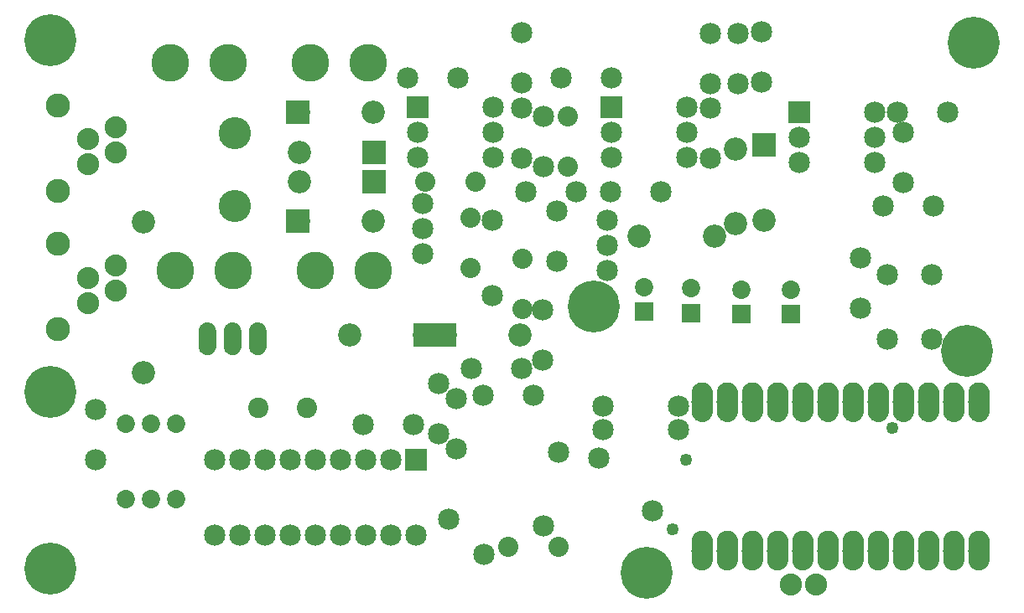
<source format=gbs>
G04 MADE WITH FRITZING*
G04 WWW.FRITZING.ORG*
G04 DOUBLE SIDED*
G04 HOLES PLATED*
G04 CONTOUR ON CENTER OF CONTOUR VECTOR*
%ASAXBY*%
%FSLAX23Y23*%
%MOIN*%
%OFA0B0*%
%SFA1.0B1.0*%
%ADD10C,0.085000*%
%ADD11C,0.049370*%
%ADD12C,0.070000*%
%ADD13C,0.088000*%
%ADD14C,0.096614*%
%ADD15C,0.073000*%
%ADD16C,0.092000*%
%ADD17C,0.061496*%
%ADD18C,0.150000*%
%ADD19C,0.080000*%
%ADD20C,0.072992*%
%ADD21C,0.080925*%
%ADD22C,0.080866*%
%ADD23C,0.084000*%
%ADD24C,0.206851*%
%ADD25C,0.128110*%
%ADD26R,0.085000X0.085000*%
%ADD27R,0.092000X0.092000*%
%ADD28R,0.072992X0.072992*%
%ADD29C,0.030000*%
%ADD30R,0.001000X0.001000*%
%LNMASK0*%
G90*
G70*
G54D10*
X1577Y578D03*
X1577Y278D03*
X1477Y578D03*
X1477Y278D03*
X1377Y578D03*
X1377Y278D03*
X1277Y578D03*
X1277Y278D03*
X1177Y578D03*
X1177Y278D03*
X1077Y578D03*
X1077Y278D03*
X977Y578D03*
X977Y278D03*
X877Y578D03*
X877Y278D03*
X777Y578D03*
X777Y278D03*
G54D11*
X2651Y578D03*
X2596Y302D03*
G54D12*
X748Y1058D03*
X848Y1058D03*
X948Y1058D03*
G54D13*
X274Y1854D03*
X274Y1754D03*
X384Y1901D03*
X384Y1801D03*
X274Y1302D03*
X274Y1202D03*
X384Y1350D03*
X384Y1250D03*
G54D14*
X155Y1649D03*
X155Y1987D03*
X155Y1098D03*
X155Y1436D03*
G54D15*
X425Y420D03*
X525Y420D03*
X625Y420D03*
X625Y720D03*
X525Y720D03*
X425Y720D03*
G54D16*
X494Y1524D03*
X494Y924D03*
G54D10*
X305Y778D03*
X305Y578D03*
X2746Y1779D03*
X2746Y1979D03*
X3514Y1681D03*
X3514Y1881D03*
X3491Y1960D03*
X3691Y1960D03*
X2746Y2074D03*
X2746Y2274D03*
X1998Y1779D03*
X1998Y1979D03*
X1998Y2079D03*
X1998Y2279D03*
X2856Y2074D03*
X2856Y2274D03*
X3432Y1586D03*
X3632Y1586D03*
X2951Y2082D03*
X2951Y2282D03*
X2136Y1366D03*
X2136Y1566D03*
X2014Y1645D03*
X2214Y1645D03*
X2085Y1744D03*
X2085Y1944D03*
X2355Y2098D03*
X2155Y2098D03*
X1745Y2098D03*
X1545Y2098D03*
G54D16*
X1410Y1802D03*
X1112Y1802D03*
X1109Y1527D03*
X1407Y1527D03*
X1410Y1684D03*
X1112Y1684D03*
X1109Y1960D03*
X1407Y1960D03*
G54D17*
X856Y1881D03*
X856Y1586D03*
X856Y1881D03*
X856Y1586D03*
X856Y1881D03*
X856Y1586D03*
G54D18*
X1407Y1330D03*
X1177Y1330D03*
X620Y1330D03*
X850Y1330D03*
X1388Y2157D03*
X1158Y2157D03*
X600Y2157D03*
X830Y2157D03*
G54D10*
X1604Y1599D03*
X1604Y1499D03*
X1604Y1399D03*
X2352Y1981D03*
X2652Y1981D03*
X2352Y1881D03*
X2652Y1881D03*
X2352Y1781D03*
X2652Y1781D03*
X3100Y1961D03*
X3400Y1961D03*
X3100Y1861D03*
X3400Y1861D03*
X3100Y1761D03*
X3400Y1761D03*
X1585Y1981D03*
X1885Y1981D03*
X1585Y1881D03*
X1885Y1881D03*
X1585Y1781D03*
X1885Y1781D03*
G54D19*
X1793Y1342D03*
X1793Y1542D03*
X2143Y231D03*
X1943Y231D03*
X2001Y1177D03*
X2001Y1377D03*
X1812Y1684D03*
X1612Y1684D03*
X2179Y1744D03*
X2179Y1944D03*
G54D10*
X1996Y940D03*
X1796Y940D03*
X1737Y622D03*
X1737Y822D03*
X1567Y719D03*
X1367Y719D03*
X1707Y341D03*
X1848Y200D03*
X2079Y1175D03*
X2079Y975D03*
X2043Y834D03*
X1843Y834D03*
X1880Y1531D03*
X1880Y1231D03*
X2349Y1645D03*
X2549Y1645D03*
X1666Y880D03*
X1666Y680D03*
G54D16*
X1611Y1074D03*
X1313Y1074D03*
X2959Y1830D03*
X2959Y1532D03*
X1692Y1074D03*
X1990Y1074D03*
G54D10*
X3449Y1058D03*
X3449Y1314D03*
X3626Y1058D03*
X3626Y1314D03*
X3344Y1381D03*
X3344Y1181D03*
G54D16*
X2762Y1468D03*
X2464Y1468D03*
X2848Y1814D03*
X2848Y1516D03*
G54D20*
X3100Y1960D03*
X3100Y1861D03*
G54D21*
X951Y783D03*
G54D22*
X1144Y783D03*
G54D23*
X3815Y806D03*
X3715Y806D03*
X3615Y806D03*
X3515Y806D03*
X3415Y806D03*
X3315Y806D03*
X3215Y806D03*
X3115Y806D03*
X3015Y806D03*
X2915Y806D03*
X2815Y806D03*
X2715Y806D03*
X2715Y215D03*
X2815Y215D03*
X2915Y215D03*
X3015Y215D03*
X3115Y215D03*
X3215Y215D03*
X3315Y215D03*
X3415Y215D03*
X3515Y215D03*
X3615Y215D03*
X3715Y215D03*
X3815Y215D03*
G54D10*
X2337Y1531D03*
X2337Y1431D03*
X2337Y1331D03*
G54D24*
X3768Y1011D03*
X2284Y1188D03*
X124Y846D03*
X124Y2247D03*
X124Y145D03*
X2494Y129D03*
X3793Y2239D03*
G54D20*
X2483Y1166D03*
X2483Y1265D03*
X2669Y1162D03*
X2669Y1261D03*
X3068Y1156D03*
X3068Y1255D03*
X2871Y1156D03*
X2871Y1255D03*
G54D10*
X2619Y790D03*
X2319Y790D03*
X2619Y696D03*
X2319Y696D03*
X2084Y313D03*
X2145Y607D03*
X2516Y373D03*
X2304Y585D03*
G54D13*
X3067Y82D03*
X3167Y82D03*
G54D11*
X3469Y704D03*
G54D25*
X856Y1877D03*
X856Y1586D03*
G54D26*
X1577Y578D03*
G54D27*
X1411Y1802D03*
X1108Y1527D03*
X1411Y1684D03*
X1108Y1960D03*
G54D26*
X2352Y1981D03*
X3100Y1961D03*
X1585Y1981D03*
G54D27*
X1612Y1074D03*
X2959Y1831D03*
X1691Y1074D03*
G54D28*
X3100Y1960D03*
X2483Y1166D03*
X2669Y1162D03*
X3068Y1156D03*
X2871Y1156D03*
G54D29*
G36*
X2732Y1437D02*
X2732Y1499D01*
X2794Y1499D01*
X2794Y1437D01*
X2732Y1437D01*
G37*
D02*
G36*
X2879Y1784D02*
X2817Y1784D01*
X2817Y1846D01*
X2879Y1846D01*
X2879Y1784D01*
G37*
D02*
G54D30*
X742Y1123D02*
X754Y1123D01*
X842Y1123D02*
X854Y1123D01*
X942Y1123D02*
X954Y1123D01*
X738Y1122D02*
X758Y1122D01*
X838Y1122D02*
X858Y1122D01*
X938Y1122D02*
X958Y1122D01*
X735Y1121D02*
X760Y1121D01*
X835Y1121D02*
X860Y1121D01*
X935Y1121D02*
X960Y1121D01*
X733Y1120D02*
X763Y1120D01*
X833Y1120D02*
X863Y1120D01*
X933Y1120D02*
X963Y1120D01*
X731Y1119D02*
X765Y1119D01*
X831Y1119D02*
X865Y1119D01*
X931Y1119D02*
X965Y1119D01*
X729Y1118D02*
X766Y1118D01*
X829Y1118D02*
X866Y1118D01*
X929Y1118D02*
X966Y1118D01*
X728Y1117D02*
X768Y1117D01*
X828Y1117D02*
X868Y1117D01*
X928Y1117D02*
X968Y1117D01*
X727Y1116D02*
X769Y1116D01*
X827Y1116D02*
X869Y1116D01*
X927Y1116D02*
X969Y1116D01*
X725Y1115D02*
X770Y1115D01*
X825Y1115D02*
X870Y1115D01*
X925Y1115D02*
X970Y1115D01*
X724Y1114D02*
X771Y1114D01*
X824Y1114D02*
X871Y1114D01*
X924Y1114D02*
X971Y1114D01*
X723Y1113D02*
X772Y1113D01*
X823Y1113D02*
X872Y1113D01*
X923Y1113D02*
X972Y1113D01*
X722Y1112D02*
X773Y1112D01*
X822Y1112D02*
X873Y1112D01*
X922Y1112D02*
X973Y1112D01*
X721Y1111D02*
X774Y1111D01*
X821Y1111D02*
X874Y1111D01*
X921Y1111D02*
X974Y1111D01*
X721Y1110D02*
X775Y1110D01*
X821Y1110D02*
X875Y1110D01*
X921Y1110D02*
X975Y1110D01*
X720Y1109D02*
X776Y1109D01*
X820Y1109D02*
X876Y1109D01*
X920Y1109D02*
X976Y1109D01*
X719Y1108D02*
X776Y1108D01*
X819Y1108D02*
X876Y1108D01*
X919Y1108D02*
X976Y1108D01*
X719Y1107D02*
X777Y1107D01*
X819Y1107D02*
X877Y1107D01*
X919Y1107D02*
X977Y1107D01*
X718Y1106D02*
X778Y1106D01*
X818Y1106D02*
X878Y1106D01*
X918Y1106D02*
X978Y1106D01*
X717Y1105D02*
X778Y1105D01*
X817Y1105D02*
X878Y1105D01*
X917Y1105D02*
X978Y1105D01*
X717Y1104D02*
X779Y1104D01*
X817Y1104D02*
X879Y1104D01*
X917Y1104D02*
X979Y1104D01*
X717Y1103D02*
X779Y1103D01*
X817Y1103D02*
X879Y1103D01*
X917Y1103D02*
X979Y1103D01*
X716Y1102D02*
X780Y1102D01*
X816Y1102D02*
X880Y1102D01*
X916Y1102D02*
X980Y1102D01*
X716Y1101D02*
X780Y1101D01*
X816Y1101D02*
X880Y1101D01*
X916Y1101D02*
X980Y1101D01*
X715Y1100D02*
X780Y1100D01*
X815Y1100D02*
X880Y1100D01*
X915Y1100D02*
X980Y1100D01*
X715Y1099D02*
X781Y1099D01*
X815Y1099D02*
X881Y1099D01*
X915Y1099D02*
X981Y1099D01*
X715Y1098D02*
X781Y1098D01*
X815Y1098D02*
X881Y1098D01*
X915Y1098D02*
X981Y1098D01*
X714Y1097D02*
X781Y1097D01*
X814Y1097D02*
X881Y1097D01*
X914Y1097D02*
X981Y1097D01*
X714Y1096D02*
X781Y1096D01*
X814Y1096D02*
X881Y1096D01*
X914Y1096D02*
X981Y1096D01*
X714Y1095D02*
X782Y1095D01*
X814Y1095D02*
X882Y1095D01*
X914Y1095D02*
X982Y1095D01*
X714Y1094D02*
X782Y1094D01*
X814Y1094D02*
X882Y1094D01*
X914Y1094D02*
X982Y1094D01*
X714Y1093D02*
X782Y1093D01*
X814Y1093D02*
X882Y1093D01*
X914Y1093D02*
X982Y1093D01*
X713Y1092D02*
X782Y1092D01*
X813Y1092D02*
X882Y1092D01*
X913Y1092D02*
X982Y1092D01*
X713Y1091D02*
X782Y1091D01*
X813Y1091D02*
X882Y1091D01*
X913Y1091D02*
X982Y1091D01*
X713Y1090D02*
X782Y1090D01*
X813Y1090D02*
X882Y1090D01*
X913Y1090D02*
X982Y1090D01*
X713Y1089D02*
X782Y1089D01*
X813Y1089D02*
X882Y1089D01*
X913Y1089D02*
X982Y1089D01*
X713Y1088D02*
X782Y1088D01*
X813Y1088D02*
X882Y1088D01*
X913Y1088D02*
X982Y1088D01*
X713Y1087D02*
X782Y1087D01*
X813Y1087D02*
X882Y1087D01*
X913Y1087D02*
X982Y1087D01*
X713Y1086D02*
X782Y1086D01*
X813Y1086D02*
X882Y1086D01*
X913Y1086D02*
X982Y1086D01*
X713Y1085D02*
X782Y1085D01*
X813Y1085D02*
X882Y1085D01*
X913Y1085D02*
X982Y1085D01*
X713Y1084D02*
X782Y1084D01*
X813Y1084D02*
X882Y1084D01*
X913Y1084D02*
X982Y1084D01*
X713Y1083D02*
X782Y1083D01*
X813Y1083D02*
X882Y1083D01*
X913Y1083D02*
X982Y1083D01*
X713Y1082D02*
X782Y1082D01*
X813Y1082D02*
X882Y1082D01*
X913Y1082D02*
X982Y1082D01*
X713Y1081D02*
X782Y1081D01*
X813Y1081D02*
X882Y1081D01*
X913Y1081D02*
X982Y1081D01*
X713Y1080D02*
X782Y1080D01*
X813Y1080D02*
X882Y1080D01*
X913Y1080D02*
X982Y1080D01*
X713Y1079D02*
X782Y1079D01*
X813Y1079D02*
X882Y1079D01*
X913Y1079D02*
X982Y1079D01*
X713Y1078D02*
X782Y1078D01*
X813Y1078D02*
X882Y1078D01*
X913Y1078D02*
X982Y1078D01*
X713Y1077D02*
X782Y1077D01*
X813Y1077D02*
X882Y1077D01*
X913Y1077D02*
X982Y1077D01*
X713Y1076D02*
X782Y1076D01*
X813Y1076D02*
X882Y1076D01*
X913Y1076D02*
X982Y1076D01*
X713Y1075D02*
X782Y1075D01*
X813Y1075D02*
X882Y1075D01*
X913Y1075D02*
X982Y1075D01*
X713Y1074D02*
X782Y1074D01*
X813Y1074D02*
X882Y1074D01*
X913Y1074D02*
X982Y1074D01*
X713Y1073D02*
X743Y1073D01*
X753Y1073D02*
X782Y1073D01*
X813Y1073D02*
X843Y1073D01*
X853Y1073D02*
X882Y1073D01*
X913Y1073D02*
X943Y1073D01*
X953Y1073D02*
X982Y1073D01*
X713Y1072D02*
X740Y1072D01*
X755Y1072D02*
X782Y1072D01*
X813Y1072D02*
X840Y1072D01*
X855Y1072D02*
X882Y1072D01*
X913Y1072D02*
X940Y1072D01*
X955Y1072D02*
X982Y1072D01*
X713Y1071D02*
X739Y1071D01*
X757Y1071D02*
X782Y1071D01*
X813Y1071D02*
X839Y1071D01*
X857Y1071D02*
X882Y1071D01*
X913Y1071D02*
X939Y1071D01*
X957Y1071D02*
X982Y1071D01*
X713Y1070D02*
X738Y1070D01*
X758Y1070D02*
X782Y1070D01*
X813Y1070D02*
X838Y1070D01*
X858Y1070D02*
X882Y1070D01*
X913Y1070D02*
X938Y1070D01*
X958Y1070D02*
X982Y1070D01*
X713Y1069D02*
X737Y1069D01*
X759Y1069D02*
X782Y1069D01*
X813Y1069D02*
X837Y1069D01*
X859Y1069D02*
X882Y1069D01*
X913Y1069D02*
X937Y1069D01*
X959Y1069D02*
X982Y1069D01*
X713Y1068D02*
X736Y1068D01*
X760Y1068D02*
X782Y1068D01*
X813Y1068D02*
X836Y1068D01*
X860Y1068D02*
X882Y1068D01*
X913Y1068D02*
X936Y1068D01*
X960Y1068D02*
X982Y1068D01*
X713Y1067D02*
X735Y1067D01*
X761Y1067D02*
X782Y1067D01*
X813Y1067D02*
X835Y1067D01*
X861Y1067D02*
X882Y1067D01*
X913Y1067D02*
X935Y1067D01*
X961Y1067D02*
X982Y1067D01*
X713Y1066D02*
X734Y1066D01*
X761Y1066D02*
X782Y1066D01*
X813Y1066D02*
X834Y1066D01*
X861Y1066D02*
X882Y1066D01*
X913Y1066D02*
X934Y1066D01*
X961Y1066D02*
X982Y1066D01*
X713Y1065D02*
X734Y1065D01*
X762Y1065D02*
X782Y1065D01*
X813Y1065D02*
X834Y1065D01*
X862Y1065D02*
X882Y1065D01*
X913Y1065D02*
X934Y1065D01*
X962Y1065D02*
X982Y1065D01*
X713Y1064D02*
X733Y1064D01*
X762Y1064D02*
X782Y1064D01*
X813Y1064D02*
X833Y1064D01*
X862Y1064D02*
X882Y1064D01*
X913Y1064D02*
X933Y1064D01*
X962Y1064D02*
X982Y1064D01*
X713Y1063D02*
X733Y1063D01*
X763Y1063D02*
X782Y1063D01*
X813Y1063D02*
X833Y1063D01*
X863Y1063D02*
X882Y1063D01*
X913Y1063D02*
X933Y1063D01*
X963Y1063D02*
X982Y1063D01*
X713Y1062D02*
X733Y1062D01*
X763Y1062D02*
X782Y1062D01*
X813Y1062D02*
X833Y1062D01*
X863Y1062D02*
X882Y1062D01*
X913Y1062D02*
X933Y1062D01*
X963Y1062D02*
X982Y1062D01*
X713Y1061D02*
X733Y1061D01*
X763Y1061D02*
X782Y1061D01*
X813Y1061D02*
X833Y1061D01*
X863Y1061D02*
X882Y1061D01*
X913Y1061D02*
X933Y1061D01*
X963Y1061D02*
X982Y1061D01*
X713Y1060D02*
X732Y1060D01*
X763Y1060D02*
X782Y1060D01*
X813Y1060D02*
X832Y1060D01*
X863Y1060D02*
X882Y1060D01*
X913Y1060D02*
X932Y1060D01*
X963Y1060D02*
X982Y1060D01*
X713Y1059D02*
X732Y1059D01*
X763Y1059D02*
X782Y1059D01*
X813Y1059D02*
X832Y1059D01*
X863Y1059D02*
X882Y1059D01*
X913Y1059D02*
X932Y1059D01*
X963Y1059D02*
X982Y1059D01*
X713Y1058D02*
X732Y1058D01*
X763Y1058D02*
X782Y1058D01*
X813Y1058D02*
X832Y1058D01*
X863Y1058D02*
X882Y1058D01*
X913Y1058D02*
X932Y1058D01*
X963Y1058D02*
X982Y1058D01*
X713Y1057D02*
X732Y1057D01*
X763Y1057D02*
X782Y1057D01*
X813Y1057D02*
X832Y1057D01*
X863Y1057D02*
X882Y1057D01*
X913Y1057D02*
X932Y1057D01*
X963Y1057D02*
X982Y1057D01*
X713Y1056D02*
X733Y1056D01*
X763Y1056D02*
X782Y1056D01*
X813Y1056D02*
X833Y1056D01*
X863Y1056D02*
X882Y1056D01*
X913Y1056D02*
X933Y1056D01*
X963Y1056D02*
X982Y1056D01*
X713Y1055D02*
X733Y1055D01*
X763Y1055D02*
X782Y1055D01*
X813Y1055D02*
X833Y1055D01*
X863Y1055D02*
X882Y1055D01*
X913Y1055D02*
X933Y1055D01*
X963Y1055D02*
X982Y1055D01*
X713Y1054D02*
X733Y1054D01*
X763Y1054D02*
X782Y1054D01*
X813Y1054D02*
X833Y1054D01*
X863Y1054D02*
X882Y1054D01*
X913Y1054D02*
X933Y1054D01*
X963Y1054D02*
X982Y1054D01*
X713Y1053D02*
X733Y1053D01*
X762Y1053D02*
X782Y1053D01*
X813Y1053D02*
X833Y1053D01*
X862Y1053D02*
X882Y1053D01*
X913Y1053D02*
X933Y1053D01*
X962Y1053D02*
X982Y1053D01*
X713Y1052D02*
X734Y1052D01*
X762Y1052D02*
X782Y1052D01*
X813Y1052D02*
X834Y1052D01*
X862Y1052D02*
X882Y1052D01*
X913Y1052D02*
X934Y1052D01*
X962Y1052D02*
X982Y1052D01*
X713Y1051D02*
X734Y1051D01*
X761Y1051D02*
X782Y1051D01*
X813Y1051D02*
X834Y1051D01*
X861Y1051D02*
X882Y1051D01*
X913Y1051D02*
X934Y1051D01*
X961Y1051D02*
X982Y1051D01*
X713Y1050D02*
X735Y1050D01*
X761Y1050D02*
X782Y1050D01*
X813Y1050D02*
X835Y1050D01*
X861Y1050D02*
X882Y1050D01*
X913Y1050D02*
X935Y1050D01*
X961Y1050D02*
X982Y1050D01*
X713Y1049D02*
X736Y1049D01*
X760Y1049D02*
X782Y1049D01*
X813Y1049D02*
X836Y1049D01*
X860Y1049D02*
X882Y1049D01*
X913Y1049D02*
X936Y1049D01*
X960Y1049D02*
X982Y1049D01*
X713Y1048D02*
X737Y1048D01*
X759Y1048D02*
X782Y1048D01*
X813Y1048D02*
X837Y1048D01*
X859Y1048D02*
X882Y1048D01*
X913Y1048D02*
X937Y1048D01*
X959Y1048D02*
X982Y1048D01*
X713Y1047D02*
X738Y1047D01*
X758Y1047D02*
X782Y1047D01*
X813Y1047D02*
X838Y1047D01*
X858Y1047D02*
X882Y1047D01*
X913Y1047D02*
X938Y1047D01*
X958Y1047D02*
X982Y1047D01*
X713Y1046D02*
X739Y1046D01*
X756Y1046D02*
X782Y1046D01*
X813Y1046D02*
X839Y1046D01*
X856Y1046D02*
X882Y1046D01*
X913Y1046D02*
X939Y1046D01*
X956Y1046D02*
X982Y1046D01*
X713Y1045D02*
X741Y1045D01*
X755Y1045D02*
X782Y1045D01*
X813Y1045D02*
X841Y1045D01*
X855Y1045D02*
X882Y1045D01*
X913Y1045D02*
X941Y1045D01*
X955Y1045D02*
X982Y1045D01*
X713Y1044D02*
X744Y1044D01*
X752Y1044D02*
X782Y1044D01*
X813Y1044D02*
X844Y1044D01*
X852Y1044D02*
X882Y1044D01*
X913Y1044D02*
X944Y1044D01*
X952Y1044D02*
X982Y1044D01*
X713Y1043D02*
X782Y1043D01*
X813Y1043D02*
X882Y1043D01*
X913Y1043D02*
X982Y1043D01*
X713Y1042D02*
X782Y1042D01*
X813Y1042D02*
X882Y1042D01*
X913Y1042D02*
X982Y1042D01*
X713Y1041D02*
X782Y1041D01*
X813Y1041D02*
X882Y1041D01*
X913Y1041D02*
X982Y1041D01*
X713Y1040D02*
X782Y1040D01*
X813Y1040D02*
X882Y1040D01*
X913Y1040D02*
X982Y1040D01*
X713Y1039D02*
X782Y1039D01*
X813Y1039D02*
X882Y1039D01*
X913Y1039D02*
X982Y1039D01*
X713Y1038D02*
X782Y1038D01*
X813Y1038D02*
X882Y1038D01*
X913Y1038D02*
X982Y1038D01*
X713Y1037D02*
X782Y1037D01*
X813Y1037D02*
X882Y1037D01*
X913Y1037D02*
X982Y1037D01*
X713Y1036D02*
X782Y1036D01*
X813Y1036D02*
X882Y1036D01*
X913Y1036D02*
X982Y1036D01*
X713Y1035D02*
X782Y1035D01*
X813Y1035D02*
X882Y1035D01*
X913Y1035D02*
X982Y1035D01*
X713Y1034D02*
X782Y1034D01*
X813Y1034D02*
X882Y1034D01*
X913Y1034D02*
X982Y1034D01*
X713Y1033D02*
X782Y1033D01*
X813Y1033D02*
X882Y1033D01*
X913Y1033D02*
X982Y1033D01*
X713Y1032D02*
X782Y1032D01*
X813Y1032D02*
X882Y1032D01*
X913Y1032D02*
X982Y1032D01*
X713Y1031D02*
X782Y1031D01*
X813Y1031D02*
X882Y1031D01*
X913Y1031D02*
X982Y1031D01*
X713Y1030D02*
X782Y1030D01*
X813Y1030D02*
X882Y1030D01*
X913Y1030D02*
X982Y1030D01*
X713Y1029D02*
X782Y1029D01*
X813Y1029D02*
X882Y1029D01*
X913Y1029D02*
X982Y1029D01*
X713Y1028D02*
X782Y1028D01*
X813Y1028D02*
X882Y1028D01*
X913Y1028D02*
X982Y1028D01*
X713Y1027D02*
X782Y1027D01*
X813Y1027D02*
X882Y1027D01*
X913Y1027D02*
X982Y1027D01*
X713Y1026D02*
X782Y1026D01*
X813Y1026D02*
X882Y1026D01*
X913Y1026D02*
X982Y1026D01*
X714Y1025D02*
X782Y1025D01*
X814Y1025D02*
X882Y1025D01*
X914Y1025D02*
X982Y1025D01*
X714Y1024D02*
X782Y1024D01*
X814Y1024D02*
X882Y1024D01*
X914Y1024D02*
X982Y1024D01*
X714Y1023D02*
X782Y1023D01*
X814Y1023D02*
X882Y1023D01*
X914Y1023D02*
X982Y1023D01*
X714Y1022D02*
X782Y1022D01*
X814Y1022D02*
X882Y1022D01*
X914Y1022D02*
X982Y1022D01*
X714Y1021D02*
X781Y1021D01*
X814Y1021D02*
X881Y1021D01*
X914Y1021D02*
X981Y1021D01*
X714Y1020D02*
X781Y1020D01*
X814Y1020D02*
X881Y1020D01*
X914Y1020D02*
X981Y1020D01*
X715Y1019D02*
X781Y1019D01*
X815Y1019D02*
X881Y1019D01*
X915Y1019D02*
X981Y1019D01*
X715Y1018D02*
X781Y1018D01*
X815Y1018D02*
X881Y1018D01*
X915Y1018D02*
X981Y1018D01*
X715Y1017D02*
X780Y1017D01*
X815Y1017D02*
X880Y1017D01*
X915Y1017D02*
X980Y1017D01*
X716Y1016D02*
X780Y1016D01*
X816Y1016D02*
X880Y1016D01*
X916Y1016D02*
X980Y1016D01*
X716Y1015D02*
X779Y1015D01*
X816Y1015D02*
X879Y1015D01*
X916Y1015D02*
X979Y1015D01*
X717Y1014D02*
X779Y1014D01*
X817Y1014D02*
X879Y1014D01*
X917Y1014D02*
X979Y1014D01*
X717Y1013D02*
X778Y1013D01*
X817Y1013D02*
X878Y1013D01*
X917Y1013D02*
X978Y1013D01*
X718Y1012D02*
X778Y1012D01*
X818Y1012D02*
X878Y1012D01*
X918Y1012D02*
X978Y1012D01*
X718Y1011D02*
X777Y1011D01*
X818Y1011D02*
X877Y1011D01*
X918Y1011D02*
X977Y1011D01*
X719Y1010D02*
X777Y1010D01*
X819Y1010D02*
X877Y1010D01*
X919Y1010D02*
X977Y1010D01*
X719Y1009D02*
X776Y1009D01*
X819Y1009D02*
X876Y1009D01*
X919Y1009D02*
X976Y1009D01*
X720Y1008D02*
X775Y1008D01*
X820Y1008D02*
X875Y1008D01*
X920Y1008D02*
X975Y1008D01*
X721Y1007D02*
X775Y1007D01*
X821Y1007D02*
X875Y1007D01*
X921Y1007D02*
X975Y1007D01*
X722Y1006D02*
X774Y1006D01*
X822Y1006D02*
X874Y1006D01*
X922Y1006D02*
X974Y1006D01*
X723Y1005D02*
X773Y1005D01*
X823Y1005D02*
X873Y1005D01*
X923Y1005D02*
X973Y1005D01*
X723Y1004D02*
X772Y1004D01*
X823Y1004D02*
X872Y1004D01*
X923Y1004D02*
X972Y1004D01*
X725Y1003D02*
X771Y1003D01*
X825Y1003D02*
X871Y1003D01*
X925Y1003D02*
X971Y1003D01*
X726Y1002D02*
X770Y1002D01*
X826Y1002D02*
X870Y1002D01*
X926Y1002D02*
X970Y1002D01*
X727Y1001D02*
X769Y1001D01*
X827Y1001D02*
X869Y1001D01*
X927Y1001D02*
X969Y1001D01*
X728Y1000D02*
X767Y1000D01*
X828Y1000D02*
X867Y1000D01*
X928Y1000D02*
X967Y1000D01*
X730Y999D02*
X766Y999D01*
X830Y999D02*
X866Y999D01*
X930Y999D02*
X966Y999D01*
X732Y998D02*
X764Y998D01*
X832Y998D02*
X864Y998D01*
X932Y998D02*
X964Y998D01*
X734Y997D02*
X762Y997D01*
X834Y997D02*
X862Y997D01*
X934Y997D02*
X962Y997D01*
X736Y996D02*
X760Y996D01*
X836Y996D02*
X860Y996D01*
X936Y996D02*
X960Y996D01*
X739Y995D02*
X757Y995D01*
X839Y995D02*
X857Y995D01*
X939Y995D02*
X957Y995D01*
X744Y994D02*
X752Y994D01*
X844Y994D02*
X852Y994D01*
X944Y994D02*
X952Y994D01*
X2709Y885D02*
X2719Y885D01*
X2809Y885D02*
X2819Y885D01*
X2909Y885D02*
X2919Y885D01*
X3009Y885D02*
X3019Y885D01*
X3109Y885D02*
X3119Y885D01*
X3209Y885D02*
X3219Y885D01*
X3309Y885D02*
X3319Y885D01*
X3409Y885D02*
X3419Y885D01*
X3509Y885D02*
X3519Y885D01*
X3609Y885D02*
X3619Y885D01*
X3709Y885D02*
X3719Y885D01*
X3809Y885D02*
X3819Y885D01*
X2704Y884D02*
X2724Y884D01*
X2804Y884D02*
X2824Y884D01*
X2904Y884D02*
X2924Y884D01*
X3004Y884D02*
X3024Y884D01*
X3104Y884D02*
X3124Y884D01*
X3204Y884D02*
X3224Y884D01*
X3304Y884D02*
X3324Y884D01*
X3404Y884D02*
X3424Y884D01*
X3504Y884D02*
X3524Y884D01*
X3604Y884D02*
X3624Y884D01*
X3704Y884D02*
X3724Y884D01*
X3804Y884D02*
X3824Y884D01*
X2701Y883D02*
X2727Y883D01*
X2801Y883D02*
X2827Y883D01*
X2901Y883D02*
X2927Y883D01*
X3001Y883D02*
X3027Y883D01*
X3101Y883D02*
X3127Y883D01*
X3201Y883D02*
X3227Y883D01*
X3301Y883D02*
X3327Y883D01*
X3401Y883D02*
X3427Y883D01*
X3501Y883D02*
X3527Y883D01*
X3601Y883D02*
X3627Y883D01*
X3701Y883D02*
X3727Y883D01*
X3801Y883D02*
X3827Y883D01*
X2698Y882D02*
X2730Y882D01*
X2798Y882D02*
X2830Y882D01*
X2898Y882D02*
X2930Y882D01*
X2998Y882D02*
X3030Y882D01*
X3098Y882D02*
X3130Y882D01*
X3198Y882D02*
X3230Y882D01*
X3298Y882D02*
X3330Y882D01*
X3398Y882D02*
X3430Y882D01*
X3498Y882D02*
X3530Y882D01*
X3598Y882D02*
X3630Y882D01*
X3698Y882D02*
X3730Y882D01*
X3798Y882D02*
X3830Y882D01*
X2696Y881D02*
X2732Y881D01*
X2796Y881D02*
X2832Y881D01*
X2896Y881D02*
X2932Y881D01*
X2996Y881D02*
X3032Y881D01*
X3096Y881D02*
X3132Y881D01*
X3196Y881D02*
X3232Y881D01*
X3296Y881D02*
X3332Y881D01*
X3396Y881D02*
X3432Y881D01*
X3496Y881D02*
X3532Y881D01*
X3596Y881D02*
X3632Y881D01*
X3696Y881D02*
X3732Y881D01*
X3796Y881D02*
X3832Y881D01*
X2694Y880D02*
X2734Y880D01*
X2794Y880D02*
X2834Y880D01*
X2894Y880D02*
X2934Y880D01*
X2994Y880D02*
X3034Y880D01*
X3094Y880D02*
X3134Y880D01*
X3194Y880D02*
X3234Y880D01*
X3294Y880D02*
X3334Y880D01*
X3394Y880D02*
X3434Y880D01*
X3494Y880D02*
X3534Y880D01*
X3594Y880D02*
X3634Y880D01*
X3694Y880D02*
X3734Y880D01*
X3794Y880D02*
X3834Y880D01*
X2693Y879D02*
X2736Y879D01*
X2793Y879D02*
X2836Y879D01*
X2893Y879D02*
X2936Y879D01*
X2993Y879D02*
X3036Y879D01*
X3093Y879D02*
X3136Y879D01*
X3193Y879D02*
X3236Y879D01*
X3293Y879D02*
X3336Y879D01*
X3393Y879D02*
X3436Y879D01*
X3493Y879D02*
X3536Y879D01*
X3593Y879D02*
X3636Y879D01*
X3693Y879D02*
X3736Y879D01*
X3793Y879D02*
X3836Y879D01*
X2691Y878D02*
X2737Y878D01*
X2791Y878D02*
X2837Y878D01*
X2891Y878D02*
X2937Y878D01*
X2991Y878D02*
X3037Y878D01*
X3091Y878D02*
X3137Y878D01*
X3191Y878D02*
X3237Y878D01*
X3291Y878D02*
X3337Y878D01*
X3391Y878D02*
X3437Y878D01*
X3491Y878D02*
X3537Y878D01*
X3591Y878D02*
X3637Y878D01*
X3691Y878D02*
X3737Y878D01*
X3791Y878D02*
X3837Y878D01*
X2690Y877D02*
X2739Y877D01*
X2790Y877D02*
X2839Y877D01*
X2890Y877D02*
X2939Y877D01*
X2990Y877D02*
X3039Y877D01*
X3090Y877D02*
X3139Y877D01*
X3190Y877D02*
X3239Y877D01*
X3290Y877D02*
X3339Y877D01*
X3390Y877D02*
X3439Y877D01*
X3490Y877D02*
X3539Y877D01*
X3590Y877D02*
X3639Y877D01*
X3690Y877D02*
X3739Y877D01*
X3790Y877D02*
X3839Y877D01*
X2688Y876D02*
X2740Y876D01*
X2788Y876D02*
X2840Y876D01*
X2888Y876D02*
X2940Y876D01*
X2988Y876D02*
X3040Y876D01*
X3088Y876D02*
X3140Y876D01*
X3188Y876D02*
X3240Y876D01*
X3288Y876D02*
X3340Y876D01*
X3388Y876D02*
X3440Y876D01*
X3488Y876D02*
X3540Y876D01*
X3588Y876D02*
X3640Y876D01*
X3688Y876D02*
X3740Y876D01*
X3788Y876D02*
X3840Y876D01*
X2687Y875D02*
X2741Y875D01*
X2787Y875D02*
X2841Y875D01*
X2887Y875D02*
X2941Y875D01*
X2987Y875D02*
X3041Y875D01*
X3087Y875D02*
X3141Y875D01*
X3187Y875D02*
X3241Y875D01*
X3287Y875D02*
X3341Y875D01*
X3387Y875D02*
X3441Y875D01*
X3487Y875D02*
X3541Y875D01*
X3587Y875D02*
X3641Y875D01*
X3687Y875D02*
X3741Y875D01*
X3787Y875D02*
X3841Y875D01*
X2686Y874D02*
X2742Y874D01*
X2786Y874D02*
X2842Y874D01*
X2886Y874D02*
X2942Y874D01*
X2986Y874D02*
X3042Y874D01*
X3086Y874D02*
X3142Y874D01*
X3186Y874D02*
X3242Y874D01*
X3286Y874D02*
X3342Y874D01*
X3386Y874D02*
X3442Y874D01*
X3486Y874D02*
X3542Y874D01*
X3586Y874D02*
X3642Y874D01*
X3686Y874D02*
X3742Y874D01*
X3786Y874D02*
X3842Y874D01*
X2685Y873D02*
X2743Y873D01*
X2785Y873D02*
X2843Y873D01*
X2885Y873D02*
X2943Y873D01*
X2985Y873D02*
X3043Y873D01*
X3085Y873D02*
X3143Y873D01*
X3185Y873D02*
X3243Y873D01*
X3285Y873D02*
X3343Y873D01*
X3385Y873D02*
X3443Y873D01*
X3485Y873D02*
X3543Y873D01*
X3585Y873D02*
X3643Y873D01*
X3685Y873D02*
X3743Y873D01*
X3785Y873D02*
X3843Y873D01*
X2684Y872D02*
X2744Y872D01*
X2784Y872D02*
X2844Y872D01*
X2884Y872D02*
X2944Y872D01*
X2984Y872D02*
X3044Y872D01*
X3084Y872D02*
X3144Y872D01*
X3184Y872D02*
X3244Y872D01*
X3284Y872D02*
X3344Y872D01*
X3384Y872D02*
X3444Y872D01*
X3484Y872D02*
X3544Y872D01*
X3584Y872D02*
X3644Y872D01*
X3684Y872D02*
X3744Y872D01*
X3784Y872D02*
X3844Y872D01*
X2683Y871D02*
X2745Y871D01*
X2783Y871D02*
X2845Y871D01*
X2883Y871D02*
X2945Y871D01*
X2983Y871D02*
X3045Y871D01*
X3083Y871D02*
X3145Y871D01*
X3183Y871D02*
X3245Y871D01*
X3283Y871D02*
X3345Y871D01*
X3383Y871D02*
X3445Y871D01*
X3483Y871D02*
X3545Y871D01*
X3583Y871D02*
X3645Y871D01*
X3683Y871D02*
X3745Y871D01*
X3783Y871D02*
X3845Y871D01*
X2682Y870D02*
X2746Y870D01*
X2782Y870D02*
X2846Y870D01*
X2882Y870D02*
X2946Y870D01*
X2982Y870D02*
X3046Y870D01*
X3082Y870D02*
X3146Y870D01*
X3182Y870D02*
X3246Y870D01*
X3282Y870D02*
X3346Y870D01*
X3382Y870D02*
X3446Y870D01*
X3482Y870D02*
X3546Y870D01*
X3582Y870D02*
X3646Y870D01*
X3682Y870D02*
X3746Y870D01*
X3782Y870D02*
X3846Y870D01*
X2681Y869D02*
X2747Y869D01*
X2781Y869D02*
X2847Y869D01*
X2881Y869D02*
X2947Y869D01*
X2981Y869D02*
X3047Y869D01*
X3081Y869D02*
X3147Y869D01*
X3181Y869D02*
X3247Y869D01*
X3281Y869D02*
X3347Y869D01*
X3381Y869D02*
X3447Y869D01*
X3481Y869D02*
X3547Y869D01*
X3581Y869D02*
X3647Y869D01*
X3681Y869D02*
X3747Y869D01*
X3781Y869D02*
X3847Y869D01*
X2681Y868D02*
X2748Y868D01*
X2781Y868D02*
X2848Y868D01*
X2881Y868D02*
X2948Y868D01*
X2981Y868D02*
X3048Y868D01*
X3081Y868D02*
X3148Y868D01*
X3181Y868D02*
X3248Y868D01*
X3281Y868D02*
X3348Y868D01*
X3381Y868D02*
X3448Y868D01*
X3481Y868D02*
X3548Y868D01*
X3581Y868D02*
X3648Y868D01*
X3681Y868D02*
X3748Y868D01*
X3781Y868D02*
X3848Y868D01*
X2680Y867D02*
X2748Y867D01*
X2780Y867D02*
X2848Y867D01*
X2880Y867D02*
X2948Y867D01*
X2980Y867D02*
X3048Y867D01*
X3080Y867D02*
X3148Y867D01*
X3180Y867D02*
X3248Y867D01*
X3280Y867D02*
X3348Y867D01*
X3380Y867D02*
X3448Y867D01*
X3480Y867D02*
X3548Y867D01*
X3580Y867D02*
X3648Y867D01*
X3680Y867D02*
X3748Y867D01*
X3780Y867D02*
X3848Y867D01*
X2679Y866D02*
X2749Y866D01*
X2779Y866D02*
X2849Y866D01*
X2879Y866D02*
X2949Y866D01*
X2979Y866D02*
X3049Y866D01*
X3079Y866D02*
X3149Y866D01*
X3179Y866D02*
X3249Y866D01*
X3279Y866D02*
X3349Y866D01*
X3379Y866D02*
X3449Y866D01*
X3479Y866D02*
X3549Y866D01*
X3579Y866D02*
X3649Y866D01*
X3679Y866D02*
X3749Y866D01*
X3779Y866D02*
X3849Y866D01*
X2679Y865D02*
X2750Y865D01*
X2779Y865D02*
X2850Y865D01*
X2879Y865D02*
X2950Y865D01*
X2979Y865D02*
X3050Y865D01*
X3079Y865D02*
X3150Y865D01*
X3179Y865D02*
X3250Y865D01*
X3279Y865D02*
X3350Y865D01*
X3379Y865D02*
X3450Y865D01*
X3479Y865D02*
X3550Y865D01*
X3579Y865D02*
X3650Y865D01*
X3679Y865D02*
X3750Y865D01*
X3779Y865D02*
X3850Y865D01*
X2678Y864D02*
X2750Y864D01*
X2778Y864D02*
X2850Y864D01*
X2878Y864D02*
X2950Y864D01*
X2978Y864D02*
X3050Y864D01*
X3078Y864D02*
X3150Y864D01*
X3178Y864D02*
X3250Y864D01*
X3278Y864D02*
X3350Y864D01*
X3378Y864D02*
X3450Y864D01*
X3478Y864D02*
X3550Y864D01*
X3578Y864D02*
X3650Y864D01*
X3678Y864D02*
X3750Y864D01*
X3778Y864D02*
X3850Y864D01*
X2678Y863D02*
X2751Y863D01*
X2778Y863D02*
X2851Y863D01*
X2878Y863D02*
X2951Y863D01*
X2978Y863D02*
X3051Y863D01*
X3078Y863D02*
X3151Y863D01*
X3178Y863D02*
X3251Y863D01*
X3278Y863D02*
X3351Y863D01*
X3378Y863D02*
X3451Y863D01*
X3478Y863D02*
X3551Y863D01*
X3578Y863D02*
X3651Y863D01*
X3678Y863D02*
X3751Y863D01*
X3778Y863D02*
X3851Y863D01*
X2677Y862D02*
X2751Y862D01*
X2777Y862D02*
X2851Y862D01*
X2877Y862D02*
X2951Y862D01*
X2977Y862D02*
X3051Y862D01*
X3077Y862D02*
X3151Y862D01*
X3177Y862D02*
X3251Y862D01*
X3277Y862D02*
X3351Y862D01*
X3377Y862D02*
X3451Y862D01*
X3477Y862D02*
X3551Y862D01*
X3577Y862D02*
X3651Y862D01*
X3677Y862D02*
X3751Y862D01*
X3777Y862D02*
X3851Y862D01*
X2677Y861D02*
X2752Y861D01*
X2777Y861D02*
X2852Y861D01*
X2877Y861D02*
X2952Y861D01*
X2977Y861D02*
X3052Y861D01*
X3077Y861D02*
X3152Y861D01*
X3177Y861D02*
X3252Y861D01*
X3277Y861D02*
X3352Y861D01*
X3377Y861D02*
X3452Y861D01*
X3477Y861D02*
X3552Y861D01*
X3577Y861D02*
X3652Y861D01*
X3677Y861D02*
X3752Y861D01*
X3777Y861D02*
X3852Y861D01*
X2676Y860D02*
X2752Y860D01*
X2776Y860D02*
X2852Y860D01*
X2876Y860D02*
X2952Y860D01*
X2976Y860D02*
X3052Y860D01*
X3076Y860D02*
X3152Y860D01*
X3176Y860D02*
X3252Y860D01*
X3276Y860D02*
X3352Y860D01*
X3376Y860D02*
X3452Y860D01*
X3476Y860D02*
X3552Y860D01*
X3576Y860D02*
X3652Y860D01*
X3676Y860D02*
X3752Y860D01*
X3776Y860D02*
X3852Y860D01*
X2676Y859D02*
X2753Y859D01*
X2776Y859D02*
X2853Y859D01*
X2876Y859D02*
X2953Y859D01*
X2976Y859D02*
X3053Y859D01*
X3076Y859D02*
X3153Y859D01*
X3176Y859D02*
X3253Y859D01*
X3276Y859D02*
X3353Y859D01*
X3376Y859D02*
X3453Y859D01*
X3476Y859D02*
X3553Y859D01*
X3576Y859D02*
X3653Y859D01*
X3676Y859D02*
X3753Y859D01*
X3776Y859D02*
X3853Y859D01*
X2675Y858D02*
X2753Y858D01*
X2775Y858D02*
X2853Y858D01*
X2875Y858D02*
X2953Y858D01*
X2975Y858D02*
X3053Y858D01*
X3075Y858D02*
X3153Y858D01*
X3175Y858D02*
X3253Y858D01*
X3275Y858D02*
X3353Y858D01*
X3375Y858D02*
X3453Y858D01*
X3475Y858D02*
X3553Y858D01*
X3575Y858D02*
X3653Y858D01*
X3675Y858D02*
X3753Y858D01*
X3775Y858D02*
X3853Y858D01*
X2675Y857D02*
X2753Y857D01*
X2775Y857D02*
X2853Y857D01*
X2875Y857D02*
X2953Y857D01*
X2975Y857D02*
X3053Y857D01*
X3075Y857D02*
X3153Y857D01*
X3175Y857D02*
X3253Y857D01*
X3275Y857D02*
X3353Y857D01*
X3375Y857D02*
X3453Y857D01*
X3475Y857D02*
X3553Y857D01*
X3575Y857D02*
X3653Y857D01*
X3675Y857D02*
X3753Y857D01*
X3775Y857D02*
X3853Y857D01*
X2675Y856D02*
X2754Y856D01*
X2775Y856D02*
X2854Y856D01*
X2875Y856D02*
X2954Y856D01*
X2975Y856D02*
X3054Y856D01*
X3075Y856D02*
X3154Y856D01*
X3175Y856D02*
X3254Y856D01*
X3275Y856D02*
X3354Y856D01*
X3375Y856D02*
X3454Y856D01*
X3475Y856D02*
X3554Y856D01*
X3575Y856D02*
X3654Y856D01*
X3675Y856D02*
X3754Y856D01*
X3775Y856D02*
X3854Y856D01*
X2674Y855D02*
X2754Y855D01*
X2774Y855D02*
X2854Y855D01*
X2874Y855D02*
X2954Y855D01*
X2974Y855D02*
X3054Y855D01*
X3074Y855D02*
X3154Y855D01*
X3174Y855D02*
X3254Y855D01*
X3274Y855D02*
X3354Y855D01*
X3374Y855D02*
X3454Y855D01*
X3474Y855D02*
X3554Y855D01*
X3574Y855D02*
X3654Y855D01*
X3674Y855D02*
X3754Y855D01*
X3774Y855D02*
X3854Y855D01*
X2674Y854D02*
X2754Y854D01*
X2774Y854D02*
X2854Y854D01*
X2874Y854D02*
X2954Y854D01*
X2974Y854D02*
X3054Y854D01*
X3074Y854D02*
X3154Y854D01*
X3174Y854D02*
X3254Y854D01*
X3274Y854D02*
X3354Y854D01*
X3374Y854D02*
X3454Y854D01*
X3474Y854D02*
X3554Y854D01*
X3574Y854D02*
X3654Y854D01*
X3674Y854D02*
X3754Y854D01*
X3774Y854D02*
X3854Y854D01*
X2674Y853D02*
X2754Y853D01*
X2774Y853D02*
X2854Y853D01*
X2874Y853D02*
X2954Y853D01*
X2974Y853D02*
X3054Y853D01*
X3074Y853D02*
X3154Y853D01*
X3174Y853D02*
X3254Y853D01*
X3274Y853D02*
X3354Y853D01*
X3374Y853D02*
X3454Y853D01*
X3474Y853D02*
X3554Y853D01*
X3574Y853D02*
X3654Y853D01*
X3674Y853D02*
X3754Y853D01*
X3774Y853D02*
X3854Y853D01*
X2674Y852D02*
X2755Y852D01*
X2774Y852D02*
X2855Y852D01*
X2874Y852D02*
X2955Y852D01*
X2974Y852D02*
X3055Y852D01*
X3074Y852D02*
X3155Y852D01*
X3174Y852D02*
X3255Y852D01*
X3274Y852D02*
X3355Y852D01*
X3374Y852D02*
X3455Y852D01*
X3474Y852D02*
X3555Y852D01*
X3574Y852D02*
X3655Y852D01*
X3674Y852D02*
X3755Y852D01*
X3774Y852D02*
X3855Y852D01*
X2673Y851D02*
X2755Y851D01*
X2773Y851D02*
X2855Y851D01*
X2873Y851D02*
X2955Y851D01*
X2973Y851D02*
X3055Y851D01*
X3073Y851D02*
X3155Y851D01*
X3173Y851D02*
X3255Y851D01*
X3273Y851D02*
X3355Y851D01*
X3373Y851D02*
X3455Y851D01*
X3473Y851D02*
X3555Y851D01*
X3573Y851D02*
X3655Y851D01*
X3673Y851D02*
X3755Y851D01*
X3773Y851D02*
X3855Y851D01*
X2673Y850D02*
X2755Y850D01*
X2773Y850D02*
X2855Y850D01*
X2873Y850D02*
X2955Y850D01*
X2973Y850D02*
X3055Y850D01*
X3073Y850D02*
X3155Y850D01*
X3173Y850D02*
X3255Y850D01*
X3273Y850D02*
X3355Y850D01*
X3373Y850D02*
X3455Y850D01*
X3473Y850D02*
X3555Y850D01*
X3573Y850D02*
X3655Y850D01*
X3673Y850D02*
X3755Y850D01*
X3773Y850D02*
X3855Y850D01*
X2673Y849D02*
X2755Y849D01*
X2773Y849D02*
X2855Y849D01*
X2873Y849D02*
X2955Y849D01*
X2973Y849D02*
X3055Y849D01*
X3073Y849D02*
X3155Y849D01*
X3173Y849D02*
X3255Y849D01*
X3273Y849D02*
X3355Y849D01*
X3373Y849D02*
X3455Y849D01*
X3473Y849D02*
X3555Y849D01*
X3573Y849D02*
X3655Y849D01*
X3673Y849D02*
X3755Y849D01*
X3773Y849D02*
X3855Y849D01*
X2673Y848D02*
X2755Y848D01*
X2773Y848D02*
X2855Y848D01*
X2873Y848D02*
X2955Y848D01*
X2973Y848D02*
X3055Y848D01*
X3073Y848D02*
X3155Y848D01*
X3173Y848D02*
X3255Y848D01*
X3273Y848D02*
X3355Y848D01*
X3373Y848D02*
X3455Y848D01*
X3473Y848D02*
X3555Y848D01*
X3573Y848D02*
X3655Y848D01*
X3673Y848D02*
X3755Y848D01*
X3773Y848D02*
X3855Y848D01*
X2673Y847D02*
X2755Y847D01*
X2773Y847D02*
X2855Y847D01*
X2873Y847D02*
X2955Y847D01*
X2973Y847D02*
X3055Y847D01*
X3073Y847D02*
X3155Y847D01*
X3173Y847D02*
X3255Y847D01*
X3273Y847D02*
X3355Y847D01*
X3373Y847D02*
X3455Y847D01*
X3473Y847D02*
X3555Y847D01*
X3573Y847D02*
X3655Y847D01*
X3673Y847D02*
X3755Y847D01*
X3773Y847D02*
X3855Y847D01*
X2673Y846D02*
X2756Y846D01*
X2773Y846D02*
X2856Y846D01*
X2873Y846D02*
X2956Y846D01*
X2973Y846D02*
X3056Y846D01*
X3073Y846D02*
X3156Y846D01*
X3173Y846D02*
X3256Y846D01*
X3273Y846D02*
X3356Y846D01*
X3373Y846D02*
X3455Y846D01*
X3473Y846D02*
X3555Y846D01*
X3573Y846D02*
X3655Y846D01*
X3673Y846D02*
X3755Y846D01*
X3773Y846D02*
X3855Y846D01*
X2673Y845D02*
X2756Y845D01*
X2773Y845D02*
X2856Y845D01*
X2873Y845D02*
X2956Y845D01*
X2973Y845D02*
X3056Y845D01*
X3073Y845D02*
X3156Y845D01*
X3173Y845D02*
X3256Y845D01*
X3273Y845D02*
X3356Y845D01*
X3373Y845D02*
X3456Y845D01*
X3473Y845D02*
X3556Y845D01*
X3573Y845D02*
X3656Y845D01*
X3673Y845D02*
X3756Y845D01*
X3773Y845D02*
X3856Y845D01*
X2673Y844D02*
X2756Y844D01*
X2773Y844D02*
X2856Y844D01*
X2873Y844D02*
X2956Y844D01*
X2973Y844D02*
X3056Y844D01*
X3073Y844D02*
X3156Y844D01*
X3173Y844D02*
X3256Y844D01*
X3273Y844D02*
X3356Y844D01*
X3373Y844D02*
X3456Y844D01*
X3473Y844D02*
X3556Y844D01*
X3573Y844D02*
X3656Y844D01*
X3673Y844D02*
X3756Y844D01*
X3773Y844D02*
X3856Y844D01*
X2673Y843D02*
X2756Y843D01*
X2773Y843D02*
X2856Y843D01*
X2873Y843D02*
X2956Y843D01*
X2973Y843D02*
X3056Y843D01*
X3073Y843D02*
X3156Y843D01*
X3173Y843D02*
X3256Y843D01*
X3273Y843D02*
X3356Y843D01*
X3373Y843D02*
X3456Y843D01*
X3473Y843D02*
X3556Y843D01*
X3573Y843D02*
X3656Y843D01*
X3673Y843D02*
X3756Y843D01*
X3773Y843D02*
X3856Y843D01*
X2673Y842D02*
X2756Y842D01*
X2773Y842D02*
X2856Y842D01*
X2873Y842D02*
X2956Y842D01*
X2973Y842D02*
X3056Y842D01*
X3073Y842D02*
X3156Y842D01*
X3173Y842D02*
X3256Y842D01*
X3273Y842D02*
X3356Y842D01*
X3373Y842D02*
X3456Y842D01*
X3473Y842D02*
X3556Y842D01*
X3573Y842D02*
X3656Y842D01*
X3673Y842D02*
X3756Y842D01*
X3773Y842D02*
X3856Y842D01*
X2673Y841D02*
X2756Y841D01*
X2773Y841D02*
X2856Y841D01*
X2873Y841D02*
X2956Y841D01*
X2973Y841D02*
X3056Y841D01*
X3073Y841D02*
X3156Y841D01*
X3173Y841D02*
X3256Y841D01*
X3273Y841D02*
X3356Y841D01*
X3373Y841D02*
X3456Y841D01*
X3473Y841D02*
X3556Y841D01*
X3573Y841D02*
X3656Y841D01*
X3673Y841D02*
X3756Y841D01*
X3773Y841D02*
X3856Y841D01*
X2673Y840D02*
X2756Y840D01*
X2773Y840D02*
X2856Y840D01*
X2873Y840D02*
X2956Y840D01*
X2973Y840D02*
X3056Y840D01*
X3073Y840D02*
X3156Y840D01*
X3173Y840D02*
X3256Y840D01*
X3273Y840D02*
X3356Y840D01*
X3373Y840D02*
X3456Y840D01*
X3473Y840D02*
X3556Y840D01*
X3573Y840D02*
X3656Y840D01*
X3673Y840D02*
X3756Y840D01*
X3773Y840D02*
X3856Y840D01*
X2673Y839D02*
X2756Y839D01*
X2773Y839D02*
X2856Y839D01*
X2873Y839D02*
X2956Y839D01*
X2973Y839D02*
X3056Y839D01*
X3073Y839D02*
X3156Y839D01*
X3173Y839D02*
X3256Y839D01*
X3273Y839D02*
X3356Y839D01*
X3373Y839D02*
X3456Y839D01*
X3473Y839D02*
X3556Y839D01*
X3573Y839D02*
X3656Y839D01*
X3673Y839D02*
X3756Y839D01*
X3773Y839D02*
X3856Y839D01*
X2673Y838D02*
X2756Y838D01*
X2773Y838D02*
X2856Y838D01*
X2873Y838D02*
X2956Y838D01*
X2973Y838D02*
X3056Y838D01*
X3073Y838D02*
X3156Y838D01*
X3173Y838D02*
X3256Y838D01*
X3273Y838D02*
X3356Y838D01*
X3373Y838D02*
X3456Y838D01*
X3473Y838D02*
X3556Y838D01*
X3573Y838D02*
X3656Y838D01*
X3673Y838D02*
X3756Y838D01*
X3773Y838D02*
X3856Y838D01*
X2673Y837D02*
X2756Y837D01*
X2773Y837D02*
X2856Y837D01*
X2873Y837D02*
X2956Y837D01*
X2973Y837D02*
X3056Y837D01*
X3073Y837D02*
X3156Y837D01*
X3173Y837D02*
X3256Y837D01*
X3273Y837D02*
X3356Y837D01*
X3373Y837D02*
X3456Y837D01*
X3473Y837D02*
X3556Y837D01*
X3573Y837D02*
X3656Y837D01*
X3673Y837D02*
X3756Y837D01*
X3773Y837D02*
X3856Y837D01*
X2673Y836D02*
X2756Y836D01*
X2773Y836D02*
X2856Y836D01*
X2873Y836D02*
X2956Y836D01*
X2973Y836D02*
X3056Y836D01*
X3073Y836D02*
X3156Y836D01*
X3173Y836D02*
X3256Y836D01*
X3273Y836D02*
X3356Y836D01*
X3373Y836D02*
X3456Y836D01*
X3473Y836D02*
X3556Y836D01*
X3573Y836D02*
X3656Y836D01*
X3673Y836D02*
X3756Y836D01*
X3773Y836D02*
X3856Y836D01*
X2673Y835D02*
X2756Y835D01*
X2773Y835D02*
X2856Y835D01*
X2873Y835D02*
X2956Y835D01*
X2973Y835D02*
X3056Y835D01*
X3073Y835D02*
X3156Y835D01*
X3173Y835D02*
X3256Y835D01*
X3273Y835D02*
X3356Y835D01*
X3373Y835D02*
X3456Y835D01*
X3473Y835D02*
X3556Y835D01*
X3573Y835D02*
X3656Y835D01*
X3673Y835D02*
X3756Y835D01*
X3773Y835D02*
X3856Y835D01*
X2673Y834D02*
X2756Y834D01*
X2773Y834D02*
X2856Y834D01*
X2873Y834D02*
X2956Y834D01*
X2973Y834D02*
X3056Y834D01*
X3073Y834D02*
X3156Y834D01*
X3173Y834D02*
X3256Y834D01*
X3273Y834D02*
X3356Y834D01*
X3373Y834D02*
X3456Y834D01*
X3473Y834D02*
X3556Y834D01*
X3573Y834D02*
X3656Y834D01*
X3673Y834D02*
X3756Y834D01*
X3773Y834D02*
X3856Y834D01*
X2673Y833D02*
X2756Y833D01*
X2773Y833D02*
X2856Y833D01*
X2873Y833D02*
X2956Y833D01*
X2973Y833D02*
X3056Y833D01*
X3073Y833D02*
X3156Y833D01*
X3173Y833D02*
X3256Y833D01*
X3273Y833D02*
X3356Y833D01*
X3373Y833D02*
X3456Y833D01*
X3473Y833D02*
X3556Y833D01*
X3573Y833D02*
X3656Y833D01*
X3673Y833D02*
X3756Y833D01*
X3773Y833D02*
X3856Y833D01*
X2673Y832D02*
X2756Y832D01*
X2773Y832D02*
X2856Y832D01*
X2873Y832D02*
X2956Y832D01*
X2973Y832D02*
X3056Y832D01*
X3073Y832D02*
X3156Y832D01*
X3173Y832D02*
X3256Y832D01*
X3273Y832D02*
X3356Y832D01*
X3373Y832D02*
X3456Y832D01*
X3473Y832D02*
X3556Y832D01*
X3573Y832D02*
X3656Y832D01*
X3673Y832D02*
X3756Y832D01*
X3773Y832D02*
X3856Y832D01*
X2673Y831D02*
X2756Y831D01*
X2773Y831D02*
X2856Y831D01*
X2873Y831D02*
X2956Y831D01*
X2973Y831D02*
X3056Y831D01*
X3073Y831D02*
X3156Y831D01*
X3173Y831D02*
X3256Y831D01*
X3273Y831D02*
X3356Y831D01*
X3373Y831D02*
X3456Y831D01*
X3473Y831D02*
X3556Y831D01*
X3573Y831D02*
X3656Y831D01*
X3673Y831D02*
X3756Y831D01*
X3773Y831D02*
X3856Y831D01*
X2673Y830D02*
X2756Y830D01*
X2773Y830D02*
X2856Y830D01*
X2873Y830D02*
X2956Y830D01*
X2973Y830D02*
X3056Y830D01*
X3073Y830D02*
X3156Y830D01*
X3173Y830D02*
X3256Y830D01*
X3273Y830D02*
X3356Y830D01*
X3373Y830D02*
X3456Y830D01*
X3473Y830D02*
X3556Y830D01*
X3573Y830D02*
X3656Y830D01*
X3673Y830D02*
X3756Y830D01*
X3773Y830D02*
X3856Y830D01*
X2673Y829D02*
X2756Y829D01*
X2773Y829D02*
X2856Y829D01*
X2873Y829D02*
X2956Y829D01*
X2973Y829D02*
X3056Y829D01*
X3073Y829D02*
X3156Y829D01*
X3173Y829D02*
X3256Y829D01*
X3273Y829D02*
X3356Y829D01*
X3373Y829D02*
X3456Y829D01*
X3473Y829D02*
X3556Y829D01*
X3573Y829D02*
X3656Y829D01*
X3673Y829D02*
X3756Y829D01*
X3773Y829D02*
X3856Y829D01*
X2673Y828D02*
X2756Y828D01*
X2773Y828D02*
X2856Y828D01*
X2873Y828D02*
X2956Y828D01*
X2973Y828D02*
X3056Y828D01*
X3073Y828D02*
X3156Y828D01*
X3173Y828D02*
X3256Y828D01*
X3273Y828D02*
X3356Y828D01*
X3373Y828D02*
X3456Y828D01*
X3473Y828D02*
X3556Y828D01*
X3573Y828D02*
X3656Y828D01*
X3673Y828D02*
X3756Y828D01*
X3773Y828D02*
X3856Y828D01*
X2673Y827D02*
X2756Y827D01*
X2773Y827D02*
X2856Y827D01*
X2873Y827D02*
X2956Y827D01*
X2973Y827D02*
X3056Y827D01*
X3073Y827D02*
X3156Y827D01*
X3173Y827D02*
X3256Y827D01*
X3273Y827D02*
X3356Y827D01*
X3373Y827D02*
X3456Y827D01*
X3473Y827D02*
X3556Y827D01*
X3573Y827D02*
X3656Y827D01*
X3673Y827D02*
X3756Y827D01*
X3773Y827D02*
X3856Y827D01*
X2673Y826D02*
X2756Y826D01*
X2773Y826D02*
X2856Y826D01*
X2873Y826D02*
X2956Y826D01*
X2973Y826D02*
X3056Y826D01*
X3073Y826D02*
X3156Y826D01*
X3173Y826D02*
X3256Y826D01*
X3273Y826D02*
X3356Y826D01*
X3373Y826D02*
X3456Y826D01*
X3473Y826D02*
X3556Y826D01*
X3573Y826D02*
X3656Y826D01*
X3673Y826D02*
X3756Y826D01*
X3773Y826D02*
X3856Y826D01*
X2673Y825D02*
X2756Y825D01*
X2773Y825D02*
X2856Y825D01*
X2873Y825D02*
X2956Y825D01*
X2973Y825D02*
X3056Y825D01*
X3073Y825D02*
X3156Y825D01*
X3173Y825D02*
X3256Y825D01*
X3273Y825D02*
X3356Y825D01*
X3373Y825D02*
X3456Y825D01*
X3473Y825D02*
X3556Y825D01*
X3573Y825D02*
X3656Y825D01*
X3673Y825D02*
X3756Y825D01*
X3773Y825D02*
X3856Y825D01*
X2673Y824D02*
X2756Y824D01*
X2773Y824D02*
X2856Y824D01*
X2873Y824D02*
X2956Y824D01*
X2973Y824D02*
X3056Y824D01*
X3073Y824D02*
X3156Y824D01*
X3173Y824D02*
X3256Y824D01*
X3273Y824D02*
X3356Y824D01*
X3373Y824D02*
X3456Y824D01*
X3473Y824D02*
X3556Y824D01*
X3573Y824D02*
X3656Y824D01*
X3673Y824D02*
X3756Y824D01*
X3773Y824D02*
X3856Y824D01*
X2673Y823D02*
X2710Y823D01*
X2718Y823D02*
X2756Y823D01*
X2773Y823D02*
X2810Y823D01*
X2818Y823D02*
X2856Y823D01*
X2873Y823D02*
X2910Y823D01*
X2918Y823D02*
X2956Y823D01*
X2973Y823D02*
X3010Y823D01*
X3018Y823D02*
X3056Y823D01*
X3073Y823D02*
X3110Y823D01*
X3118Y823D02*
X3156Y823D01*
X3173Y823D02*
X3210Y823D01*
X3218Y823D02*
X3256Y823D01*
X3273Y823D02*
X3310Y823D01*
X3318Y823D02*
X3356Y823D01*
X3373Y823D02*
X3410Y823D01*
X3418Y823D02*
X3456Y823D01*
X3473Y823D02*
X3510Y823D01*
X3518Y823D02*
X3556Y823D01*
X3573Y823D02*
X3610Y823D01*
X3618Y823D02*
X3656Y823D01*
X3673Y823D02*
X3710Y823D01*
X3718Y823D02*
X3756Y823D01*
X3773Y823D02*
X3810Y823D01*
X3818Y823D02*
X3856Y823D01*
X2673Y822D02*
X2707Y822D01*
X2722Y822D02*
X2756Y822D01*
X2773Y822D02*
X2807Y822D01*
X2822Y822D02*
X2856Y822D01*
X2873Y822D02*
X2907Y822D01*
X2922Y822D02*
X2956Y822D01*
X2973Y822D02*
X3007Y822D01*
X3022Y822D02*
X3056Y822D01*
X3073Y822D02*
X3107Y822D01*
X3122Y822D02*
X3156Y822D01*
X3173Y822D02*
X3207Y822D01*
X3222Y822D02*
X3256Y822D01*
X3273Y822D02*
X3307Y822D01*
X3322Y822D02*
X3356Y822D01*
X3373Y822D02*
X3407Y822D01*
X3422Y822D02*
X3456Y822D01*
X3473Y822D02*
X3507Y822D01*
X3522Y822D02*
X3556Y822D01*
X3573Y822D02*
X3607Y822D01*
X3622Y822D02*
X3656Y822D01*
X3673Y822D02*
X3707Y822D01*
X3722Y822D02*
X3756Y822D01*
X3773Y822D02*
X3807Y822D01*
X3822Y822D02*
X3856Y822D01*
X2673Y821D02*
X2705Y821D01*
X2723Y821D02*
X2756Y821D01*
X2773Y821D02*
X2805Y821D01*
X2823Y821D02*
X2856Y821D01*
X2873Y821D02*
X2905Y821D01*
X2923Y821D02*
X2956Y821D01*
X2973Y821D02*
X3005Y821D01*
X3023Y821D02*
X3056Y821D01*
X3073Y821D02*
X3105Y821D01*
X3123Y821D02*
X3156Y821D01*
X3173Y821D02*
X3205Y821D01*
X3223Y821D02*
X3256Y821D01*
X3273Y821D02*
X3305Y821D01*
X3323Y821D02*
X3356Y821D01*
X3373Y821D02*
X3405Y821D01*
X3423Y821D02*
X3456Y821D01*
X3473Y821D02*
X3505Y821D01*
X3523Y821D02*
X3556Y821D01*
X3573Y821D02*
X3605Y821D01*
X3623Y821D02*
X3656Y821D01*
X3673Y821D02*
X3705Y821D01*
X3723Y821D02*
X3756Y821D01*
X3773Y821D02*
X3805Y821D01*
X3823Y821D02*
X3856Y821D01*
X2673Y820D02*
X2703Y820D01*
X2725Y820D02*
X2756Y820D01*
X2773Y820D02*
X2803Y820D01*
X2825Y820D02*
X2856Y820D01*
X2873Y820D02*
X2903Y820D01*
X2925Y820D02*
X2956Y820D01*
X2973Y820D02*
X3003Y820D01*
X3025Y820D02*
X3056Y820D01*
X3073Y820D02*
X3103Y820D01*
X3125Y820D02*
X3156Y820D01*
X3173Y820D02*
X3203Y820D01*
X3225Y820D02*
X3256Y820D01*
X3273Y820D02*
X3303Y820D01*
X3325Y820D02*
X3356Y820D01*
X3373Y820D02*
X3403Y820D01*
X3425Y820D02*
X3456Y820D01*
X3473Y820D02*
X3503Y820D01*
X3525Y820D02*
X3556Y820D01*
X3573Y820D02*
X3603Y820D01*
X3625Y820D02*
X3656Y820D01*
X3673Y820D02*
X3703Y820D01*
X3725Y820D02*
X3756Y820D01*
X3773Y820D02*
X3803Y820D01*
X3825Y820D02*
X3856Y820D01*
X2673Y819D02*
X2702Y819D01*
X2726Y819D02*
X2756Y819D01*
X2773Y819D02*
X2802Y819D01*
X2826Y819D02*
X2856Y819D01*
X2873Y819D02*
X2902Y819D01*
X2926Y819D02*
X2956Y819D01*
X2973Y819D02*
X3002Y819D01*
X3026Y819D02*
X3056Y819D01*
X3073Y819D02*
X3102Y819D01*
X3126Y819D02*
X3156Y819D01*
X3173Y819D02*
X3202Y819D01*
X3226Y819D02*
X3256Y819D01*
X3273Y819D02*
X3302Y819D01*
X3326Y819D02*
X3356Y819D01*
X3373Y819D02*
X3402Y819D01*
X3426Y819D02*
X3456Y819D01*
X3473Y819D02*
X3502Y819D01*
X3526Y819D02*
X3556Y819D01*
X3573Y819D02*
X3602Y819D01*
X3626Y819D02*
X3656Y819D01*
X3673Y819D02*
X3702Y819D01*
X3726Y819D02*
X3756Y819D01*
X3773Y819D02*
X3802Y819D01*
X3826Y819D02*
X3856Y819D01*
X2673Y818D02*
X2701Y818D01*
X2727Y818D02*
X2756Y818D01*
X2773Y818D02*
X2801Y818D01*
X2827Y818D02*
X2856Y818D01*
X2873Y818D02*
X2901Y818D01*
X2927Y818D02*
X2956Y818D01*
X2973Y818D02*
X3001Y818D01*
X3027Y818D02*
X3056Y818D01*
X3073Y818D02*
X3101Y818D01*
X3127Y818D02*
X3156Y818D01*
X3173Y818D02*
X3201Y818D01*
X3227Y818D02*
X3256Y818D01*
X3273Y818D02*
X3301Y818D01*
X3327Y818D02*
X3356Y818D01*
X3373Y818D02*
X3401Y818D01*
X3427Y818D02*
X3456Y818D01*
X3473Y818D02*
X3501Y818D01*
X3527Y818D02*
X3556Y818D01*
X3573Y818D02*
X3601Y818D01*
X3627Y818D02*
X3656Y818D01*
X3673Y818D02*
X3701Y818D01*
X3727Y818D02*
X3756Y818D01*
X3773Y818D02*
X3801Y818D01*
X3827Y818D02*
X3856Y818D01*
X2673Y817D02*
X2700Y817D01*
X2728Y817D02*
X2756Y817D01*
X2773Y817D02*
X2800Y817D01*
X2828Y817D02*
X2856Y817D01*
X2873Y817D02*
X2900Y817D01*
X2928Y817D02*
X2956Y817D01*
X2973Y817D02*
X3000Y817D01*
X3028Y817D02*
X3056Y817D01*
X3073Y817D02*
X3100Y817D01*
X3128Y817D02*
X3156Y817D01*
X3173Y817D02*
X3200Y817D01*
X3228Y817D02*
X3256Y817D01*
X3273Y817D02*
X3300Y817D01*
X3328Y817D02*
X3356Y817D01*
X3373Y817D02*
X3400Y817D01*
X3428Y817D02*
X3456Y817D01*
X3473Y817D02*
X3500Y817D01*
X3528Y817D02*
X3556Y817D01*
X3573Y817D02*
X3600Y817D01*
X3628Y817D02*
X3656Y817D01*
X3673Y817D02*
X3700Y817D01*
X3728Y817D02*
X3756Y817D01*
X3773Y817D02*
X3800Y817D01*
X3828Y817D02*
X3856Y817D01*
X2673Y816D02*
X2700Y816D01*
X2729Y816D02*
X2756Y816D01*
X2773Y816D02*
X2800Y816D01*
X2829Y816D02*
X2856Y816D01*
X2873Y816D02*
X2900Y816D01*
X2929Y816D02*
X2956Y816D01*
X2973Y816D02*
X3000Y816D01*
X3029Y816D02*
X3056Y816D01*
X3073Y816D02*
X3100Y816D01*
X3129Y816D02*
X3156Y816D01*
X3173Y816D02*
X3200Y816D01*
X3229Y816D02*
X3256Y816D01*
X3273Y816D02*
X3300Y816D01*
X3329Y816D02*
X3356Y816D01*
X3373Y816D02*
X3400Y816D01*
X3429Y816D02*
X3456Y816D01*
X3473Y816D02*
X3500Y816D01*
X3529Y816D02*
X3556Y816D01*
X3573Y816D02*
X3600Y816D01*
X3629Y816D02*
X3656Y816D01*
X3673Y816D02*
X3700Y816D01*
X3729Y816D02*
X3756Y816D01*
X3773Y816D02*
X3800Y816D01*
X3829Y816D02*
X3856Y816D01*
X2673Y815D02*
X2699Y815D01*
X2729Y815D02*
X2756Y815D01*
X2773Y815D02*
X2799Y815D01*
X2829Y815D02*
X2856Y815D01*
X2873Y815D02*
X2899Y815D01*
X2929Y815D02*
X2956Y815D01*
X2973Y815D02*
X2999Y815D01*
X3029Y815D02*
X3056Y815D01*
X3073Y815D02*
X3099Y815D01*
X3129Y815D02*
X3156Y815D01*
X3173Y815D02*
X3199Y815D01*
X3229Y815D02*
X3256Y815D01*
X3273Y815D02*
X3299Y815D01*
X3329Y815D02*
X3356Y815D01*
X3373Y815D02*
X3399Y815D01*
X3429Y815D02*
X3456Y815D01*
X3473Y815D02*
X3499Y815D01*
X3529Y815D02*
X3556Y815D01*
X3573Y815D02*
X3599Y815D01*
X3629Y815D02*
X3656Y815D01*
X3673Y815D02*
X3699Y815D01*
X3729Y815D02*
X3756Y815D01*
X3773Y815D02*
X3799Y815D01*
X3829Y815D02*
X3856Y815D01*
X2673Y814D02*
X2698Y814D01*
X2730Y814D02*
X2756Y814D01*
X2773Y814D02*
X2798Y814D01*
X2830Y814D02*
X2856Y814D01*
X2873Y814D02*
X2898Y814D01*
X2930Y814D02*
X2956Y814D01*
X2973Y814D02*
X2998Y814D01*
X3030Y814D02*
X3056Y814D01*
X3073Y814D02*
X3098Y814D01*
X3130Y814D02*
X3156Y814D01*
X3173Y814D02*
X3198Y814D01*
X3230Y814D02*
X3256Y814D01*
X3273Y814D02*
X3298Y814D01*
X3330Y814D02*
X3356Y814D01*
X3373Y814D02*
X3398Y814D01*
X3430Y814D02*
X3456Y814D01*
X3473Y814D02*
X3498Y814D01*
X3530Y814D02*
X3556Y814D01*
X3573Y814D02*
X3598Y814D01*
X3630Y814D02*
X3656Y814D01*
X3673Y814D02*
X3698Y814D01*
X3730Y814D02*
X3756Y814D01*
X3773Y814D02*
X3798Y814D01*
X3830Y814D02*
X3856Y814D01*
X2673Y813D02*
X2698Y813D01*
X2730Y813D02*
X2756Y813D01*
X2773Y813D02*
X2798Y813D01*
X2830Y813D02*
X2856Y813D01*
X2873Y813D02*
X2898Y813D01*
X2930Y813D02*
X2956Y813D01*
X2973Y813D02*
X2998Y813D01*
X3030Y813D02*
X3056Y813D01*
X3073Y813D02*
X3098Y813D01*
X3130Y813D02*
X3156Y813D01*
X3173Y813D02*
X3198Y813D01*
X3230Y813D02*
X3256Y813D01*
X3273Y813D02*
X3298Y813D01*
X3330Y813D02*
X3356Y813D01*
X3373Y813D02*
X3398Y813D01*
X3430Y813D02*
X3456Y813D01*
X3473Y813D02*
X3498Y813D01*
X3530Y813D02*
X3556Y813D01*
X3573Y813D02*
X3598Y813D01*
X3630Y813D02*
X3656Y813D01*
X3673Y813D02*
X3698Y813D01*
X3730Y813D02*
X3756Y813D01*
X3773Y813D02*
X3798Y813D01*
X3830Y813D02*
X3856Y813D01*
X2673Y812D02*
X2698Y812D01*
X2731Y812D02*
X2756Y812D01*
X2773Y812D02*
X2798Y812D01*
X2831Y812D02*
X2856Y812D01*
X2873Y812D02*
X2898Y812D01*
X2931Y812D02*
X2956Y812D01*
X2973Y812D02*
X2998Y812D01*
X3031Y812D02*
X3056Y812D01*
X3073Y812D02*
X3098Y812D01*
X3131Y812D02*
X3156Y812D01*
X3173Y812D02*
X3198Y812D01*
X3231Y812D02*
X3256Y812D01*
X3273Y812D02*
X3298Y812D01*
X3331Y812D02*
X3356Y812D01*
X3373Y812D02*
X3398Y812D01*
X3431Y812D02*
X3456Y812D01*
X3473Y812D02*
X3498Y812D01*
X3531Y812D02*
X3556Y812D01*
X3573Y812D02*
X3598Y812D01*
X3631Y812D02*
X3656Y812D01*
X3673Y812D02*
X3698Y812D01*
X3731Y812D02*
X3756Y812D01*
X3773Y812D02*
X3798Y812D01*
X3831Y812D02*
X3856Y812D01*
X2673Y811D02*
X2697Y811D01*
X2731Y811D02*
X2756Y811D01*
X2773Y811D02*
X2797Y811D01*
X2831Y811D02*
X2856Y811D01*
X2873Y811D02*
X2897Y811D01*
X2931Y811D02*
X2956Y811D01*
X2973Y811D02*
X2997Y811D01*
X3031Y811D02*
X3056Y811D01*
X3073Y811D02*
X3097Y811D01*
X3131Y811D02*
X3156Y811D01*
X3173Y811D02*
X3197Y811D01*
X3231Y811D02*
X3256Y811D01*
X3273Y811D02*
X3297Y811D01*
X3331Y811D02*
X3356Y811D01*
X3373Y811D02*
X3397Y811D01*
X3431Y811D02*
X3456Y811D01*
X3473Y811D02*
X3497Y811D01*
X3531Y811D02*
X3556Y811D01*
X3573Y811D02*
X3597Y811D01*
X3631Y811D02*
X3656Y811D01*
X3673Y811D02*
X3697Y811D01*
X3731Y811D02*
X3756Y811D01*
X3773Y811D02*
X3797Y811D01*
X3831Y811D02*
X3856Y811D01*
X2673Y810D02*
X2697Y810D01*
X2731Y810D02*
X2756Y810D01*
X2773Y810D02*
X2797Y810D01*
X2831Y810D02*
X2856Y810D01*
X2873Y810D02*
X2897Y810D01*
X2931Y810D02*
X2956Y810D01*
X2973Y810D02*
X2997Y810D01*
X3031Y810D02*
X3056Y810D01*
X3073Y810D02*
X3097Y810D01*
X3131Y810D02*
X3156Y810D01*
X3173Y810D02*
X3197Y810D01*
X3231Y810D02*
X3256Y810D01*
X3273Y810D02*
X3297Y810D01*
X3331Y810D02*
X3356Y810D01*
X3373Y810D02*
X3397Y810D01*
X3431Y810D02*
X3456Y810D01*
X3473Y810D02*
X3497Y810D01*
X3531Y810D02*
X3556Y810D01*
X3573Y810D02*
X3597Y810D01*
X3631Y810D02*
X3656Y810D01*
X3673Y810D02*
X3697Y810D01*
X3731Y810D02*
X3756Y810D01*
X3773Y810D02*
X3797Y810D01*
X3831Y810D02*
X3856Y810D01*
X2673Y809D02*
X2697Y809D01*
X2731Y809D02*
X2756Y809D01*
X2773Y809D02*
X2797Y809D01*
X2831Y809D02*
X2856Y809D01*
X2873Y809D02*
X2897Y809D01*
X2931Y809D02*
X2956Y809D01*
X2973Y809D02*
X2997Y809D01*
X3031Y809D02*
X3056Y809D01*
X3073Y809D02*
X3097Y809D01*
X3131Y809D02*
X3156Y809D01*
X3173Y809D02*
X3197Y809D01*
X3231Y809D02*
X3256Y809D01*
X3273Y809D02*
X3297Y809D01*
X3331Y809D02*
X3356Y809D01*
X3373Y809D02*
X3397Y809D01*
X3431Y809D02*
X3456Y809D01*
X3473Y809D02*
X3497Y809D01*
X3531Y809D02*
X3556Y809D01*
X3573Y809D02*
X3597Y809D01*
X3631Y809D02*
X3656Y809D01*
X3673Y809D02*
X3697Y809D01*
X3731Y809D02*
X3756Y809D01*
X3773Y809D02*
X3797Y809D01*
X3831Y809D02*
X3856Y809D01*
X2673Y808D02*
X2697Y808D01*
X2731Y808D02*
X2756Y808D01*
X2773Y808D02*
X2797Y808D01*
X2831Y808D02*
X2856Y808D01*
X2873Y808D02*
X2897Y808D01*
X2931Y808D02*
X2956Y808D01*
X2973Y808D02*
X2997Y808D01*
X3031Y808D02*
X3056Y808D01*
X3073Y808D02*
X3097Y808D01*
X3131Y808D02*
X3156Y808D01*
X3173Y808D02*
X3197Y808D01*
X3231Y808D02*
X3256Y808D01*
X3273Y808D02*
X3297Y808D01*
X3331Y808D02*
X3356Y808D01*
X3373Y808D02*
X3397Y808D01*
X3431Y808D02*
X3456Y808D01*
X3473Y808D02*
X3497Y808D01*
X3531Y808D02*
X3556Y808D01*
X3573Y808D02*
X3597Y808D01*
X3631Y808D02*
X3656Y808D01*
X3673Y808D02*
X3697Y808D01*
X3731Y808D02*
X3756Y808D01*
X3773Y808D02*
X3797Y808D01*
X3831Y808D02*
X3856Y808D01*
X2673Y807D02*
X2697Y807D01*
X2732Y807D02*
X2756Y807D01*
X2773Y807D02*
X2797Y807D01*
X2832Y807D02*
X2856Y807D01*
X2873Y807D02*
X2897Y807D01*
X2932Y807D02*
X2956Y807D01*
X2973Y807D02*
X2997Y807D01*
X3032Y807D02*
X3056Y807D01*
X3073Y807D02*
X3097Y807D01*
X3132Y807D02*
X3156Y807D01*
X3173Y807D02*
X3197Y807D01*
X3232Y807D02*
X3256Y807D01*
X3273Y807D02*
X3297Y807D01*
X3332Y807D02*
X3356Y807D01*
X3373Y807D02*
X3397Y807D01*
X3432Y807D02*
X3456Y807D01*
X3473Y807D02*
X3497Y807D01*
X3532Y807D02*
X3556Y807D01*
X3573Y807D02*
X3597Y807D01*
X3632Y807D02*
X3656Y807D01*
X3673Y807D02*
X3697Y807D01*
X3732Y807D02*
X3756Y807D01*
X3773Y807D02*
X3797Y807D01*
X3832Y807D02*
X3856Y807D01*
X2673Y806D02*
X2697Y806D01*
X2732Y806D02*
X2756Y806D01*
X2773Y806D02*
X2797Y806D01*
X2832Y806D02*
X2856Y806D01*
X2873Y806D02*
X2897Y806D01*
X2932Y806D02*
X2956Y806D01*
X2973Y806D02*
X2997Y806D01*
X3032Y806D02*
X3056Y806D01*
X3073Y806D02*
X3097Y806D01*
X3132Y806D02*
X3156Y806D01*
X3173Y806D02*
X3197Y806D01*
X3232Y806D02*
X3256Y806D01*
X3273Y806D02*
X3297Y806D01*
X3332Y806D02*
X3356Y806D01*
X3373Y806D02*
X3397Y806D01*
X3432Y806D02*
X3456Y806D01*
X3473Y806D02*
X3497Y806D01*
X3532Y806D02*
X3556Y806D01*
X3573Y806D02*
X3597Y806D01*
X3632Y806D02*
X3656Y806D01*
X3673Y806D02*
X3697Y806D01*
X3732Y806D02*
X3756Y806D01*
X3773Y806D02*
X3797Y806D01*
X3832Y806D02*
X3856Y806D01*
X2673Y805D02*
X2697Y805D01*
X2732Y805D02*
X2756Y805D01*
X2773Y805D02*
X2797Y805D01*
X2832Y805D02*
X2856Y805D01*
X2873Y805D02*
X2897Y805D01*
X2932Y805D02*
X2956Y805D01*
X2973Y805D02*
X2997Y805D01*
X3032Y805D02*
X3056Y805D01*
X3073Y805D02*
X3097Y805D01*
X3132Y805D02*
X3156Y805D01*
X3173Y805D02*
X3197Y805D01*
X3232Y805D02*
X3256Y805D01*
X3273Y805D02*
X3297Y805D01*
X3332Y805D02*
X3356Y805D01*
X3373Y805D02*
X3397Y805D01*
X3432Y805D02*
X3456Y805D01*
X3473Y805D02*
X3497Y805D01*
X3532Y805D02*
X3556Y805D01*
X3573Y805D02*
X3597Y805D01*
X3632Y805D02*
X3656Y805D01*
X3673Y805D02*
X3697Y805D01*
X3732Y805D02*
X3756Y805D01*
X3773Y805D02*
X3797Y805D01*
X3832Y805D02*
X3856Y805D01*
X2673Y804D02*
X2697Y804D01*
X2731Y804D02*
X2756Y804D01*
X2773Y804D02*
X2797Y804D01*
X2831Y804D02*
X2856Y804D01*
X2873Y804D02*
X2897Y804D01*
X2931Y804D02*
X2956Y804D01*
X2973Y804D02*
X2997Y804D01*
X3031Y804D02*
X3056Y804D01*
X3073Y804D02*
X3097Y804D01*
X3131Y804D02*
X3156Y804D01*
X3173Y804D02*
X3197Y804D01*
X3231Y804D02*
X3256Y804D01*
X3273Y804D02*
X3297Y804D01*
X3331Y804D02*
X3356Y804D01*
X3373Y804D02*
X3397Y804D01*
X3431Y804D02*
X3456Y804D01*
X3473Y804D02*
X3497Y804D01*
X3531Y804D02*
X3556Y804D01*
X3573Y804D02*
X3597Y804D01*
X3631Y804D02*
X3656Y804D01*
X3673Y804D02*
X3697Y804D01*
X3731Y804D02*
X3756Y804D01*
X3773Y804D02*
X3797Y804D01*
X3831Y804D02*
X3856Y804D01*
X2673Y803D02*
X2697Y803D01*
X2731Y803D02*
X2756Y803D01*
X2773Y803D02*
X2797Y803D01*
X2831Y803D02*
X2856Y803D01*
X2873Y803D02*
X2897Y803D01*
X2931Y803D02*
X2956Y803D01*
X2973Y803D02*
X2997Y803D01*
X3031Y803D02*
X3056Y803D01*
X3073Y803D02*
X3097Y803D01*
X3131Y803D02*
X3156Y803D01*
X3173Y803D02*
X3197Y803D01*
X3231Y803D02*
X3256Y803D01*
X3273Y803D02*
X3297Y803D01*
X3331Y803D02*
X3356Y803D01*
X3373Y803D02*
X3397Y803D01*
X3431Y803D02*
X3456Y803D01*
X3473Y803D02*
X3497Y803D01*
X3531Y803D02*
X3556Y803D01*
X3573Y803D02*
X3597Y803D01*
X3631Y803D02*
X3656Y803D01*
X3673Y803D02*
X3697Y803D01*
X3731Y803D02*
X3756Y803D01*
X3773Y803D02*
X3797Y803D01*
X3831Y803D02*
X3856Y803D01*
X2673Y802D02*
X2697Y802D01*
X2731Y802D02*
X2756Y802D01*
X2773Y802D02*
X2797Y802D01*
X2831Y802D02*
X2856Y802D01*
X2873Y802D02*
X2897Y802D01*
X2931Y802D02*
X2956Y802D01*
X2973Y802D02*
X2997Y802D01*
X3031Y802D02*
X3056Y802D01*
X3073Y802D02*
X3097Y802D01*
X3131Y802D02*
X3156Y802D01*
X3173Y802D02*
X3197Y802D01*
X3231Y802D02*
X3256Y802D01*
X3273Y802D02*
X3297Y802D01*
X3331Y802D02*
X3356Y802D01*
X3373Y802D02*
X3397Y802D01*
X3431Y802D02*
X3456Y802D01*
X3473Y802D02*
X3497Y802D01*
X3531Y802D02*
X3556Y802D01*
X3573Y802D02*
X3597Y802D01*
X3631Y802D02*
X3656Y802D01*
X3673Y802D02*
X3697Y802D01*
X3731Y802D02*
X3756Y802D01*
X3773Y802D02*
X3797Y802D01*
X3831Y802D02*
X3856Y802D01*
X2673Y801D02*
X2698Y801D01*
X2731Y801D02*
X2756Y801D01*
X2773Y801D02*
X2798Y801D01*
X2831Y801D02*
X2856Y801D01*
X2873Y801D02*
X2898Y801D01*
X2931Y801D02*
X2956Y801D01*
X2973Y801D02*
X2998Y801D01*
X3031Y801D02*
X3056Y801D01*
X3073Y801D02*
X3098Y801D01*
X3131Y801D02*
X3156Y801D01*
X3173Y801D02*
X3198Y801D01*
X3231Y801D02*
X3256Y801D01*
X3273Y801D02*
X3298Y801D01*
X3331Y801D02*
X3356Y801D01*
X3373Y801D02*
X3398Y801D01*
X3431Y801D02*
X3456Y801D01*
X3473Y801D02*
X3498Y801D01*
X3531Y801D02*
X3556Y801D01*
X3573Y801D02*
X3598Y801D01*
X3631Y801D02*
X3656Y801D01*
X3673Y801D02*
X3698Y801D01*
X3731Y801D02*
X3756Y801D01*
X3773Y801D02*
X3798Y801D01*
X3831Y801D02*
X3856Y801D01*
X2673Y800D02*
X2698Y800D01*
X2730Y800D02*
X2756Y800D01*
X2773Y800D02*
X2798Y800D01*
X2830Y800D02*
X2856Y800D01*
X2873Y800D02*
X2898Y800D01*
X2930Y800D02*
X2956Y800D01*
X2973Y800D02*
X2998Y800D01*
X3030Y800D02*
X3056Y800D01*
X3073Y800D02*
X3098Y800D01*
X3130Y800D02*
X3156Y800D01*
X3173Y800D02*
X3198Y800D01*
X3230Y800D02*
X3256Y800D01*
X3273Y800D02*
X3298Y800D01*
X3330Y800D02*
X3356Y800D01*
X3373Y800D02*
X3398Y800D01*
X3430Y800D02*
X3456Y800D01*
X3473Y800D02*
X3498Y800D01*
X3530Y800D02*
X3556Y800D01*
X3573Y800D02*
X3598Y800D01*
X3630Y800D02*
X3656Y800D01*
X3673Y800D02*
X3698Y800D01*
X3730Y800D02*
X3756Y800D01*
X3773Y800D02*
X3798Y800D01*
X3830Y800D02*
X3856Y800D01*
X2673Y799D02*
X2698Y799D01*
X2730Y799D02*
X2756Y799D01*
X2773Y799D02*
X2798Y799D01*
X2830Y799D02*
X2856Y799D01*
X2873Y799D02*
X2898Y799D01*
X2930Y799D02*
X2956Y799D01*
X2973Y799D02*
X2998Y799D01*
X3030Y799D02*
X3056Y799D01*
X3073Y799D02*
X3098Y799D01*
X3130Y799D02*
X3156Y799D01*
X3173Y799D02*
X3198Y799D01*
X3230Y799D02*
X3256Y799D01*
X3273Y799D02*
X3298Y799D01*
X3330Y799D02*
X3356Y799D01*
X3373Y799D02*
X3398Y799D01*
X3430Y799D02*
X3456Y799D01*
X3473Y799D02*
X3498Y799D01*
X3530Y799D02*
X3556Y799D01*
X3573Y799D02*
X3598Y799D01*
X3630Y799D02*
X3656Y799D01*
X3673Y799D02*
X3698Y799D01*
X3730Y799D02*
X3756Y799D01*
X3773Y799D02*
X3798Y799D01*
X3830Y799D02*
X3856Y799D01*
X2673Y798D02*
X2699Y798D01*
X2729Y798D02*
X2756Y798D01*
X2773Y798D02*
X2799Y798D01*
X2829Y798D02*
X2856Y798D01*
X2873Y798D02*
X2899Y798D01*
X2929Y798D02*
X2956Y798D01*
X2973Y798D02*
X2999Y798D01*
X3029Y798D02*
X3056Y798D01*
X3073Y798D02*
X3099Y798D01*
X3129Y798D02*
X3156Y798D01*
X3173Y798D02*
X3199Y798D01*
X3229Y798D02*
X3256Y798D01*
X3273Y798D02*
X3299Y798D01*
X3329Y798D02*
X3356Y798D01*
X3373Y798D02*
X3399Y798D01*
X3429Y798D02*
X3456Y798D01*
X3473Y798D02*
X3499Y798D01*
X3529Y798D02*
X3556Y798D01*
X3573Y798D02*
X3599Y798D01*
X3629Y798D02*
X3656Y798D01*
X3673Y798D02*
X3699Y798D01*
X3729Y798D02*
X3756Y798D01*
X3773Y798D02*
X3799Y798D01*
X3829Y798D02*
X3856Y798D01*
X2673Y797D02*
X2699Y797D01*
X2729Y797D02*
X2756Y797D01*
X2773Y797D02*
X2799Y797D01*
X2829Y797D02*
X2856Y797D01*
X2873Y797D02*
X2899Y797D01*
X2929Y797D02*
X2956Y797D01*
X2973Y797D02*
X2999Y797D01*
X3029Y797D02*
X3056Y797D01*
X3073Y797D02*
X3099Y797D01*
X3129Y797D02*
X3156Y797D01*
X3173Y797D02*
X3199Y797D01*
X3229Y797D02*
X3256Y797D01*
X3273Y797D02*
X3299Y797D01*
X3329Y797D02*
X3356Y797D01*
X3373Y797D02*
X3399Y797D01*
X3429Y797D02*
X3456Y797D01*
X3473Y797D02*
X3499Y797D01*
X3529Y797D02*
X3556Y797D01*
X3573Y797D02*
X3599Y797D01*
X3629Y797D02*
X3656Y797D01*
X3673Y797D02*
X3699Y797D01*
X3729Y797D02*
X3756Y797D01*
X3773Y797D02*
X3799Y797D01*
X3829Y797D02*
X3856Y797D01*
X2673Y796D02*
X2700Y796D01*
X2728Y796D02*
X2756Y796D01*
X2773Y796D02*
X2800Y796D01*
X2828Y796D02*
X2856Y796D01*
X2873Y796D02*
X2900Y796D01*
X2928Y796D02*
X2956Y796D01*
X2973Y796D02*
X3000Y796D01*
X3028Y796D02*
X3056Y796D01*
X3073Y796D02*
X3100Y796D01*
X3128Y796D02*
X3156Y796D01*
X3173Y796D02*
X3200Y796D01*
X3228Y796D02*
X3256Y796D01*
X3273Y796D02*
X3300Y796D01*
X3328Y796D02*
X3356Y796D01*
X3373Y796D02*
X3400Y796D01*
X3428Y796D02*
X3456Y796D01*
X3473Y796D02*
X3500Y796D01*
X3528Y796D02*
X3556Y796D01*
X3573Y796D02*
X3600Y796D01*
X3628Y796D02*
X3656Y796D01*
X3673Y796D02*
X3700Y796D01*
X3728Y796D02*
X3756Y796D01*
X3773Y796D02*
X3800Y796D01*
X3828Y796D02*
X3856Y796D01*
X2673Y795D02*
X2701Y795D01*
X2727Y795D02*
X2756Y795D01*
X2773Y795D02*
X2801Y795D01*
X2827Y795D02*
X2856Y795D01*
X2873Y795D02*
X2901Y795D01*
X2927Y795D02*
X2956Y795D01*
X2973Y795D02*
X3001Y795D01*
X3027Y795D02*
X3056Y795D01*
X3073Y795D02*
X3101Y795D01*
X3127Y795D02*
X3156Y795D01*
X3173Y795D02*
X3201Y795D01*
X3227Y795D02*
X3256Y795D01*
X3273Y795D02*
X3301Y795D01*
X3327Y795D02*
X3356Y795D01*
X3373Y795D02*
X3401Y795D01*
X3427Y795D02*
X3456Y795D01*
X3473Y795D02*
X3501Y795D01*
X3527Y795D02*
X3556Y795D01*
X3573Y795D02*
X3601Y795D01*
X3627Y795D02*
X3656Y795D01*
X3673Y795D02*
X3701Y795D01*
X3727Y795D02*
X3756Y795D01*
X3773Y795D02*
X3801Y795D01*
X3827Y795D02*
X3856Y795D01*
X2673Y794D02*
X2702Y794D01*
X2726Y794D02*
X2756Y794D01*
X2773Y794D02*
X2802Y794D01*
X2826Y794D02*
X2856Y794D01*
X2873Y794D02*
X2902Y794D01*
X2926Y794D02*
X2956Y794D01*
X2973Y794D02*
X3002Y794D01*
X3026Y794D02*
X3056Y794D01*
X3073Y794D02*
X3102Y794D01*
X3126Y794D02*
X3156Y794D01*
X3173Y794D02*
X3202Y794D01*
X3226Y794D02*
X3256Y794D01*
X3273Y794D02*
X3302Y794D01*
X3326Y794D02*
X3356Y794D01*
X3373Y794D02*
X3402Y794D01*
X3426Y794D02*
X3456Y794D01*
X3473Y794D02*
X3502Y794D01*
X3526Y794D02*
X3556Y794D01*
X3573Y794D02*
X3602Y794D01*
X3626Y794D02*
X3656Y794D01*
X3673Y794D02*
X3702Y794D01*
X3726Y794D02*
X3756Y794D01*
X3773Y794D02*
X3802Y794D01*
X3826Y794D02*
X3856Y794D01*
X2673Y793D02*
X2703Y793D01*
X2725Y793D02*
X2756Y793D01*
X2773Y793D02*
X2803Y793D01*
X2825Y793D02*
X2856Y793D01*
X2873Y793D02*
X2903Y793D01*
X2925Y793D02*
X2956Y793D01*
X2973Y793D02*
X3003Y793D01*
X3025Y793D02*
X3056Y793D01*
X3073Y793D02*
X3103Y793D01*
X3125Y793D02*
X3156Y793D01*
X3173Y793D02*
X3203Y793D01*
X3225Y793D02*
X3256Y793D01*
X3273Y793D02*
X3303Y793D01*
X3325Y793D02*
X3356Y793D01*
X3373Y793D02*
X3403Y793D01*
X3425Y793D02*
X3456Y793D01*
X3473Y793D02*
X3503Y793D01*
X3525Y793D02*
X3556Y793D01*
X3573Y793D02*
X3603Y793D01*
X3625Y793D02*
X3656Y793D01*
X3673Y793D02*
X3703Y793D01*
X3725Y793D02*
X3756Y793D01*
X3773Y793D02*
X3803Y793D01*
X3825Y793D02*
X3856Y793D01*
X2673Y792D02*
X2705Y792D01*
X2724Y792D02*
X2756Y792D01*
X2773Y792D02*
X2805Y792D01*
X2824Y792D02*
X2856Y792D01*
X2873Y792D02*
X2905Y792D01*
X2924Y792D02*
X2956Y792D01*
X2973Y792D02*
X3005Y792D01*
X3024Y792D02*
X3056Y792D01*
X3073Y792D02*
X3105Y792D01*
X3124Y792D02*
X3156Y792D01*
X3173Y792D02*
X3205Y792D01*
X3224Y792D02*
X3256Y792D01*
X3273Y792D02*
X3305Y792D01*
X3324Y792D02*
X3356Y792D01*
X3373Y792D02*
X3405Y792D01*
X3424Y792D02*
X3456Y792D01*
X3473Y792D02*
X3505Y792D01*
X3524Y792D02*
X3556Y792D01*
X3573Y792D02*
X3605Y792D01*
X3624Y792D02*
X3656Y792D01*
X3673Y792D02*
X3705Y792D01*
X3724Y792D02*
X3756Y792D01*
X3773Y792D02*
X3805Y792D01*
X3824Y792D02*
X3856Y792D01*
X2673Y791D02*
X2706Y791D01*
X2722Y791D02*
X2756Y791D01*
X2773Y791D02*
X2806Y791D01*
X2822Y791D02*
X2856Y791D01*
X2873Y791D02*
X2906Y791D01*
X2922Y791D02*
X2956Y791D01*
X2973Y791D02*
X3006Y791D01*
X3022Y791D02*
X3056Y791D01*
X3073Y791D02*
X3106Y791D01*
X3122Y791D02*
X3156Y791D01*
X3173Y791D02*
X3206Y791D01*
X3222Y791D02*
X3256Y791D01*
X3273Y791D02*
X3306Y791D01*
X3322Y791D02*
X3356Y791D01*
X3373Y791D02*
X3406Y791D01*
X3422Y791D02*
X3456Y791D01*
X3473Y791D02*
X3506Y791D01*
X3522Y791D02*
X3556Y791D01*
X3573Y791D02*
X3606Y791D01*
X3622Y791D02*
X3656Y791D01*
X3673Y791D02*
X3706Y791D01*
X3722Y791D02*
X3756Y791D01*
X3773Y791D02*
X3806Y791D01*
X3822Y791D02*
X3856Y791D01*
X2673Y790D02*
X2709Y790D01*
X2719Y790D02*
X2756Y790D01*
X2773Y790D02*
X2809Y790D01*
X2819Y790D02*
X2856Y790D01*
X2873Y790D02*
X2909Y790D01*
X2919Y790D02*
X2956Y790D01*
X2973Y790D02*
X3009Y790D01*
X3019Y790D02*
X3056Y790D01*
X3073Y790D02*
X3109Y790D01*
X3119Y790D02*
X3156Y790D01*
X3173Y790D02*
X3209Y790D01*
X3219Y790D02*
X3256Y790D01*
X3273Y790D02*
X3309Y790D01*
X3319Y790D02*
X3356Y790D01*
X3373Y790D02*
X3409Y790D01*
X3419Y790D02*
X3456Y790D01*
X3473Y790D02*
X3509Y790D01*
X3519Y790D02*
X3556Y790D01*
X3573Y790D02*
X3609Y790D01*
X3619Y790D02*
X3656Y790D01*
X3673Y790D02*
X3709Y790D01*
X3719Y790D02*
X3756Y790D01*
X3773Y790D02*
X3809Y790D01*
X3819Y790D02*
X3856Y790D01*
X2673Y789D02*
X2756Y789D01*
X2773Y789D02*
X2856Y789D01*
X2873Y789D02*
X2956Y789D01*
X2973Y789D02*
X3056Y789D01*
X3073Y789D02*
X3156Y789D01*
X3173Y789D02*
X3256Y789D01*
X3273Y789D02*
X3356Y789D01*
X3373Y789D02*
X3456Y789D01*
X3473Y789D02*
X3556Y789D01*
X3573Y789D02*
X3656Y789D01*
X3673Y789D02*
X3756Y789D01*
X3773Y789D02*
X3856Y789D01*
X2673Y788D02*
X2756Y788D01*
X2773Y788D02*
X2856Y788D01*
X2873Y788D02*
X2956Y788D01*
X2973Y788D02*
X3056Y788D01*
X3073Y788D02*
X3156Y788D01*
X3173Y788D02*
X3256Y788D01*
X3273Y788D02*
X3356Y788D01*
X3373Y788D02*
X3456Y788D01*
X3473Y788D02*
X3556Y788D01*
X3573Y788D02*
X3656Y788D01*
X3673Y788D02*
X3756Y788D01*
X3773Y788D02*
X3856Y788D01*
X2673Y787D02*
X2756Y787D01*
X2773Y787D02*
X2856Y787D01*
X2873Y787D02*
X2956Y787D01*
X2973Y787D02*
X3056Y787D01*
X3073Y787D02*
X3156Y787D01*
X3173Y787D02*
X3256Y787D01*
X3273Y787D02*
X3356Y787D01*
X3373Y787D02*
X3456Y787D01*
X3473Y787D02*
X3556Y787D01*
X3573Y787D02*
X3656Y787D01*
X3673Y787D02*
X3756Y787D01*
X3773Y787D02*
X3856Y787D01*
X2673Y786D02*
X2756Y786D01*
X2773Y786D02*
X2856Y786D01*
X2873Y786D02*
X2956Y786D01*
X2973Y786D02*
X3056Y786D01*
X3073Y786D02*
X3156Y786D01*
X3173Y786D02*
X3256Y786D01*
X3273Y786D02*
X3356Y786D01*
X3373Y786D02*
X3456Y786D01*
X3473Y786D02*
X3556Y786D01*
X3573Y786D02*
X3656Y786D01*
X3673Y786D02*
X3756Y786D01*
X3773Y786D02*
X3856Y786D01*
X2673Y785D02*
X2756Y785D01*
X2773Y785D02*
X2856Y785D01*
X2873Y785D02*
X2956Y785D01*
X2973Y785D02*
X3056Y785D01*
X3073Y785D02*
X3156Y785D01*
X3173Y785D02*
X3256Y785D01*
X3273Y785D02*
X3356Y785D01*
X3373Y785D02*
X3456Y785D01*
X3473Y785D02*
X3556Y785D01*
X3573Y785D02*
X3656Y785D01*
X3673Y785D02*
X3756Y785D01*
X3773Y785D02*
X3856Y785D01*
X2673Y784D02*
X2756Y784D01*
X2773Y784D02*
X2856Y784D01*
X2873Y784D02*
X2956Y784D01*
X2973Y784D02*
X3056Y784D01*
X3073Y784D02*
X3156Y784D01*
X3173Y784D02*
X3256Y784D01*
X3273Y784D02*
X3356Y784D01*
X3373Y784D02*
X3456Y784D01*
X3473Y784D02*
X3556Y784D01*
X3573Y784D02*
X3656Y784D01*
X3673Y784D02*
X3756Y784D01*
X3773Y784D02*
X3856Y784D01*
X2673Y783D02*
X2756Y783D01*
X2773Y783D02*
X2856Y783D01*
X2873Y783D02*
X2956Y783D01*
X2973Y783D02*
X3056Y783D01*
X3073Y783D02*
X3156Y783D01*
X3173Y783D02*
X3256Y783D01*
X3273Y783D02*
X3356Y783D01*
X3373Y783D02*
X3456Y783D01*
X3473Y783D02*
X3556Y783D01*
X3573Y783D02*
X3656Y783D01*
X3673Y783D02*
X3756Y783D01*
X3773Y783D02*
X3856Y783D01*
X2673Y782D02*
X2756Y782D01*
X2773Y782D02*
X2856Y782D01*
X2873Y782D02*
X2956Y782D01*
X2973Y782D02*
X3056Y782D01*
X3073Y782D02*
X3156Y782D01*
X3173Y782D02*
X3256Y782D01*
X3273Y782D02*
X3356Y782D01*
X3373Y782D02*
X3456Y782D01*
X3473Y782D02*
X3556Y782D01*
X3573Y782D02*
X3656Y782D01*
X3673Y782D02*
X3756Y782D01*
X3773Y782D02*
X3856Y782D01*
X2673Y781D02*
X2756Y781D01*
X2773Y781D02*
X2856Y781D01*
X2873Y781D02*
X2956Y781D01*
X2973Y781D02*
X3056Y781D01*
X3073Y781D02*
X3156Y781D01*
X3173Y781D02*
X3256Y781D01*
X3273Y781D02*
X3356Y781D01*
X3373Y781D02*
X3456Y781D01*
X3473Y781D02*
X3556Y781D01*
X3573Y781D02*
X3656Y781D01*
X3673Y781D02*
X3756Y781D01*
X3773Y781D02*
X3856Y781D01*
X2673Y780D02*
X2756Y780D01*
X2773Y780D02*
X2856Y780D01*
X2873Y780D02*
X2956Y780D01*
X2973Y780D02*
X3056Y780D01*
X3073Y780D02*
X3156Y780D01*
X3173Y780D02*
X3256Y780D01*
X3273Y780D02*
X3356Y780D01*
X3373Y780D02*
X3456Y780D01*
X3473Y780D02*
X3556Y780D01*
X3573Y780D02*
X3656Y780D01*
X3673Y780D02*
X3756Y780D01*
X3773Y780D02*
X3856Y780D01*
X2673Y779D02*
X2756Y779D01*
X2773Y779D02*
X2856Y779D01*
X2873Y779D02*
X2956Y779D01*
X2973Y779D02*
X3056Y779D01*
X3073Y779D02*
X3156Y779D01*
X3173Y779D02*
X3256Y779D01*
X3273Y779D02*
X3356Y779D01*
X3373Y779D02*
X3456Y779D01*
X3473Y779D02*
X3556Y779D01*
X3573Y779D02*
X3656Y779D01*
X3673Y779D02*
X3756Y779D01*
X3773Y779D02*
X3856Y779D01*
X2673Y778D02*
X2756Y778D01*
X2773Y778D02*
X2856Y778D01*
X2873Y778D02*
X2956Y778D01*
X2973Y778D02*
X3056Y778D01*
X3073Y778D02*
X3156Y778D01*
X3173Y778D02*
X3256Y778D01*
X3273Y778D02*
X3356Y778D01*
X3373Y778D02*
X3456Y778D01*
X3473Y778D02*
X3556Y778D01*
X3573Y778D02*
X3656Y778D01*
X3673Y778D02*
X3756Y778D01*
X3773Y778D02*
X3856Y778D01*
X2673Y777D02*
X2756Y777D01*
X2773Y777D02*
X2856Y777D01*
X2873Y777D02*
X2956Y777D01*
X2973Y777D02*
X3056Y777D01*
X3073Y777D02*
X3156Y777D01*
X3173Y777D02*
X3256Y777D01*
X3273Y777D02*
X3356Y777D01*
X3373Y777D02*
X3456Y777D01*
X3473Y777D02*
X3556Y777D01*
X3573Y777D02*
X3656Y777D01*
X3673Y777D02*
X3756Y777D01*
X3773Y777D02*
X3856Y777D01*
X2673Y776D02*
X2756Y776D01*
X2773Y776D02*
X2856Y776D01*
X2873Y776D02*
X2956Y776D01*
X2973Y776D02*
X3056Y776D01*
X3073Y776D02*
X3156Y776D01*
X3173Y776D02*
X3256Y776D01*
X3273Y776D02*
X3356Y776D01*
X3373Y776D02*
X3456Y776D01*
X3473Y776D02*
X3556Y776D01*
X3573Y776D02*
X3656Y776D01*
X3673Y776D02*
X3756Y776D01*
X3773Y776D02*
X3856Y776D01*
X2673Y775D02*
X2756Y775D01*
X2773Y775D02*
X2856Y775D01*
X2873Y775D02*
X2956Y775D01*
X2973Y775D02*
X3056Y775D01*
X3073Y775D02*
X3156Y775D01*
X3173Y775D02*
X3256Y775D01*
X3273Y775D02*
X3356Y775D01*
X3373Y775D02*
X3456Y775D01*
X3473Y775D02*
X3556Y775D01*
X3573Y775D02*
X3656Y775D01*
X3673Y775D02*
X3756Y775D01*
X3773Y775D02*
X3856Y775D01*
X2673Y774D02*
X2756Y774D01*
X2773Y774D02*
X2856Y774D01*
X2873Y774D02*
X2956Y774D01*
X2973Y774D02*
X3056Y774D01*
X3073Y774D02*
X3156Y774D01*
X3173Y774D02*
X3256Y774D01*
X3273Y774D02*
X3356Y774D01*
X3373Y774D02*
X3456Y774D01*
X3473Y774D02*
X3556Y774D01*
X3573Y774D02*
X3656Y774D01*
X3673Y774D02*
X3756Y774D01*
X3773Y774D02*
X3856Y774D01*
X2673Y773D02*
X2756Y773D01*
X2773Y773D02*
X2856Y773D01*
X2873Y773D02*
X2956Y773D01*
X2973Y773D02*
X3056Y773D01*
X3073Y773D02*
X3156Y773D01*
X3173Y773D02*
X3256Y773D01*
X3273Y773D02*
X3356Y773D01*
X3373Y773D02*
X3456Y773D01*
X3473Y773D02*
X3556Y773D01*
X3573Y773D02*
X3656Y773D01*
X3673Y773D02*
X3756Y773D01*
X3773Y773D02*
X3856Y773D01*
X2673Y772D02*
X2756Y772D01*
X2773Y772D02*
X2856Y772D01*
X2873Y772D02*
X2956Y772D01*
X2973Y772D02*
X3056Y772D01*
X3073Y772D02*
X3156Y772D01*
X3173Y772D02*
X3256Y772D01*
X3273Y772D02*
X3356Y772D01*
X3373Y772D02*
X3456Y772D01*
X3473Y772D02*
X3556Y772D01*
X3573Y772D02*
X3656Y772D01*
X3673Y772D02*
X3756Y772D01*
X3773Y772D02*
X3856Y772D01*
X2673Y771D02*
X2756Y771D01*
X2773Y771D02*
X2856Y771D01*
X2873Y771D02*
X2956Y771D01*
X2973Y771D02*
X3056Y771D01*
X3073Y771D02*
X3156Y771D01*
X3173Y771D02*
X3256Y771D01*
X3273Y771D02*
X3356Y771D01*
X3373Y771D02*
X3456Y771D01*
X3473Y771D02*
X3556Y771D01*
X3573Y771D02*
X3656Y771D01*
X3673Y771D02*
X3756Y771D01*
X3773Y771D02*
X3856Y771D01*
X2673Y770D02*
X2756Y770D01*
X2773Y770D02*
X2856Y770D01*
X2873Y770D02*
X2956Y770D01*
X2973Y770D02*
X3056Y770D01*
X3073Y770D02*
X3156Y770D01*
X3173Y770D02*
X3256Y770D01*
X3273Y770D02*
X3356Y770D01*
X3373Y770D02*
X3456Y770D01*
X3473Y770D02*
X3556Y770D01*
X3573Y770D02*
X3656Y770D01*
X3673Y770D02*
X3756Y770D01*
X3773Y770D02*
X3856Y770D01*
X2673Y769D02*
X2756Y769D01*
X2773Y769D02*
X2856Y769D01*
X2873Y769D02*
X2956Y769D01*
X2973Y769D02*
X3056Y769D01*
X3073Y769D02*
X3156Y769D01*
X3173Y769D02*
X3256Y769D01*
X3273Y769D02*
X3356Y769D01*
X3373Y769D02*
X3456Y769D01*
X3473Y769D02*
X3556Y769D01*
X3573Y769D02*
X3656Y769D01*
X3673Y769D02*
X3756Y769D01*
X3773Y769D02*
X3856Y769D01*
X2673Y768D02*
X2756Y768D01*
X2773Y768D02*
X2856Y768D01*
X2873Y768D02*
X2956Y768D01*
X2973Y768D02*
X3056Y768D01*
X3073Y768D02*
X3156Y768D01*
X3173Y768D02*
X3256Y768D01*
X3273Y768D02*
X3356Y768D01*
X3373Y768D02*
X3456Y768D01*
X3473Y768D02*
X3556Y768D01*
X3573Y768D02*
X3656Y768D01*
X3673Y768D02*
X3756Y768D01*
X3773Y768D02*
X3856Y768D01*
X2673Y767D02*
X2756Y767D01*
X2773Y767D02*
X2856Y767D01*
X2873Y767D02*
X2956Y767D01*
X2973Y767D02*
X3056Y767D01*
X3073Y767D02*
X3156Y767D01*
X3173Y767D02*
X3256Y767D01*
X3273Y767D02*
X3356Y767D01*
X3373Y767D02*
X3456Y767D01*
X3473Y767D02*
X3556Y767D01*
X3573Y767D02*
X3656Y767D01*
X3673Y767D02*
X3756Y767D01*
X3773Y767D02*
X3856Y767D01*
X2673Y766D02*
X2755Y766D01*
X2773Y766D02*
X2855Y766D01*
X2873Y766D02*
X2955Y766D01*
X2973Y766D02*
X3055Y766D01*
X3073Y766D02*
X3155Y766D01*
X3173Y766D02*
X3255Y766D01*
X3273Y766D02*
X3355Y766D01*
X3373Y766D02*
X3455Y766D01*
X3473Y766D02*
X3555Y766D01*
X3573Y766D02*
X3655Y766D01*
X3673Y766D02*
X3755Y766D01*
X3773Y766D02*
X3855Y766D01*
X2673Y765D02*
X2755Y765D01*
X2773Y765D02*
X2855Y765D01*
X2873Y765D02*
X2955Y765D01*
X2973Y765D02*
X3055Y765D01*
X3073Y765D02*
X3155Y765D01*
X3173Y765D02*
X3255Y765D01*
X3273Y765D02*
X3355Y765D01*
X3373Y765D02*
X3455Y765D01*
X3473Y765D02*
X3555Y765D01*
X3573Y765D02*
X3655Y765D01*
X3673Y765D02*
X3755Y765D01*
X3773Y765D02*
X3855Y765D01*
X2673Y764D02*
X2755Y764D01*
X2773Y764D02*
X2855Y764D01*
X2873Y764D02*
X2955Y764D01*
X2973Y764D02*
X3055Y764D01*
X3073Y764D02*
X3155Y764D01*
X3173Y764D02*
X3255Y764D01*
X3273Y764D02*
X3355Y764D01*
X3373Y764D02*
X3455Y764D01*
X3473Y764D02*
X3555Y764D01*
X3573Y764D02*
X3655Y764D01*
X3673Y764D02*
X3755Y764D01*
X3773Y764D02*
X3855Y764D01*
X2673Y763D02*
X2755Y763D01*
X2773Y763D02*
X2855Y763D01*
X2873Y763D02*
X2955Y763D01*
X2973Y763D02*
X3055Y763D01*
X3073Y763D02*
X3155Y763D01*
X3173Y763D02*
X3255Y763D01*
X3273Y763D02*
X3355Y763D01*
X3373Y763D02*
X3455Y763D01*
X3473Y763D02*
X3555Y763D01*
X3573Y763D02*
X3655Y763D01*
X3673Y763D02*
X3755Y763D01*
X3773Y763D02*
X3855Y763D01*
X2673Y762D02*
X2755Y762D01*
X2773Y762D02*
X2855Y762D01*
X2873Y762D02*
X2955Y762D01*
X2973Y762D02*
X3055Y762D01*
X3073Y762D02*
X3155Y762D01*
X3173Y762D02*
X3255Y762D01*
X3273Y762D02*
X3355Y762D01*
X3373Y762D02*
X3455Y762D01*
X3473Y762D02*
X3555Y762D01*
X3573Y762D02*
X3655Y762D01*
X3673Y762D02*
X3755Y762D01*
X3773Y762D02*
X3855Y762D01*
X2674Y761D02*
X2755Y761D01*
X2774Y761D02*
X2855Y761D01*
X2874Y761D02*
X2955Y761D01*
X2974Y761D02*
X3055Y761D01*
X3074Y761D02*
X3155Y761D01*
X3174Y761D02*
X3255Y761D01*
X3274Y761D02*
X3355Y761D01*
X3374Y761D02*
X3455Y761D01*
X3474Y761D02*
X3555Y761D01*
X3574Y761D02*
X3655Y761D01*
X3674Y761D02*
X3755Y761D01*
X3774Y761D02*
X3855Y761D01*
X2674Y760D02*
X2754Y760D01*
X2774Y760D02*
X2854Y760D01*
X2874Y760D02*
X2954Y760D01*
X2974Y760D02*
X3054Y760D01*
X3074Y760D02*
X3154Y760D01*
X3174Y760D02*
X3254Y760D01*
X3274Y760D02*
X3354Y760D01*
X3374Y760D02*
X3454Y760D01*
X3474Y760D02*
X3554Y760D01*
X3574Y760D02*
X3654Y760D01*
X3674Y760D02*
X3754Y760D01*
X3774Y760D02*
X3854Y760D01*
X2674Y759D02*
X2754Y759D01*
X2774Y759D02*
X2854Y759D01*
X2874Y759D02*
X2954Y759D01*
X2974Y759D02*
X3054Y759D01*
X3074Y759D02*
X3154Y759D01*
X3174Y759D02*
X3254Y759D01*
X3274Y759D02*
X3354Y759D01*
X3374Y759D02*
X3454Y759D01*
X3474Y759D02*
X3554Y759D01*
X3574Y759D02*
X3654Y759D01*
X3674Y759D02*
X3754Y759D01*
X3774Y759D02*
X3854Y759D01*
X2674Y758D02*
X2754Y758D01*
X2774Y758D02*
X2854Y758D01*
X2874Y758D02*
X2954Y758D01*
X2974Y758D02*
X3054Y758D01*
X3074Y758D02*
X3154Y758D01*
X3174Y758D02*
X3254Y758D01*
X3274Y758D02*
X3354Y758D01*
X3374Y758D02*
X3454Y758D01*
X3474Y758D02*
X3554Y758D01*
X3574Y758D02*
X3654Y758D01*
X3674Y758D02*
X3754Y758D01*
X3774Y758D02*
X3854Y758D01*
X2675Y757D02*
X2754Y757D01*
X2775Y757D02*
X2854Y757D01*
X2875Y757D02*
X2954Y757D01*
X2975Y757D02*
X3054Y757D01*
X3075Y757D02*
X3154Y757D01*
X3175Y757D02*
X3254Y757D01*
X3275Y757D02*
X3354Y757D01*
X3375Y757D02*
X3454Y757D01*
X3475Y757D02*
X3554Y757D01*
X3575Y757D02*
X3654Y757D01*
X3675Y757D02*
X3754Y757D01*
X3775Y757D02*
X3854Y757D01*
X2675Y756D02*
X2753Y756D01*
X2775Y756D02*
X2853Y756D01*
X2875Y756D02*
X2953Y756D01*
X2975Y756D02*
X3053Y756D01*
X3075Y756D02*
X3153Y756D01*
X3175Y756D02*
X3253Y756D01*
X3275Y756D02*
X3353Y756D01*
X3375Y756D02*
X3453Y756D01*
X3475Y756D02*
X3553Y756D01*
X3575Y756D02*
X3653Y756D01*
X3675Y756D02*
X3753Y756D01*
X3775Y756D02*
X3853Y756D01*
X2675Y755D02*
X2753Y755D01*
X2775Y755D02*
X2853Y755D01*
X2875Y755D02*
X2953Y755D01*
X2975Y755D02*
X3053Y755D01*
X3075Y755D02*
X3153Y755D01*
X3175Y755D02*
X3253Y755D01*
X3275Y755D02*
X3353Y755D01*
X3375Y755D02*
X3453Y755D01*
X3475Y755D02*
X3553Y755D01*
X3575Y755D02*
X3653Y755D01*
X3675Y755D02*
X3753Y755D01*
X3775Y755D02*
X3853Y755D01*
X2676Y754D02*
X2753Y754D01*
X2776Y754D02*
X2853Y754D01*
X2876Y754D02*
X2953Y754D01*
X2976Y754D02*
X3053Y754D01*
X3076Y754D02*
X3153Y754D01*
X3176Y754D02*
X3253Y754D01*
X3276Y754D02*
X3353Y754D01*
X3376Y754D02*
X3453Y754D01*
X3476Y754D02*
X3553Y754D01*
X3576Y754D02*
X3653Y754D01*
X3676Y754D02*
X3753Y754D01*
X3776Y754D02*
X3853Y754D01*
X2676Y753D02*
X2752Y753D01*
X2776Y753D02*
X2852Y753D01*
X2876Y753D02*
X2952Y753D01*
X2976Y753D02*
X3052Y753D01*
X3076Y753D02*
X3152Y753D01*
X3176Y753D02*
X3252Y753D01*
X3276Y753D02*
X3352Y753D01*
X3376Y753D02*
X3452Y753D01*
X3476Y753D02*
X3552Y753D01*
X3576Y753D02*
X3652Y753D01*
X3676Y753D02*
X3752Y753D01*
X3776Y753D02*
X3852Y753D01*
X2677Y752D02*
X2752Y752D01*
X2777Y752D02*
X2852Y752D01*
X2877Y752D02*
X2952Y752D01*
X2977Y752D02*
X3052Y752D01*
X3077Y752D02*
X3152Y752D01*
X3177Y752D02*
X3252Y752D01*
X3277Y752D02*
X3352Y752D01*
X3377Y752D02*
X3452Y752D01*
X3477Y752D02*
X3552Y752D01*
X3577Y752D02*
X3652Y752D01*
X3677Y752D02*
X3752Y752D01*
X3777Y752D02*
X3852Y752D01*
X2677Y751D02*
X2751Y751D01*
X2777Y751D02*
X2851Y751D01*
X2877Y751D02*
X2951Y751D01*
X2977Y751D02*
X3051Y751D01*
X3077Y751D02*
X3151Y751D01*
X3177Y751D02*
X3251Y751D01*
X3277Y751D02*
X3351Y751D01*
X3377Y751D02*
X3451Y751D01*
X3477Y751D02*
X3551Y751D01*
X3577Y751D02*
X3651Y751D01*
X3677Y751D02*
X3751Y751D01*
X3777Y751D02*
X3851Y751D01*
X2678Y750D02*
X2751Y750D01*
X2778Y750D02*
X2851Y750D01*
X2878Y750D02*
X2951Y750D01*
X2978Y750D02*
X3051Y750D01*
X3078Y750D02*
X3151Y750D01*
X3178Y750D02*
X3251Y750D01*
X3278Y750D02*
X3351Y750D01*
X3378Y750D02*
X3451Y750D01*
X3478Y750D02*
X3551Y750D01*
X3578Y750D02*
X3651Y750D01*
X3678Y750D02*
X3751Y750D01*
X3778Y750D02*
X3851Y750D01*
X2678Y749D02*
X2750Y749D01*
X2778Y749D02*
X2850Y749D01*
X2878Y749D02*
X2950Y749D01*
X2978Y749D02*
X3050Y749D01*
X3078Y749D02*
X3150Y749D01*
X3178Y749D02*
X3250Y749D01*
X3278Y749D02*
X3350Y749D01*
X3378Y749D02*
X3450Y749D01*
X3478Y749D02*
X3550Y749D01*
X3578Y749D02*
X3650Y749D01*
X3678Y749D02*
X3750Y749D01*
X3778Y749D02*
X3850Y749D01*
X2679Y748D02*
X2750Y748D01*
X2779Y748D02*
X2850Y748D01*
X2879Y748D02*
X2950Y748D01*
X2979Y748D02*
X3050Y748D01*
X3079Y748D02*
X3150Y748D01*
X3179Y748D02*
X3250Y748D01*
X3279Y748D02*
X3350Y748D01*
X3379Y748D02*
X3450Y748D01*
X3479Y748D02*
X3550Y748D01*
X3579Y748D02*
X3650Y748D01*
X3679Y748D02*
X3750Y748D01*
X3779Y748D02*
X3850Y748D01*
X2679Y747D02*
X2749Y747D01*
X2779Y747D02*
X2849Y747D01*
X2879Y747D02*
X2949Y747D01*
X2979Y747D02*
X3049Y747D01*
X3079Y747D02*
X3149Y747D01*
X3179Y747D02*
X3249Y747D01*
X3279Y747D02*
X3349Y747D01*
X3379Y747D02*
X3449Y747D01*
X3479Y747D02*
X3549Y747D01*
X3579Y747D02*
X3649Y747D01*
X3679Y747D02*
X3749Y747D01*
X3779Y747D02*
X3849Y747D01*
X2680Y746D02*
X2748Y746D01*
X2780Y746D02*
X2848Y746D01*
X2880Y746D02*
X2948Y746D01*
X2980Y746D02*
X3048Y746D01*
X3080Y746D02*
X3148Y746D01*
X3180Y746D02*
X3248Y746D01*
X3280Y746D02*
X3348Y746D01*
X3380Y746D02*
X3448Y746D01*
X3480Y746D02*
X3548Y746D01*
X3580Y746D02*
X3648Y746D01*
X3680Y746D02*
X3748Y746D01*
X3780Y746D02*
X3848Y746D01*
X2681Y745D02*
X2748Y745D01*
X2781Y745D02*
X2848Y745D01*
X2881Y745D02*
X2948Y745D01*
X2981Y745D02*
X3048Y745D01*
X3081Y745D02*
X3148Y745D01*
X3181Y745D02*
X3248Y745D01*
X3281Y745D02*
X3348Y745D01*
X3381Y745D02*
X3448Y745D01*
X3481Y745D02*
X3548Y745D01*
X3581Y745D02*
X3648Y745D01*
X3681Y745D02*
X3748Y745D01*
X3781Y745D02*
X3848Y745D01*
X2681Y744D02*
X2747Y744D01*
X2781Y744D02*
X2847Y744D01*
X2881Y744D02*
X2947Y744D01*
X2981Y744D02*
X3047Y744D01*
X3081Y744D02*
X3147Y744D01*
X3181Y744D02*
X3247Y744D01*
X3281Y744D02*
X3347Y744D01*
X3381Y744D02*
X3447Y744D01*
X3481Y744D02*
X3547Y744D01*
X3581Y744D02*
X3647Y744D01*
X3681Y744D02*
X3747Y744D01*
X3781Y744D02*
X3847Y744D01*
X2682Y743D02*
X2746Y743D01*
X2782Y743D02*
X2846Y743D01*
X2882Y743D02*
X2946Y743D01*
X2982Y743D02*
X3046Y743D01*
X3082Y743D02*
X3146Y743D01*
X3182Y743D02*
X3246Y743D01*
X3282Y743D02*
X3346Y743D01*
X3382Y743D02*
X3446Y743D01*
X3482Y743D02*
X3546Y743D01*
X3582Y743D02*
X3646Y743D01*
X3682Y743D02*
X3746Y743D01*
X3782Y743D02*
X3846Y743D01*
X2683Y742D02*
X2745Y742D01*
X2783Y742D02*
X2845Y742D01*
X2883Y742D02*
X2945Y742D01*
X2983Y742D02*
X3045Y742D01*
X3083Y742D02*
X3145Y742D01*
X3183Y742D02*
X3245Y742D01*
X3283Y742D02*
X3345Y742D01*
X3383Y742D02*
X3445Y742D01*
X3483Y742D02*
X3545Y742D01*
X3583Y742D02*
X3645Y742D01*
X3683Y742D02*
X3745Y742D01*
X3783Y742D02*
X3845Y742D01*
X2684Y741D02*
X2745Y741D01*
X2784Y741D02*
X2845Y741D01*
X2884Y741D02*
X2945Y741D01*
X2984Y741D02*
X3045Y741D01*
X3084Y741D02*
X3145Y741D01*
X3184Y741D02*
X3245Y741D01*
X3284Y741D02*
X3345Y741D01*
X3384Y741D02*
X3445Y741D01*
X3484Y741D02*
X3545Y741D01*
X3584Y741D02*
X3645Y741D01*
X3684Y741D02*
X3745Y741D01*
X3784Y741D02*
X3845Y741D01*
X2685Y740D02*
X2744Y740D01*
X2785Y740D02*
X2844Y740D01*
X2885Y740D02*
X2944Y740D01*
X2985Y740D02*
X3044Y740D01*
X3085Y740D02*
X3144Y740D01*
X3185Y740D02*
X3244Y740D01*
X3285Y740D02*
X3344Y740D01*
X3385Y740D02*
X3444Y740D01*
X3485Y740D02*
X3544Y740D01*
X3585Y740D02*
X3644Y740D01*
X3685Y740D02*
X3744Y740D01*
X3785Y740D02*
X3844Y740D01*
X2686Y739D02*
X2743Y739D01*
X2786Y739D02*
X2843Y739D01*
X2886Y739D02*
X2943Y739D01*
X2986Y739D02*
X3043Y739D01*
X3086Y739D02*
X3143Y739D01*
X3186Y739D02*
X3243Y739D01*
X3286Y739D02*
X3343Y739D01*
X3386Y739D02*
X3443Y739D01*
X3486Y739D02*
X3543Y739D01*
X3586Y739D02*
X3643Y739D01*
X3686Y739D02*
X3743Y739D01*
X3786Y739D02*
X3843Y739D01*
X2687Y738D02*
X2741Y738D01*
X2787Y738D02*
X2841Y738D01*
X2887Y738D02*
X2941Y738D01*
X2987Y738D02*
X3041Y738D01*
X3087Y738D02*
X3141Y738D01*
X3187Y738D02*
X3241Y738D01*
X3287Y738D02*
X3341Y738D01*
X3387Y738D02*
X3441Y738D01*
X3487Y738D02*
X3541Y738D01*
X3587Y738D02*
X3641Y738D01*
X3687Y738D02*
X3741Y738D01*
X3787Y738D02*
X3841Y738D01*
X2688Y737D02*
X2740Y737D01*
X2788Y737D02*
X2840Y737D01*
X2888Y737D02*
X2940Y737D01*
X2988Y737D02*
X3040Y737D01*
X3088Y737D02*
X3140Y737D01*
X3188Y737D02*
X3240Y737D01*
X3288Y737D02*
X3340Y737D01*
X3388Y737D02*
X3440Y737D01*
X3488Y737D02*
X3540Y737D01*
X3588Y737D02*
X3640Y737D01*
X3688Y737D02*
X3740Y737D01*
X3788Y737D02*
X3840Y737D01*
X2689Y736D02*
X2739Y736D01*
X2789Y736D02*
X2839Y736D01*
X2889Y736D02*
X2939Y736D01*
X2989Y736D02*
X3039Y736D01*
X3089Y736D02*
X3139Y736D01*
X3189Y736D02*
X3239Y736D01*
X3289Y736D02*
X3339Y736D01*
X3389Y736D02*
X3439Y736D01*
X3489Y736D02*
X3539Y736D01*
X3589Y736D02*
X3639Y736D01*
X3689Y736D02*
X3739Y736D01*
X3789Y736D02*
X3839Y736D01*
X2691Y735D02*
X2738Y735D01*
X2791Y735D02*
X2838Y735D01*
X2891Y735D02*
X2938Y735D01*
X2991Y735D02*
X3038Y735D01*
X3091Y735D02*
X3138Y735D01*
X3191Y735D02*
X3238Y735D01*
X3291Y735D02*
X3338Y735D01*
X3391Y735D02*
X3438Y735D01*
X3491Y735D02*
X3538Y735D01*
X3591Y735D02*
X3638Y735D01*
X3691Y735D02*
X3738Y735D01*
X3791Y735D02*
X3838Y735D01*
X2692Y734D02*
X2736Y734D01*
X2792Y734D02*
X2836Y734D01*
X2892Y734D02*
X2936Y734D01*
X2992Y734D02*
X3036Y734D01*
X3092Y734D02*
X3136Y734D01*
X3192Y734D02*
X3236Y734D01*
X3292Y734D02*
X3336Y734D01*
X3392Y734D02*
X3436Y734D01*
X3492Y734D02*
X3536Y734D01*
X3592Y734D02*
X3636Y734D01*
X3692Y734D02*
X3736Y734D01*
X3792Y734D02*
X3836Y734D01*
X2694Y733D02*
X2734Y733D01*
X2794Y733D02*
X2834Y733D01*
X2894Y733D02*
X2934Y733D01*
X2994Y733D02*
X3034Y733D01*
X3094Y733D02*
X3134Y733D01*
X3194Y733D02*
X3234Y733D01*
X3294Y733D02*
X3334Y733D01*
X3394Y733D02*
X3434Y733D01*
X3494Y733D02*
X3534Y733D01*
X3594Y733D02*
X3634Y733D01*
X3694Y733D02*
X3734Y733D01*
X3794Y733D02*
X3834Y733D01*
X2696Y732D02*
X2732Y732D01*
X2796Y732D02*
X2832Y732D01*
X2896Y732D02*
X2932Y732D01*
X2996Y732D02*
X3032Y732D01*
X3096Y732D02*
X3132Y732D01*
X3196Y732D02*
X3232Y732D01*
X3296Y732D02*
X3332Y732D01*
X3396Y732D02*
X3432Y732D01*
X3496Y732D02*
X3532Y732D01*
X3596Y732D02*
X3632Y732D01*
X3696Y732D02*
X3732Y732D01*
X3796Y732D02*
X3832Y732D01*
X2698Y731D02*
X2730Y731D01*
X2798Y731D02*
X2830Y731D01*
X2898Y731D02*
X2930Y731D01*
X2998Y731D02*
X3030Y731D01*
X3098Y731D02*
X3130Y731D01*
X3198Y731D02*
X3230Y731D01*
X3298Y731D02*
X3330Y731D01*
X3398Y731D02*
X3430Y731D01*
X3498Y731D02*
X3530Y731D01*
X3598Y731D02*
X3630Y731D01*
X3698Y731D02*
X3730Y731D01*
X3798Y731D02*
X3830Y731D01*
X2701Y730D02*
X2728Y730D01*
X2801Y730D02*
X2828Y730D01*
X2901Y730D02*
X2928Y730D01*
X3001Y730D02*
X3028Y730D01*
X3101Y730D02*
X3128Y730D01*
X3201Y730D02*
X3228Y730D01*
X3301Y730D02*
X3328Y730D01*
X3401Y730D02*
X3428Y730D01*
X3501Y730D02*
X3528Y730D01*
X3601Y730D02*
X3628Y730D01*
X3701Y730D02*
X3728Y730D01*
X3801Y730D02*
X3828Y730D01*
X2704Y729D02*
X2725Y729D01*
X2804Y729D02*
X2825Y729D01*
X2904Y729D02*
X2925Y729D01*
X3004Y729D02*
X3025Y729D01*
X3104Y729D02*
X3125Y729D01*
X3204Y729D02*
X3225Y729D01*
X3304Y729D02*
X3325Y729D01*
X3404Y729D02*
X3425Y729D01*
X3504Y729D02*
X3525Y729D01*
X3604Y729D02*
X3625Y729D01*
X3704Y729D02*
X3725Y729D01*
X3804Y729D02*
X3825Y729D01*
X2708Y728D02*
X2720Y728D01*
X2808Y728D02*
X2820Y728D01*
X2908Y728D02*
X2920Y728D01*
X3008Y728D02*
X3020Y728D01*
X3108Y728D02*
X3120Y728D01*
X3208Y728D02*
X3220Y728D01*
X3308Y728D02*
X3320Y728D01*
X3408Y728D02*
X3420Y728D01*
X3508Y728D02*
X3520Y728D01*
X3608Y728D02*
X3620Y728D01*
X3708Y728D02*
X3720Y728D01*
X3808Y728D02*
X3820Y728D01*
X2706Y294D02*
X2722Y294D01*
X2806Y294D02*
X2822Y294D01*
X2906Y294D02*
X2922Y294D01*
X3006Y294D02*
X3022Y294D01*
X3106Y294D02*
X3122Y294D01*
X3206Y294D02*
X3222Y294D01*
X3306Y294D02*
X3322Y294D01*
X3406Y294D02*
X3422Y294D01*
X3506Y294D02*
X3522Y294D01*
X3606Y294D02*
X3622Y294D01*
X3706Y294D02*
X3722Y294D01*
X3806Y294D02*
X3822Y294D01*
X2702Y293D02*
X2726Y293D01*
X2802Y293D02*
X2826Y293D01*
X2902Y293D02*
X2926Y293D01*
X3002Y293D02*
X3026Y293D01*
X3102Y293D02*
X3126Y293D01*
X3202Y293D02*
X3226Y293D01*
X3302Y293D02*
X3326Y293D01*
X3402Y293D02*
X3426Y293D01*
X3502Y293D02*
X3526Y293D01*
X3602Y293D02*
X3626Y293D01*
X3702Y293D02*
X3726Y293D01*
X3802Y293D02*
X3826Y293D01*
X2700Y292D02*
X2729Y292D01*
X2800Y292D02*
X2829Y292D01*
X2900Y292D02*
X2929Y292D01*
X3000Y292D02*
X3029Y292D01*
X3100Y292D02*
X3129Y292D01*
X3200Y292D02*
X3229Y292D01*
X3300Y292D02*
X3329Y292D01*
X3400Y292D02*
X3429Y292D01*
X3500Y292D02*
X3529Y292D01*
X3600Y292D02*
X3629Y292D01*
X3700Y292D02*
X3729Y292D01*
X3800Y292D02*
X3829Y292D01*
X2697Y291D02*
X2731Y291D01*
X2797Y291D02*
X2831Y291D01*
X2897Y291D02*
X2931Y291D01*
X2997Y291D02*
X3031Y291D01*
X3097Y291D02*
X3131Y291D01*
X3197Y291D02*
X3231Y291D01*
X3297Y291D02*
X3331Y291D01*
X3397Y291D02*
X3431Y291D01*
X3497Y291D02*
X3531Y291D01*
X3597Y291D02*
X3631Y291D01*
X3697Y291D02*
X3731Y291D01*
X3797Y291D02*
X3831Y291D01*
X2695Y290D02*
X2733Y290D01*
X2795Y290D02*
X2833Y290D01*
X2895Y290D02*
X2933Y290D01*
X2995Y290D02*
X3033Y290D01*
X3095Y290D02*
X3133Y290D01*
X3195Y290D02*
X3233Y290D01*
X3295Y290D02*
X3333Y290D01*
X3395Y290D02*
X3433Y290D01*
X3495Y290D02*
X3533Y290D01*
X3595Y290D02*
X3633Y290D01*
X3695Y290D02*
X3733Y290D01*
X3795Y290D02*
X3833Y290D01*
X2693Y289D02*
X2735Y289D01*
X2793Y289D02*
X2835Y289D01*
X2893Y289D02*
X2935Y289D01*
X2993Y289D02*
X3035Y289D01*
X3093Y289D02*
X3135Y289D01*
X3193Y289D02*
X3235Y289D01*
X3293Y289D02*
X3335Y289D01*
X3393Y289D02*
X3435Y289D01*
X3493Y289D02*
X3535Y289D01*
X3593Y289D02*
X3635Y289D01*
X3693Y289D02*
X3735Y289D01*
X3793Y289D02*
X3835Y289D01*
X2692Y288D02*
X2737Y288D01*
X2792Y288D02*
X2837Y288D01*
X2892Y288D02*
X2937Y288D01*
X2992Y288D02*
X3037Y288D01*
X3092Y288D02*
X3137Y288D01*
X3192Y288D02*
X3237Y288D01*
X3292Y288D02*
X3337Y288D01*
X3392Y288D02*
X3437Y288D01*
X3492Y288D02*
X3537Y288D01*
X3592Y288D02*
X3637Y288D01*
X3692Y288D02*
X3737Y288D01*
X3792Y288D02*
X3837Y288D01*
X2690Y287D02*
X2738Y287D01*
X2790Y287D02*
X2838Y287D01*
X2890Y287D02*
X2938Y287D01*
X2990Y287D02*
X3038Y287D01*
X3090Y287D02*
X3138Y287D01*
X3190Y287D02*
X3238Y287D01*
X3290Y287D02*
X3338Y287D01*
X3390Y287D02*
X3438Y287D01*
X3490Y287D02*
X3538Y287D01*
X3590Y287D02*
X3638Y287D01*
X3690Y287D02*
X3738Y287D01*
X3790Y287D02*
X3838Y287D01*
X2689Y286D02*
X2739Y286D01*
X2789Y286D02*
X2839Y286D01*
X2889Y286D02*
X2939Y286D01*
X2989Y286D02*
X3039Y286D01*
X3089Y286D02*
X3139Y286D01*
X3189Y286D02*
X3239Y286D01*
X3289Y286D02*
X3339Y286D01*
X3389Y286D02*
X3439Y286D01*
X3489Y286D02*
X3539Y286D01*
X3589Y286D02*
X3639Y286D01*
X3689Y286D02*
X3739Y286D01*
X3789Y286D02*
X3839Y286D01*
X2688Y285D02*
X2741Y285D01*
X2788Y285D02*
X2841Y285D01*
X2888Y285D02*
X2941Y285D01*
X2988Y285D02*
X3041Y285D01*
X3088Y285D02*
X3141Y285D01*
X3188Y285D02*
X3241Y285D01*
X3288Y285D02*
X3341Y285D01*
X3388Y285D02*
X3441Y285D01*
X3488Y285D02*
X3541Y285D01*
X3588Y285D02*
X3641Y285D01*
X3688Y285D02*
X3741Y285D01*
X3788Y285D02*
X3841Y285D01*
X2686Y284D02*
X2742Y284D01*
X2786Y284D02*
X2842Y284D01*
X2886Y284D02*
X2942Y284D01*
X2986Y284D02*
X3042Y284D01*
X3086Y284D02*
X3142Y284D01*
X3186Y284D02*
X3242Y284D01*
X3286Y284D02*
X3342Y284D01*
X3386Y284D02*
X3442Y284D01*
X3486Y284D02*
X3542Y284D01*
X3586Y284D02*
X3642Y284D01*
X3686Y284D02*
X3742Y284D01*
X3786Y284D02*
X3842Y284D01*
X2685Y283D02*
X2743Y283D01*
X2785Y283D02*
X2843Y283D01*
X2885Y283D02*
X2943Y283D01*
X2985Y283D02*
X3043Y283D01*
X3085Y283D02*
X3143Y283D01*
X3185Y283D02*
X3243Y283D01*
X3285Y283D02*
X3343Y283D01*
X3385Y283D02*
X3443Y283D01*
X3485Y283D02*
X3543Y283D01*
X3585Y283D02*
X3643Y283D01*
X3685Y283D02*
X3743Y283D01*
X3785Y283D02*
X3843Y283D01*
X2684Y282D02*
X2744Y282D01*
X2784Y282D02*
X2844Y282D01*
X2884Y282D02*
X2944Y282D01*
X2984Y282D02*
X3044Y282D01*
X3084Y282D02*
X3144Y282D01*
X3184Y282D02*
X3244Y282D01*
X3284Y282D02*
X3344Y282D01*
X3384Y282D02*
X3444Y282D01*
X3484Y282D02*
X3544Y282D01*
X3584Y282D02*
X3644Y282D01*
X3684Y282D02*
X3744Y282D01*
X3784Y282D02*
X3844Y282D01*
X2683Y281D02*
X2745Y281D01*
X2783Y281D02*
X2845Y281D01*
X2883Y281D02*
X2945Y281D01*
X2983Y281D02*
X3045Y281D01*
X3083Y281D02*
X3145Y281D01*
X3183Y281D02*
X3245Y281D01*
X3283Y281D02*
X3345Y281D01*
X3383Y281D02*
X3445Y281D01*
X3483Y281D02*
X3545Y281D01*
X3583Y281D02*
X3645Y281D01*
X3683Y281D02*
X3745Y281D01*
X3783Y281D02*
X3845Y281D01*
X2683Y280D02*
X2746Y280D01*
X2783Y280D02*
X2846Y280D01*
X2883Y280D02*
X2946Y280D01*
X2983Y280D02*
X3046Y280D01*
X3083Y280D02*
X3146Y280D01*
X3183Y280D02*
X3246Y280D01*
X3283Y280D02*
X3346Y280D01*
X3383Y280D02*
X3446Y280D01*
X3483Y280D02*
X3546Y280D01*
X3583Y280D02*
X3646Y280D01*
X3683Y280D02*
X3746Y280D01*
X3783Y280D02*
X3846Y280D01*
X2682Y279D02*
X2746Y279D01*
X2782Y279D02*
X2846Y279D01*
X2882Y279D02*
X2946Y279D01*
X2982Y279D02*
X3046Y279D01*
X3082Y279D02*
X3146Y279D01*
X3182Y279D02*
X3246Y279D01*
X3282Y279D02*
X3346Y279D01*
X3382Y279D02*
X3446Y279D01*
X3482Y279D02*
X3546Y279D01*
X3582Y279D02*
X3646Y279D01*
X3682Y279D02*
X3746Y279D01*
X3782Y279D02*
X3846Y279D01*
X2681Y278D02*
X2747Y278D01*
X2781Y278D02*
X2847Y278D01*
X2881Y278D02*
X2947Y278D01*
X2981Y278D02*
X3047Y278D01*
X3081Y278D02*
X3147Y278D01*
X3181Y278D02*
X3247Y278D01*
X3281Y278D02*
X3347Y278D01*
X3381Y278D02*
X3447Y278D01*
X3481Y278D02*
X3547Y278D01*
X3581Y278D02*
X3647Y278D01*
X3681Y278D02*
X3747Y278D01*
X3781Y278D02*
X3847Y278D01*
X2680Y277D02*
X2748Y277D01*
X2780Y277D02*
X2848Y277D01*
X2880Y277D02*
X2948Y277D01*
X2980Y277D02*
X3048Y277D01*
X3080Y277D02*
X3148Y277D01*
X3180Y277D02*
X3248Y277D01*
X3280Y277D02*
X3348Y277D01*
X3380Y277D02*
X3448Y277D01*
X3480Y277D02*
X3548Y277D01*
X3580Y277D02*
X3648Y277D01*
X3680Y277D02*
X3748Y277D01*
X3780Y277D02*
X3848Y277D01*
X2680Y276D02*
X2749Y276D01*
X2780Y276D02*
X2849Y276D01*
X2880Y276D02*
X2949Y276D01*
X2980Y276D02*
X3049Y276D01*
X3080Y276D02*
X3149Y276D01*
X3180Y276D02*
X3249Y276D01*
X3280Y276D02*
X3349Y276D01*
X3380Y276D02*
X3449Y276D01*
X3480Y276D02*
X3549Y276D01*
X3580Y276D02*
X3649Y276D01*
X3680Y276D02*
X3749Y276D01*
X3780Y276D02*
X3849Y276D01*
X2679Y275D02*
X2749Y275D01*
X2779Y275D02*
X2849Y275D01*
X2879Y275D02*
X2949Y275D01*
X2979Y275D02*
X3049Y275D01*
X3079Y275D02*
X3149Y275D01*
X3179Y275D02*
X3249Y275D01*
X3279Y275D02*
X3349Y275D01*
X3379Y275D02*
X3449Y275D01*
X3479Y275D02*
X3549Y275D01*
X3579Y275D02*
X3649Y275D01*
X3679Y275D02*
X3749Y275D01*
X3779Y275D02*
X3849Y275D01*
X2678Y274D02*
X2750Y274D01*
X2778Y274D02*
X2850Y274D01*
X2878Y274D02*
X2950Y274D01*
X2978Y274D02*
X3050Y274D01*
X3078Y274D02*
X3150Y274D01*
X3178Y274D02*
X3250Y274D01*
X3278Y274D02*
X3350Y274D01*
X3378Y274D02*
X3450Y274D01*
X3478Y274D02*
X3550Y274D01*
X3578Y274D02*
X3650Y274D01*
X3678Y274D02*
X3750Y274D01*
X3778Y274D02*
X3850Y274D01*
X2678Y273D02*
X2750Y273D01*
X2778Y273D02*
X2850Y273D01*
X2878Y273D02*
X2950Y273D01*
X2978Y273D02*
X3050Y273D01*
X3078Y273D02*
X3150Y273D01*
X3178Y273D02*
X3250Y273D01*
X3278Y273D02*
X3350Y273D01*
X3378Y273D02*
X3450Y273D01*
X3478Y273D02*
X3550Y273D01*
X3578Y273D02*
X3650Y273D01*
X3678Y273D02*
X3750Y273D01*
X3778Y273D02*
X3850Y273D01*
X2677Y272D02*
X2751Y272D01*
X2777Y272D02*
X2851Y272D01*
X2877Y272D02*
X2951Y272D01*
X2977Y272D02*
X3051Y272D01*
X3077Y272D02*
X3151Y272D01*
X3177Y272D02*
X3251Y272D01*
X3277Y272D02*
X3351Y272D01*
X3377Y272D02*
X3451Y272D01*
X3477Y272D02*
X3551Y272D01*
X3577Y272D02*
X3651Y272D01*
X3677Y272D02*
X3751Y272D01*
X3777Y272D02*
X3851Y272D01*
X2677Y271D02*
X2751Y271D01*
X2777Y271D02*
X2851Y271D01*
X2877Y271D02*
X2951Y271D01*
X2977Y271D02*
X3051Y271D01*
X3077Y271D02*
X3151Y271D01*
X3177Y271D02*
X3251Y271D01*
X3277Y271D02*
X3351Y271D01*
X3377Y271D02*
X3451Y271D01*
X3477Y271D02*
X3551Y271D01*
X3577Y271D02*
X3651Y271D01*
X3677Y271D02*
X3751Y271D01*
X3777Y271D02*
X3851Y271D01*
X2676Y270D02*
X2752Y270D01*
X2776Y270D02*
X2852Y270D01*
X2876Y270D02*
X2952Y270D01*
X2976Y270D02*
X3052Y270D01*
X3076Y270D02*
X3152Y270D01*
X3176Y270D02*
X3252Y270D01*
X3276Y270D02*
X3352Y270D01*
X3376Y270D02*
X3452Y270D01*
X3476Y270D02*
X3552Y270D01*
X3576Y270D02*
X3652Y270D01*
X3676Y270D02*
X3752Y270D01*
X3776Y270D02*
X3852Y270D01*
X2676Y269D02*
X2752Y269D01*
X2776Y269D02*
X2852Y269D01*
X2876Y269D02*
X2952Y269D01*
X2976Y269D02*
X3052Y269D01*
X3076Y269D02*
X3152Y269D01*
X3176Y269D02*
X3252Y269D01*
X3276Y269D02*
X3352Y269D01*
X3376Y269D02*
X3452Y269D01*
X3476Y269D02*
X3552Y269D01*
X3576Y269D02*
X3652Y269D01*
X3676Y269D02*
X3752Y269D01*
X3776Y269D02*
X3852Y269D01*
X2676Y268D02*
X2753Y268D01*
X2776Y268D02*
X2853Y268D01*
X2876Y268D02*
X2953Y268D01*
X2976Y268D02*
X3053Y268D01*
X3076Y268D02*
X3153Y268D01*
X3176Y268D02*
X3253Y268D01*
X3276Y268D02*
X3353Y268D01*
X3376Y268D02*
X3453Y268D01*
X3476Y268D02*
X3553Y268D01*
X3576Y268D02*
X3653Y268D01*
X3676Y268D02*
X3753Y268D01*
X3776Y268D02*
X3853Y268D01*
X2675Y267D02*
X2753Y267D01*
X2775Y267D02*
X2853Y267D01*
X2875Y267D02*
X2953Y267D01*
X2975Y267D02*
X3053Y267D01*
X3075Y267D02*
X3153Y267D01*
X3175Y267D02*
X3253Y267D01*
X3275Y267D02*
X3353Y267D01*
X3375Y267D02*
X3453Y267D01*
X3475Y267D02*
X3553Y267D01*
X3575Y267D02*
X3653Y267D01*
X3675Y267D02*
X3753Y267D01*
X3775Y267D02*
X3853Y267D01*
X2675Y266D02*
X2753Y266D01*
X2775Y266D02*
X2853Y266D01*
X2875Y266D02*
X2953Y266D01*
X2975Y266D02*
X3053Y266D01*
X3075Y266D02*
X3153Y266D01*
X3175Y266D02*
X3253Y266D01*
X3275Y266D02*
X3353Y266D01*
X3375Y266D02*
X3453Y266D01*
X3475Y266D02*
X3553Y266D01*
X3575Y266D02*
X3653Y266D01*
X3675Y266D02*
X3753Y266D01*
X3775Y266D02*
X3853Y266D01*
X2675Y265D02*
X2754Y265D01*
X2775Y265D02*
X2854Y265D01*
X2875Y265D02*
X2954Y265D01*
X2975Y265D02*
X3054Y265D01*
X3075Y265D02*
X3154Y265D01*
X3175Y265D02*
X3254Y265D01*
X3275Y265D02*
X3354Y265D01*
X3375Y265D02*
X3454Y265D01*
X3475Y265D02*
X3554Y265D01*
X3575Y265D02*
X3654Y265D01*
X3675Y265D02*
X3754Y265D01*
X3775Y265D02*
X3854Y265D01*
X2674Y264D02*
X2754Y264D01*
X2774Y264D02*
X2854Y264D01*
X2874Y264D02*
X2954Y264D01*
X2974Y264D02*
X3054Y264D01*
X3074Y264D02*
X3154Y264D01*
X3174Y264D02*
X3254Y264D01*
X3274Y264D02*
X3354Y264D01*
X3374Y264D02*
X3454Y264D01*
X3474Y264D02*
X3554Y264D01*
X3574Y264D02*
X3654Y264D01*
X3674Y264D02*
X3754Y264D01*
X3774Y264D02*
X3854Y264D01*
X2674Y263D02*
X2754Y263D01*
X2774Y263D02*
X2854Y263D01*
X2874Y263D02*
X2954Y263D01*
X2974Y263D02*
X3054Y263D01*
X3074Y263D02*
X3154Y263D01*
X3174Y263D02*
X3254Y263D01*
X3274Y263D02*
X3354Y263D01*
X3374Y263D02*
X3454Y263D01*
X3474Y263D02*
X3554Y263D01*
X3574Y263D02*
X3654Y263D01*
X3674Y263D02*
X3754Y263D01*
X3774Y263D02*
X3854Y263D01*
X2674Y262D02*
X2755Y262D01*
X2774Y262D02*
X2855Y262D01*
X2874Y262D02*
X2955Y262D01*
X2974Y262D02*
X3055Y262D01*
X3074Y262D02*
X3155Y262D01*
X3174Y262D02*
X3255Y262D01*
X3274Y262D02*
X3355Y262D01*
X3374Y262D02*
X3455Y262D01*
X3474Y262D02*
X3555Y262D01*
X3574Y262D02*
X3655Y262D01*
X3674Y262D02*
X3755Y262D01*
X3774Y262D02*
X3855Y262D01*
X2673Y261D02*
X2755Y261D01*
X2773Y261D02*
X2855Y261D01*
X2873Y261D02*
X2955Y261D01*
X2973Y261D02*
X3055Y261D01*
X3073Y261D02*
X3155Y261D01*
X3173Y261D02*
X3255Y261D01*
X3273Y261D02*
X3355Y261D01*
X3373Y261D02*
X3455Y261D01*
X3473Y261D02*
X3555Y261D01*
X3573Y261D02*
X3655Y261D01*
X3673Y261D02*
X3755Y261D01*
X3773Y261D02*
X3855Y261D01*
X2673Y260D02*
X2755Y260D01*
X2773Y260D02*
X2855Y260D01*
X2873Y260D02*
X2955Y260D01*
X2973Y260D02*
X3055Y260D01*
X3073Y260D02*
X3155Y260D01*
X3173Y260D02*
X3255Y260D01*
X3273Y260D02*
X3355Y260D01*
X3373Y260D02*
X3455Y260D01*
X3473Y260D02*
X3555Y260D01*
X3573Y260D02*
X3655Y260D01*
X3673Y260D02*
X3755Y260D01*
X3773Y260D02*
X3855Y260D01*
X2673Y259D02*
X2755Y259D01*
X2773Y259D02*
X2855Y259D01*
X2873Y259D02*
X2955Y259D01*
X2973Y259D02*
X3055Y259D01*
X3073Y259D02*
X3155Y259D01*
X3173Y259D02*
X3255Y259D01*
X3273Y259D02*
X3355Y259D01*
X3373Y259D02*
X3455Y259D01*
X3473Y259D02*
X3555Y259D01*
X3573Y259D02*
X3655Y259D01*
X3673Y259D02*
X3755Y259D01*
X3773Y259D02*
X3855Y259D01*
X2673Y258D02*
X2755Y258D01*
X2773Y258D02*
X2855Y258D01*
X2873Y258D02*
X2955Y258D01*
X2973Y258D02*
X3055Y258D01*
X3073Y258D02*
X3155Y258D01*
X3173Y258D02*
X3255Y258D01*
X3273Y258D02*
X3355Y258D01*
X3373Y258D02*
X3455Y258D01*
X3473Y258D02*
X3555Y258D01*
X3573Y258D02*
X3655Y258D01*
X3673Y258D02*
X3755Y258D01*
X3773Y258D02*
X3855Y258D01*
X2673Y257D02*
X2755Y257D01*
X2773Y257D02*
X2855Y257D01*
X2873Y257D02*
X2955Y257D01*
X2973Y257D02*
X3055Y257D01*
X3073Y257D02*
X3155Y257D01*
X3173Y257D02*
X3255Y257D01*
X3273Y257D02*
X3355Y257D01*
X3373Y257D02*
X3455Y257D01*
X3473Y257D02*
X3555Y257D01*
X3573Y257D02*
X3655Y257D01*
X3673Y257D02*
X3755Y257D01*
X3773Y257D02*
X3855Y257D01*
X2673Y256D02*
X2755Y256D01*
X2773Y256D02*
X2855Y256D01*
X2873Y256D02*
X2955Y256D01*
X2973Y256D02*
X3055Y256D01*
X3073Y256D02*
X3155Y256D01*
X3173Y256D02*
X3255Y256D01*
X3273Y256D02*
X3355Y256D01*
X3373Y256D02*
X3455Y256D01*
X3473Y256D02*
X3555Y256D01*
X3573Y256D02*
X3655Y256D01*
X3673Y256D02*
X3755Y256D01*
X3773Y256D02*
X3855Y256D01*
X2673Y255D02*
X2756Y255D01*
X2773Y255D02*
X2856Y255D01*
X2873Y255D02*
X2956Y255D01*
X2973Y255D02*
X3056Y255D01*
X3073Y255D02*
X3156Y255D01*
X3173Y255D02*
X3256Y255D01*
X3273Y255D02*
X3356Y255D01*
X3373Y255D02*
X3456Y255D01*
X3473Y255D02*
X3556Y255D01*
X3573Y255D02*
X3656Y255D01*
X3673Y255D02*
X3756Y255D01*
X3773Y255D02*
X3856Y255D01*
X2673Y254D02*
X2756Y254D01*
X2773Y254D02*
X2856Y254D01*
X2873Y254D02*
X2956Y254D01*
X2973Y254D02*
X3056Y254D01*
X3073Y254D02*
X3156Y254D01*
X3173Y254D02*
X3256Y254D01*
X3273Y254D02*
X3356Y254D01*
X3373Y254D02*
X3456Y254D01*
X3473Y254D02*
X3556Y254D01*
X3573Y254D02*
X3656Y254D01*
X3673Y254D02*
X3756Y254D01*
X3773Y254D02*
X3856Y254D01*
X2673Y253D02*
X2756Y253D01*
X2773Y253D02*
X2856Y253D01*
X2873Y253D02*
X2956Y253D01*
X2973Y253D02*
X3056Y253D01*
X3073Y253D02*
X3156Y253D01*
X3173Y253D02*
X3256Y253D01*
X3273Y253D02*
X3356Y253D01*
X3373Y253D02*
X3456Y253D01*
X3473Y253D02*
X3556Y253D01*
X3573Y253D02*
X3656Y253D01*
X3673Y253D02*
X3756Y253D01*
X3773Y253D02*
X3856Y253D01*
X2673Y252D02*
X2756Y252D01*
X2773Y252D02*
X2856Y252D01*
X2873Y252D02*
X2956Y252D01*
X2973Y252D02*
X3056Y252D01*
X3073Y252D02*
X3156Y252D01*
X3173Y252D02*
X3256Y252D01*
X3273Y252D02*
X3356Y252D01*
X3373Y252D02*
X3456Y252D01*
X3473Y252D02*
X3556Y252D01*
X3573Y252D02*
X3656Y252D01*
X3673Y252D02*
X3756Y252D01*
X3773Y252D02*
X3856Y252D01*
X2673Y251D02*
X2756Y251D01*
X2773Y251D02*
X2856Y251D01*
X2873Y251D02*
X2956Y251D01*
X2973Y251D02*
X3056Y251D01*
X3073Y251D02*
X3156Y251D01*
X3173Y251D02*
X3256Y251D01*
X3273Y251D02*
X3356Y251D01*
X3373Y251D02*
X3456Y251D01*
X3473Y251D02*
X3556Y251D01*
X3573Y251D02*
X3656Y251D01*
X3673Y251D02*
X3756Y251D01*
X3773Y251D02*
X3856Y251D01*
X2673Y250D02*
X2756Y250D01*
X2773Y250D02*
X2856Y250D01*
X2873Y250D02*
X2956Y250D01*
X2973Y250D02*
X3056Y250D01*
X3073Y250D02*
X3156Y250D01*
X3173Y250D02*
X3256Y250D01*
X3273Y250D02*
X3356Y250D01*
X3373Y250D02*
X3456Y250D01*
X3473Y250D02*
X3556Y250D01*
X3573Y250D02*
X3656Y250D01*
X3673Y250D02*
X3756Y250D01*
X3773Y250D02*
X3856Y250D01*
X2673Y249D02*
X2756Y249D01*
X2773Y249D02*
X2856Y249D01*
X2873Y249D02*
X2956Y249D01*
X2973Y249D02*
X3056Y249D01*
X3073Y249D02*
X3156Y249D01*
X3173Y249D02*
X3256Y249D01*
X3273Y249D02*
X3356Y249D01*
X3373Y249D02*
X3456Y249D01*
X3473Y249D02*
X3556Y249D01*
X3573Y249D02*
X3656Y249D01*
X3673Y249D02*
X3756Y249D01*
X3773Y249D02*
X3856Y249D01*
X2673Y248D02*
X2756Y248D01*
X2773Y248D02*
X2856Y248D01*
X2873Y248D02*
X2956Y248D01*
X2973Y248D02*
X3056Y248D01*
X3073Y248D02*
X3156Y248D01*
X3173Y248D02*
X3256Y248D01*
X3273Y248D02*
X3356Y248D01*
X3373Y248D02*
X3456Y248D01*
X3473Y248D02*
X3556Y248D01*
X3573Y248D02*
X3656Y248D01*
X3673Y248D02*
X3756Y248D01*
X3773Y248D02*
X3856Y248D01*
X2673Y247D02*
X2756Y247D01*
X2773Y247D02*
X2856Y247D01*
X2873Y247D02*
X2956Y247D01*
X2973Y247D02*
X3056Y247D01*
X3073Y247D02*
X3156Y247D01*
X3173Y247D02*
X3256Y247D01*
X3273Y247D02*
X3356Y247D01*
X3373Y247D02*
X3456Y247D01*
X3473Y247D02*
X3556Y247D01*
X3573Y247D02*
X3656Y247D01*
X3673Y247D02*
X3756Y247D01*
X3773Y247D02*
X3856Y247D01*
X2673Y246D02*
X2756Y246D01*
X2773Y246D02*
X2856Y246D01*
X2873Y246D02*
X2956Y246D01*
X2973Y246D02*
X3056Y246D01*
X3073Y246D02*
X3156Y246D01*
X3173Y246D02*
X3256Y246D01*
X3273Y246D02*
X3356Y246D01*
X3373Y246D02*
X3456Y246D01*
X3473Y246D02*
X3556Y246D01*
X3573Y246D02*
X3656Y246D01*
X3673Y246D02*
X3756Y246D01*
X3773Y246D02*
X3856Y246D01*
X2673Y245D02*
X2756Y245D01*
X2773Y245D02*
X2856Y245D01*
X2873Y245D02*
X2956Y245D01*
X2973Y245D02*
X3056Y245D01*
X3073Y245D02*
X3156Y245D01*
X3173Y245D02*
X3256Y245D01*
X3273Y245D02*
X3356Y245D01*
X3373Y245D02*
X3456Y245D01*
X3473Y245D02*
X3556Y245D01*
X3573Y245D02*
X3656Y245D01*
X3673Y245D02*
X3756Y245D01*
X3773Y245D02*
X3856Y245D01*
X2673Y244D02*
X2756Y244D01*
X2773Y244D02*
X2856Y244D01*
X2873Y244D02*
X2956Y244D01*
X2973Y244D02*
X3056Y244D01*
X3073Y244D02*
X3156Y244D01*
X3173Y244D02*
X3256Y244D01*
X3273Y244D02*
X3356Y244D01*
X3373Y244D02*
X3456Y244D01*
X3473Y244D02*
X3556Y244D01*
X3573Y244D02*
X3656Y244D01*
X3673Y244D02*
X3756Y244D01*
X3773Y244D02*
X3856Y244D01*
X2673Y243D02*
X2756Y243D01*
X2773Y243D02*
X2856Y243D01*
X2873Y243D02*
X2956Y243D01*
X2973Y243D02*
X3056Y243D01*
X3073Y243D02*
X3156Y243D01*
X3173Y243D02*
X3256Y243D01*
X3273Y243D02*
X3356Y243D01*
X3373Y243D02*
X3456Y243D01*
X3473Y243D02*
X3556Y243D01*
X3573Y243D02*
X3656Y243D01*
X3673Y243D02*
X3756Y243D01*
X3773Y243D02*
X3856Y243D01*
X2673Y242D02*
X2756Y242D01*
X2773Y242D02*
X2856Y242D01*
X2873Y242D02*
X2956Y242D01*
X2973Y242D02*
X3056Y242D01*
X3073Y242D02*
X3156Y242D01*
X3173Y242D02*
X3256Y242D01*
X3273Y242D02*
X3356Y242D01*
X3373Y242D02*
X3456Y242D01*
X3473Y242D02*
X3556Y242D01*
X3573Y242D02*
X3656Y242D01*
X3673Y242D02*
X3756Y242D01*
X3773Y242D02*
X3856Y242D01*
X2673Y241D02*
X2756Y241D01*
X2773Y241D02*
X2856Y241D01*
X2873Y241D02*
X2956Y241D01*
X2973Y241D02*
X3056Y241D01*
X3073Y241D02*
X3156Y241D01*
X3173Y241D02*
X3256Y241D01*
X3273Y241D02*
X3356Y241D01*
X3373Y241D02*
X3456Y241D01*
X3473Y241D02*
X3556Y241D01*
X3573Y241D02*
X3656Y241D01*
X3673Y241D02*
X3756Y241D01*
X3773Y241D02*
X3856Y241D01*
X2673Y240D02*
X2756Y240D01*
X2773Y240D02*
X2856Y240D01*
X2873Y240D02*
X2956Y240D01*
X2973Y240D02*
X3056Y240D01*
X3073Y240D02*
X3156Y240D01*
X3173Y240D02*
X3256Y240D01*
X3273Y240D02*
X3356Y240D01*
X3373Y240D02*
X3456Y240D01*
X3473Y240D02*
X3556Y240D01*
X3573Y240D02*
X3656Y240D01*
X3673Y240D02*
X3756Y240D01*
X3773Y240D02*
X3856Y240D01*
X2673Y239D02*
X2756Y239D01*
X2773Y239D02*
X2856Y239D01*
X2873Y239D02*
X2956Y239D01*
X2973Y239D02*
X3056Y239D01*
X3073Y239D02*
X3156Y239D01*
X3173Y239D02*
X3256Y239D01*
X3273Y239D02*
X3356Y239D01*
X3373Y239D02*
X3456Y239D01*
X3473Y239D02*
X3556Y239D01*
X3573Y239D02*
X3656Y239D01*
X3673Y239D02*
X3756Y239D01*
X3773Y239D02*
X3856Y239D01*
X2673Y238D02*
X2756Y238D01*
X2773Y238D02*
X2856Y238D01*
X2873Y238D02*
X2956Y238D01*
X2973Y238D02*
X3056Y238D01*
X3073Y238D02*
X3156Y238D01*
X3173Y238D02*
X3256Y238D01*
X3273Y238D02*
X3356Y238D01*
X3373Y238D02*
X3456Y238D01*
X3473Y238D02*
X3556Y238D01*
X3573Y238D02*
X3656Y238D01*
X3673Y238D02*
X3756Y238D01*
X3773Y238D02*
X3856Y238D01*
X2673Y237D02*
X2756Y237D01*
X2773Y237D02*
X2856Y237D01*
X2873Y237D02*
X2956Y237D01*
X2973Y237D02*
X3056Y237D01*
X3073Y237D02*
X3156Y237D01*
X3173Y237D02*
X3256Y237D01*
X3273Y237D02*
X3356Y237D01*
X3373Y237D02*
X3456Y237D01*
X3473Y237D02*
X3556Y237D01*
X3573Y237D02*
X3656Y237D01*
X3673Y237D02*
X3756Y237D01*
X3773Y237D02*
X3856Y237D01*
X2673Y236D02*
X2756Y236D01*
X2773Y236D02*
X2856Y236D01*
X2873Y236D02*
X2956Y236D01*
X2973Y236D02*
X3056Y236D01*
X3073Y236D02*
X3156Y236D01*
X3173Y236D02*
X3256Y236D01*
X3273Y236D02*
X3356Y236D01*
X3373Y236D02*
X3456Y236D01*
X3473Y236D02*
X3556Y236D01*
X3573Y236D02*
X3656Y236D01*
X3673Y236D02*
X3756Y236D01*
X3773Y236D02*
X3856Y236D01*
X2673Y235D02*
X2756Y235D01*
X2773Y235D02*
X2856Y235D01*
X2873Y235D02*
X2956Y235D01*
X2973Y235D02*
X3056Y235D01*
X3073Y235D02*
X3156Y235D01*
X3173Y235D02*
X3256Y235D01*
X3273Y235D02*
X3356Y235D01*
X3373Y235D02*
X3456Y235D01*
X3473Y235D02*
X3556Y235D01*
X3573Y235D02*
X3656Y235D01*
X3673Y235D02*
X3756Y235D01*
X3773Y235D02*
X3856Y235D01*
X2673Y234D02*
X2756Y234D01*
X2773Y234D02*
X2856Y234D01*
X2873Y234D02*
X2956Y234D01*
X2973Y234D02*
X3056Y234D01*
X3073Y234D02*
X3156Y234D01*
X3173Y234D02*
X3256Y234D01*
X3273Y234D02*
X3356Y234D01*
X3373Y234D02*
X3456Y234D01*
X3473Y234D02*
X3556Y234D01*
X3573Y234D02*
X3656Y234D01*
X3673Y234D02*
X3756Y234D01*
X3773Y234D02*
X3856Y234D01*
X2673Y233D02*
X2756Y233D01*
X2773Y233D02*
X2856Y233D01*
X2873Y233D02*
X2956Y233D01*
X2973Y233D02*
X3056Y233D01*
X3073Y233D02*
X3156Y233D01*
X3173Y233D02*
X3256Y233D01*
X3273Y233D02*
X3356Y233D01*
X3373Y233D02*
X3456Y233D01*
X3473Y233D02*
X3556Y233D01*
X3573Y233D02*
X3656Y233D01*
X3673Y233D02*
X3756Y233D01*
X3773Y233D02*
X3856Y233D01*
X2673Y232D02*
X2708Y232D01*
X2720Y232D02*
X2756Y232D01*
X2773Y232D02*
X2808Y232D01*
X2820Y232D02*
X2856Y232D01*
X2873Y232D02*
X2908Y232D01*
X2920Y232D02*
X2956Y232D01*
X2973Y232D02*
X3008Y232D01*
X3020Y232D02*
X3056Y232D01*
X3073Y232D02*
X3108Y232D01*
X3120Y232D02*
X3156Y232D01*
X3173Y232D02*
X3208Y232D01*
X3220Y232D02*
X3256Y232D01*
X3273Y232D02*
X3308Y232D01*
X3320Y232D02*
X3356Y232D01*
X3373Y232D02*
X3408Y232D01*
X3420Y232D02*
X3456Y232D01*
X3473Y232D02*
X3508Y232D01*
X3520Y232D02*
X3556Y232D01*
X3573Y232D02*
X3608Y232D01*
X3620Y232D02*
X3656Y232D01*
X3673Y232D02*
X3708Y232D01*
X3720Y232D02*
X3756Y232D01*
X3773Y232D02*
X3808Y232D01*
X3820Y232D02*
X3856Y232D01*
X2673Y231D02*
X2706Y231D01*
X2722Y231D02*
X2756Y231D01*
X2773Y231D02*
X2806Y231D01*
X2822Y231D02*
X2856Y231D01*
X2873Y231D02*
X2906Y231D01*
X2922Y231D02*
X2956Y231D01*
X2973Y231D02*
X3006Y231D01*
X3022Y231D02*
X3056Y231D01*
X3073Y231D02*
X3106Y231D01*
X3122Y231D02*
X3156Y231D01*
X3173Y231D02*
X3206Y231D01*
X3222Y231D02*
X3256Y231D01*
X3273Y231D02*
X3306Y231D01*
X3322Y231D02*
X3356Y231D01*
X3373Y231D02*
X3406Y231D01*
X3422Y231D02*
X3456Y231D01*
X3473Y231D02*
X3506Y231D01*
X3522Y231D02*
X3556Y231D01*
X3573Y231D02*
X3606Y231D01*
X3622Y231D02*
X3656Y231D01*
X3673Y231D02*
X3706Y231D01*
X3722Y231D02*
X3756Y231D01*
X3773Y231D02*
X3806Y231D01*
X3822Y231D02*
X3856Y231D01*
X2673Y230D02*
X2704Y230D01*
X2724Y230D02*
X2756Y230D01*
X2773Y230D02*
X2804Y230D01*
X2824Y230D02*
X2856Y230D01*
X2873Y230D02*
X2904Y230D01*
X2924Y230D02*
X2956Y230D01*
X2973Y230D02*
X3004Y230D01*
X3024Y230D02*
X3056Y230D01*
X3073Y230D02*
X3104Y230D01*
X3124Y230D02*
X3156Y230D01*
X3173Y230D02*
X3204Y230D01*
X3224Y230D02*
X3256Y230D01*
X3273Y230D02*
X3304Y230D01*
X3324Y230D02*
X3356Y230D01*
X3373Y230D02*
X3404Y230D01*
X3424Y230D02*
X3456Y230D01*
X3473Y230D02*
X3504Y230D01*
X3524Y230D02*
X3556Y230D01*
X3573Y230D02*
X3604Y230D01*
X3624Y230D02*
X3656Y230D01*
X3673Y230D02*
X3704Y230D01*
X3724Y230D02*
X3756Y230D01*
X3773Y230D02*
X3804Y230D01*
X3824Y230D02*
X3856Y230D01*
X2673Y229D02*
X2703Y229D01*
X2725Y229D02*
X2756Y229D01*
X2773Y229D02*
X2803Y229D01*
X2825Y229D02*
X2856Y229D01*
X2873Y229D02*
X2903Y229D01*
X2925Y229D02*
X2956Y229D01*
X2973Y229D02*
X3003Y229D01*
X3025Y229D02*
X3056Y229D01*
X3073Y229D02*
X3103Y229D01*
X3125Y229D02*
X3156Y229D01*
X3173Y229D02*
X3203Y229D01*
X3225Y229D02*
X3256Y229D01*
X3273Y229D02*
X3303Y229D01*
X3325Y229D02*
X3356Y229D01*
X3373Y229D02*
X3403Y229D01*
X3425Y229D02*
X3456Y229D01*
X3473Y229D02*
X3503Y229D01*
X3525Y229D02*
X3556Y229D01*
X3573Y229D02*
X3603Y229D01*
X3625Y229D02*
X3656Y229D01*
X3673Y229D02*
X3703Y229D01*
X3725Y229D02*
X3756Y229D01*
X3773Y229D02*
X3803Y229D01*
X3825Y229D02*
X3856Y229D01*
X2673Y228D02*
X2702Y228D01*
X2727Y228D02*
X2756Y228D01*
X2773Y228D02*
X2802Y228D01*
X2827Y228D02*
X2856Y228D01*
X2873Y228D02*
X2902Y228D01*
X2927Y228D02*
X2956Y228D01*
X2973Y228D02*
X3002Y228D01*
X3027Y228D02*
X3056Y228D01*
X3073Y228D02*
X3102Y228D01*
X3127Y228D02*
X3156Y228D01*
X3173Y228D02*
X3202Y228D01*
X3227Y228D02*
X3256Y228D01*
X3273Y228D02*
X3302Y228D01*
X3327Y228D02*
X3356Y228D01*
X3373Y228D02*
X3402Y228D01*
X3427Y228D02*
X3456Y228D01*
X3473Y228D02*
X3502Y228D01*
X3527Y228D02*
X3556Y228D01*
X3573Y228D02*
X3602Y228D01*
X3627Y228D02*
X3656Y228D01*
X3673Y228D02*
X3702Y228D01*
X3727Y228D02*
X3756Y228D01*
X3773Y228D02*
X3802Y228D01*
X3827Y228D02*
X3856Y228D01*
X2673Y227D02*
X2701Y227D01*
X2727Y227D02*
X2756Y227D01*
X2773Y227D02*
X2801Y227D01*
X2827Y227D02*
X2856Y227D01*
X2873Y227D02*
X2901Y227D01*
X2927Y227D02*
X2956Y227D01*
X2973Y227D02*
X3001Y227D01*
X3027Y227D02*
X3056Y227D01*
X3073Y227D02*
X3101Y227D01*
X3127Y227D02*
X3156Y227D01*
X3173Y227D02*
X3201Y227D01*
X3227Y227D02*
X3256Y227D01*
X3273Y227D02*
X3301Y227D01*
X3327Y227D02*
X3356Y227D01*
X3373Y227D02*
X3401Y227D01*
X3427Y227D02*
X3456Y227D01*
X3473Y227D02*
X3501Y227D01*
X3527Y227D02*
X3556Y227D01*
X3573Y227D02*
X3601Y227D01*
X3627Y227D02*
X3656Y227D01*
X3673Y227D02*
X3701Y227D01*
X3727Y227D02*
X3756Y227D01*
X3773Y227D02*
X3801Y227D01*
X3827Y227D02*
X3856Y227D01*
X2673Y226D02*
X2700Y226D01*
X2728Y226D02*
X2756Y226D01*
X2773Y226D02*
X2800Y226D01*
X2828Y226D02*
X2856Y226D01*
X2873Y226D02*
X2900Y226D01*
X2928Y226D02*
X2956Y226D01*
X2973Y226D02*
X3000Y226D01*
X3028Y226D02*
X3056Y226D01*
X3073Y226D02*
X3100Y226D01*
X3128Y226D02*
X3156Y226D01*
X3173Y226D02*
X3200Y226D01*
X3228Y226D02*
X3256Y226D01*
X3273Y226D02*
X3300Y226D01*
X3328Y226D02*
X3356Y226D01*
X3373Y226D02*
X3400Y226D01*
X3428Y226D02*
X3456Y226D01*
X3473Y226D02*
X3500Y226D01*
X3528Y226D02*
X3556Y226D01*
X3573Y226D02*
X3600Y226D01*
X3628Y226D02*
X3656Y226D01*
X3673Y226D02*
X3700Y226D01*
X3728Y226D02*
X3756Y226D01*
X3773Y226D02*
X3800Y226D01*
X3828Y226D02*
X3856Y226D01*
X2673Y225D02*
X2699Y225D01*
X2729Y225D02*
X2756Y225D01*
X2773Y225D02*
X2799Y225D01*
X2829Y225D02*
X2856Y225D01*
X2873Y225D02*
X2899Y225D01*
X2929Y225D02*
X2956Y225D01*
X2973Y225D02*
X2999Y225D01*
X3029Y225D02*
X3056Y225D01*
X3073Y225D02*
X3099Y225D01*
X3129Y225D02*
X3156Y225D01*
X3173Y225D02*
X3199Y225D01*
X3229Y225D02*
X3256Y225D01*
X3273Y225D02*
X3299Y225D01*
X3329Y225D02*
X3356Y225D01*
X3373Y225D02*
X3399Y225D01*
X3429Y225D02*
X3456Y225D01*
X3473Y225D02*
X3499Y225D01*
X3529Y225D02*
X3556Y225D01*
X3573Y225D02*
X3599Y225D01*
X3629Y225D02*
X3656Y225D01*
X3673Y225D02*
X3699Y225D01*
X3729Y225D02*
X3756Y225D01*
X3773Y225D02*
X3799Y225D01*
X3829Y225D02*
X3856Y225D01*
X2673Y224D02*
X2699Y224D01*
X2730Y224D02*
X2756Y224D01*
X2773Y224D02*
X2799Y224D01*
X2830Y224D02*
X2856Y224D01*
X2873Y224D02*
X2899Y224D01*
X2930Y224D02*
X2956Y224D01*
X2973Y224D02*
X2999Y224D01*
X3030Y224D02*
X3056Y224D01*
X3073Y224D02*
X3099Y224D01*
X3130Y224D02*
X3156Y224D01*
X3173Y224D02*
X3199Y224D01*
X3230Y224D02*
X3256Y224D01*
X3273Y224D02*
X3299Y224D01*
X3330Y224D02*
X3356Y224D01*
X3373Y224D02*
X3399Y224D01*
X3430Y224D02*
X3456Y224D01*
X3473Y224D02*
X3499Y224D01*
X3530Y224D02*
X3556Y224D01*
X3573Y224D02*
X3599Y224D01*
X3630Y224D02*
X3656Y224D01*
X3673Y224D02*
X3699Y224D01*
X3730Y224D02*
X3756Y224D01*
X3773Y224D02*
X3799Y224D01*
X3830Y224D02*
X3856Y224D01*
X2673Y223D02*
X2698Y223D01*
X2730Y223D02*
X2756Y223D01*
X2773Y223D02*
X2798Y223D01*
X2830Y223D02*
X2856Y223D01*
X2873Y223D02*
X2898Y223D01*
X2930Y223D02*
X2956Y223D01*
X2973Y223D02*
X2998Y223D01*
X3030Y223D02*
X3056Y223D01*
X3073Y223D02*
X3098Y223D01*
X3130Y223D02*
X3156Y223D01*
X3173Y223D02*
X3198Y223D01*
X3230Y223D02*
X3256Y223D01*
X3273Y223D02*
X3298Y223D01*
X3330Y223D02*
X3356Y223D01*
X3373Y223D02*
X3398Y223D01*
X3430Y223D02*
X3456Y223D01*
X3473Y223D02*
X3498Y223D01*
X3530Y223D02*
X3556Y223D01*
X3573Y223D02*
X3598Y223D01*
X3630Y223D02*
X3656Y223D01*
X3673Y223D02*
X3698Y223D01*
X3730Y223D02*
X3756Y223D01*
X3773Y223D02*
X3798Y223D01*
X3830Y223D02*
X3856Y223D01*
X2673Y222D02*
X2698Y222D01*
X2731Y222D02*
X2756Y222D01*
X2773Y222D02*
X2798Y222D01*
X2831Y222D02*
X2856Y222D01*
X2873Y222D02*
X2898Y222D01*
X2931Y222D02*
X2956Y222D01*
X2973Y222D02*
X2998Y222D01*
X3031Y222D02*
X3056Y222D01*
X3073Y222D02*
X3098Y222D01*
X3131Y222D02*
X3156Y222D01*
X3173Y222D02*
X3198Y222D01*
X3231Y222D02*
X3256Y222D01*
X3273Y222D02*
X3298Y222D01*
X3331Y222D02*
X3356Y222D01*
X3373Y222D02*
X3398Y222D01*
X3431Y222D02*
X3456Y222D01*
X3473Y222D02*
X3498Y222D01*
X3531Y222D02*
X3556Y222D01*
X3573Y222D02*
X3598Y222D01*
X3631Y222D02*
X3656Y222D01*
X3673Y222D02*
X3698Y222D01*
X3731Y222D02*
X3756Y222D01*
X3773Y222D02*
X3798Y222D01*
X3831Y222D02*
X3856Y222D01*
X2673Y221D02*
X2697Y221D01*
X2731Y221D02*
X2756Y221D01*
X2773Y221D02*
X2797Y221D01*
X2831Y221D02*
X2856Y221D01*
X2873Y221D02*
X2897Y221D01*
X2931Y221D02*
X2956Y221D01*
X2973Y221D02*
X2997Y221D01*
X3031Y221D02*
X3056Y221D01*
X3073Y221D02*
X3097Y221D01*
X3131Y221D02*
X3156Y221D01*
X3173Y221D02*
X3197Y221D01*
X3231Y221D02*
X3256Y221D01*
X3273Y221D02*
X3297Y221D01*
X3331Y221D02*
X3356Y221D01*
X3373Y221D02*
X3397Y221D01*
X3431Y221D02*
X3456Y221D01*
X3473Y221D02*
X3497Y221D01*
X3531Y221D02*
X3556Y221D01*
X3573Y221D02*
X3597Y221D01*
X3631Y221D02*
X3656Y221D01*
X3673Y221D02*
X3697Y221D01*
X3731Y221D02*
X3756Y221D01*
X3773Y221D02*
X3797Y221D01*
X3831Y221D02*
X3856Y221D01*
X2673Y220D02*
X2697Y220D01*
X2731Y220D02*
X2756Y220D01*
X2773Y220D02*
X2797Y220D01*
X2831Y220D02*
X2856Y220D01*
X2873Y220D02*
X2897Y220D01*
X2931Y220D02*
X2956Y220D01*
X2973Y220D02*
X2997Y220D01*
X3031Y220D02*
X3056Y220D01*
X3073Y220D02*
X3097Y220D01*
X3131Y220D02*
X3156Y220D01*
X3173Y220D02*
X3197Y220D01*
X3231Y220D02*
X3256Y220D01*
X3273Y220D02*
X3297Y220D01*
X3331Y220D02*
X3356Y220D01*
X3373Y220D02*
X3397Y220D01*
X3431Y220D02*
X3456Y220D01*
X3473Y220D02*
X3497Y220D01*
X3531Y220D02*
X3556Y220D01*
X3573Y220D02*
X3597Y220D01*
X3631Y220D02*
X3656Y220D01*
X3673Y220D02*
X3697Y220D01*
X3731Y220D02*
X3756Y220D01*
X3773Y220D02*
X3797Y220D01*
X3831Y220D02*
X3856Y220D01*
X2673Y219D02*
X2697Y219D01*
X2731Y219D02*
X2756Y219D01*
X2773Y219D02*
X2797Y219D01*
X2831Y219D02*
X2856Y219D01*
X2873Y219D02*
X2897Y219D01*
X2931Y219D02*
X2956Y219D01*
X2973Y219D02*
X2997Y219D01*
X3031Y219D02*
X3056Y219D01*
X3073Y219D02*
X3097Y219D01*
X3131Y219D02*
X3156Y219D01*
X3173Y219D02*
X3197Y219D01*
X3231Y219D02*
X3256Y219D01*
X3273Y219D02*
X3297Y219D01*
X3331Y219D02*
X3356Y219D01*
X3373Y219D02*
X3397Y219D01*
X3431Y219D02*
X3456Y219D01*
X3473Y219D02*
X3497Y219D01*
X3531Y219D02*
X3556Y219D01*
X3573Y219D02*
X3597Y219D01*
X3631Y219D02*
X3656Y219D01*
X3673Y219D02*
X3697Y219D01*
X3731Y219D02*
X3756Y219D01*
X3773Y219D02*
X3797Y219D01*
X3831Y219D02*
X3856Y219D01*
X2673Y218D02*
X2697Y218D01*
X2731Y218D02*
X2756Y218D01*
X2773Y218D02*
X2797Y218D01*
X2831Y218D02*
X2856Y218D01*
X2873Y218D02*
X2897Y218D01*
X2931Y218D02*
X2956Y218D01*
X2973Y218D02*
X2997Y218D01*
X3031Y218D02*
X3056Y218D01*
X3073Y218D02*
X3097Y218D01*
X3131Y218D02*
X3156Y218D01*
X3173Y218D02*
X3197Y218D01*
X3231Y218D02*
X3256Y218D01*
X3273Y218D02*
X3297Y218D01*
X3331Y218D02*
X3356Y218D01*
X3373Y218D02*
X3397Y218D01*
X3431Y218D02*
X3456Y218D01*
X3473Y218D02*
X3497Y218D01*
X3531Y218D02*
X3556Y218D01*
X3573Y218D02*
X3597Y218D01*
X3631Y218D02*
X3656Y218D01*
X3673Y218D02*
X3697Y218D01*
X3731Y218D02*
X3756Y218D01*
X3773Y218D02*
X3797Y218D01*
X3831Y218D02*
X3856Y218D01*
X2673Y217D02*
X2697Y217D01*
X2732Y217D02*
X2756Y217D01*
X2773Y217D02*
X2797Y217D01*
X2832Y217D02*
X2856Y217D01*
X2873Y217D02*
X2897Y217D01*
X2932Y217D02*
X2956Y217D01*
X2973Y217D02*
X2997Y217D01*
X3032Y217D02*
X3056Y217D01*
X3073Y217D02*
X3097Y217D01*
X3132Y217D02*
X3156Y217D01*
X3173Y217D02*
X3197Y217D01*
X3232Y217D02*
X3256Y217D01*
X3273Y217D02*
X3297Y217D01*
X3332Y217D02*
X3356Y217D01*
X3373Y217D02*
X3397Y217D01*
X3432Y217D02*
X3456Y217D01*
X3473Y217D02*
X3497Y217D01*
X3532Y217D02*
X3556Y217D01*
X3573Y217D02*
X3597Y217D01*
X3632Y217D02*
X3656Y217D01*
X3673Y217D02*
X3697Y217D01*
X3732Y217D02*
X3756Y217D01*
X3773Y217D02*
X3797Y217D01*
X3832Y217D02*
X3856Y217D01*
X2673Y216D02*
X2697Y216D01*
X2732Y216D02*
X2756Y216D01*
X2773Y216D02*
X2797Y216D01*
X2832Y216D02*
X2856Y216D01*
X2873Y216D02*
X2897Y216D01*
X2932Y216D02*
X2956Y216D01*
X2973Y216D02*
X2997Y216D01*
X3032Y216D02*
X3056Y216D01*
X3073Y216D02*
X3097Y216D01*
X3132Y216D02*
X3156Y216D01*
X3173Y216D02*
X3197Y216D01*
X3232Y216D02*
X3256Y216D01*
X3273Y216D02*
X3297Y216D01*
X3332Y216D02*
X3356Y216D01*
X3373Y216D02*
X3397Y216D01*
X3432Y216D02*
X3456Y216D01*
X3473Y216D02*
X3497Y216D01*
X3532Y216D02*
X3556Y216D01*
X3573Y216D02*
X3597Y216D01*
X3632Y216D02*
X3656Y216D01*
X3673Y216D02*
X3697Y216D01*
X3732Y216D02*
X3756Y216D01*
X3773Y216D02*
X3797Y216D01*
X3832Y216D02*
X3856Y216D01*
X2673Y215D02*
X2697Y215D01*
X2732Y215D02*
X2756Y215D01*
X2773Y215D02*
X2797Y215D01*
X2832Y215D02*
X2856Y215D01*
X2873Y215D02*
X2897Y215D01*
X2932Y215D02*
X2956Y215D01*
X2973Y215D02*
X2997Y215D01*
X3032Y215D02*
X3056Y215D01*
X3073Y215D02*
X3097Y215D01*
X3132Y215D02*
X3156Y215D01*
X3173Y215D02*
X3197Y215D01*
X3232Y215D02*
X3256Y215D01*
X3273Y215D02*
X3297Y215D01*
X3332Y215D02*
X3356Y215D01*
X3373Y215D02*
X3397Y215D01*
X3432Y215D02*
X3456Y215D01*
X3473Y215D02*
X3497Y215D01*
X3532Y215D02*
X3556Y215D01*
X3573Y215D02*
X3597Y215D01*
X3632Y215D02*
X3656Y215D01*
X3673Y215D02*
X3697Y215D01*
X3732Y215D02*
X3756Y215D01*
X3773Y215D02*
X3797Y215D01*
X3832Y215D02*
X3856Y215D01*
X2673Y214D02*
X2697Y214D01*
X2731Y214D02*
X2756Y214D01*
X2773Y214D02*
X2797Y214D01*
X2831Y214D02*
X2856Y214D01*
X2873Y214D02*
X2897Y214D01*
X2931Y214D02*
X2956Y214D01*
X2973Y214D02*
X2997Y214D01*
X3031Y214D02*
X3056Y214D01*
X3073Y214D02*
X3097Y214D01*
X3131Y214D02*
X3156Y214D01*
X3173Y214D02*
X3197Y214D01*
X3231Y214D02*
X3256Y214D01*
X3273Y214D02*
X3297Y214D01*
X3331Y214D02*
X3356Y214D01*
X3373Y214D02*
X3397Y214D01*
X3431Y214D02*
X3456Y214D01*
X3473Y214D02*
X3497Y214D01*
X3531Y214D02*
X3556Y214D01*
X3573Y214D02*
X3597Y214D01*
X3631Y214D02*
X3656Y214D01*
X3673Y214D02*
X3697Y214D01*
X3731Y214D02*
X3756Y214D01*
X3773Y214D02*
X3797Y214D01*
X3831Y214D02*
X3856Y214D01*
X2673Y213D02*
X2697Y213D01*
X2731Y213D02*
X2756Y213D01*
X2773Y213D02*
X2797Y213D01*
X2831Y213D02*
X2856Y213D01*
X2873Y213D02*
X2897Y213D01*
X2931Y213D02*
X2956Y213D01*
X2973Y213D02*
X2997Y213D01*
X3031Y213D02*
X3056Y213D01*
X3073Y213D02*
X3097Y213D01*
X3131Y213D02*
X3156Y213D01*
X3173Y213D02*
X3197Y213D01*
X3231Y213D02*
X3256Y213D01*
X3273Y213D02*
X3297Y213D01*
X3331Y213D02*
X3356Y213D01*
X3373Y213D02*
X3397Y213D01*
X3431Y213D02*
X3456Y213D01*
X3473Y213D02*
X3497Y213D01*
X3531Y213D02*
X3556Y213D01*
X3573Y213D02*
X3597Y213D01*
X3631Y213D02*
X3656Y213D01*
X3673Y213D02*
X3697Y213D01*
X3731Y213D02*
X3756Y213D01*
X3773Y213D02*
X3797Y213D01*
X3831Y213D02*
X3856Y213D01*
X2673Y212D02*
X2697Y212D01*
X2731Y212D02*
X2756Y212D01*
X2773Y212D02*
X2797Y212D01*
X2831Y212D02*
X2856Y212D01*
X2873Y212D02*
X2897Y212D01*
X2931Y212D02*
X2956Y212D01*
X2973Y212D02*
X2997Y212D01*
X3031Y212D02*
X3056Y212D01*
X3073Y212D02*
X3097Y212D01*
X3131Y212D02*
X3156Y212D01*
X3173Y212D02*
X3197Y212D01*
X3231Y212D02*
X3256Y212D01*
X3273Y212D02*
X3297Y212D01*
X3331Y212D02*
X3356Y212D01*
X3373Y212D02*
X3397Y212D01*
X3431Y212D02*
X3456Y212D01*
X3473Y212D02*
X3497Y212D01*
X3531Y212D02*
X3556Y212D01*
X3573Y212D02*
X3597Y212D01*
X3631Y212D02*
X3656Y212D01*
X3673Y212D02*
X3697Y212D01*
X3731Y212D02*
X3756Y212D01*
X3773Y212D02*
X3797Y212D01*
X3831Y212D02*
X3856Y212D01*
X2673Y211D02*
X2697Y211D01*
X2731Y211D02*
X2756Y211D01*
X2773Y211D02*
X2797Y211D01*
X2831Y211D02*
X2856Y211D01*
X2873Y211D02*
X2897Y211D01*
X2931Y211D02*
X2956Y211D01*
X2973Y211D02*
X2997Y211D01*
X3031Y211D02*
X3056Y211D01*
X3073Y211D02*
X3097Y211D01*
X3131Y211D02*
X3156Y211D01*
X3173Y211D02*
X3197Y211D01*
X3231Y211D02*
X3256Y211D01*
X3273Y211D02*
X3297Y211D01*
X3331Y211D02*
X3356Y211D01*
X3373Y211D02*
X3397Y211D01*
X3431Y211D02*
X3456Y211D01*
X3473Y211D02*
X3497Y211D01*
X3531Y211D02*
X3556Y211D01*
X3573Y211D02*
X3597Y211D01*
X3631Y211D02*
X3656Y211D01*
X3673Y211D02*
X3697Y211D01*
X3731Y211D02*
X3756Y211D01*
X3773Y211D02*
X3797Y211D01*
X3831Y211D02*
X3856Y211D01*
X2673Y210D02*
X2698Y210D01*
X2731Y210D02*
X2756Y210D01*
X2773Y210D02*
X2798Y210D01*
X2831Y210D02*
X2856Y210D01*
X2873Y210D02*
X2898Y210D01*
X2931Y210D02*
X2956Y210D01*
X2973Y210D02*
X2998Y210D01*
X3031Y210D02*
X3056Y210D01*
X3073Y210D02*
X3098Y210D01*
X3131Y210D02*
X3156Y210D01*
X3173Y210D02*
X3198Y210D01*
X3231Y210D02*
X3256Y210D01*
X3273Y210D02*
X3298Y210D01*
X3331Y210D02*
X3356Y210D01*
X3373Y210D02*
X3398Y210D01*
X3431Y210D02*
X3456Y210D01*
X3473Y210D02*
X3498Y210D01*
X3531Y210D02*
X3556Y210D01*
X3573Y210D02*
X3598Y210D01*
X3631Y210D02*
X3656Y210D01*
X3673Y210D02*
X3698Y210D01*
X3731Y210D02*
X3756Y210D01*
X3773Y210D02*
X3798Y210D01*
X3831Y210D02*
X3856Y210D01*
X2673Y209D02*
X2698Y209D01*
X2730Y209D02*
X2756Y209D01*
X2773Y209D02*
X2798Y209D01*
X2830Y209D02*
X2856Y209D01*
X2873Y209D02*
X2898Y209D01*
X2930Y209D02*
X2956Y209D01*
X2973Y209D02*
X2998Y209D01*
X3030Y209D02*
X3056Y209D01*
X3073Y209D02*
X3098Y209D01*
X3130Y209D02*
X3156Y209D01*
X3173Y209D02*
X3198Y209D01*
X3230Y209D02*
X3256Y209D01*
X3273Y209D02*
X3298Y209D01*
X3330Y209D02*
X3356Y209D01*
X3373Y209D02*
X3398Y209D01*
X3430Y209D02*
X3456Y209D01*
X3473Y209D02*
X3498Y209D01*
X3530Y209D02*
X3556Y209D01*
X3573Y209D02*
X3598Y209D01*
X3630Y209D02*
X3656Y209D01*
X3673Y209D02*
X3698Y209D01*
X3730Y209D02*
X3756Y209D01*
X3773Y209D02*
X3798Y209D01*
X3830Y209D02*
X3856Y209D01*
X2673Y208D02*
X2699Y208D01*
X2730Y208D02*
X2756Y208D01*
X2773Y208D02*
X2799Y208D01*
X2830Y208D02*
X2856Y208D01*
X2873Y208D02*
X2899Y208D01*
X2930Y208D02*
X2956Y208D01*
X2973Y208D02*
X2999Y208D01*
X3030Y208D02*
X3056Y208D01*
X3073Y208D02*
X3099Y208D01*
X3130Y208D02*
X3156Y208D01*
X3173Y208D02*
X3199Y208D01*
X3230Y208D02*
X3256Y208D01*
X3273Y208D02*
X3299Y208D01*
X3330Y208D02*
X3356Y208D01*
X3373Y208D02*
X3399Y208D01*
X3430Y208D02*
X3456Y208D01*
X3473Y208D02*
X3499Y208D01*
X3530Y208D02*
X3556Y208D01*
X3573Y208D02*
X3599Y208D01*
X3630Y208D02*
X3656Y208D01*
X3673Y208D02*
X3699Y208D01*
X3730Y208D02*
X3756Y208D01*
X3773Y208D02*
X3799Y208D01*
X3830Y208D02*
X3856Y208D01*
X2673Y207D02*
X2699Y207D01*
X2729Y207D02*
X2756Y207D01*
X2773Y207D02*
X2799Y207D01*
X2829Y207D02*
X2856Y207D01*
X2873Y207D02*
X2899Y207D01*
X2929Y207D02*
X2956Y207D01*
X2973Y207D02*
X2999Y207D01*
X3029Y207D02*
X3056Y207D01*
X3073Y207D02*
X3099Y207D01*
X3129Y207D02*
X3156Y207D01*
X3173Y207D02*
X3199Y207D01*
X3229Y207D02*
X3256Y207D01*
X3273Y207D02*
X3299Y207D01*
X3329Y207D02*
X3356Y207D01*
X3373Y207D02*
X3399Y207D01*
X3429Y207D02*
X3456Y207D01*
X3473Y207D02*
X3499Y207D01*
X3529Y207D02*
X3556Y207D01*
X3573Y207D02*
X3599Y207D01*
X3629Y207D02*
X3656Y207D01*
X3673Y207D02*
X3699Y207D01*
X3729Y207D02*
X3756Y207D01*
X3773Y207D02*
X3799Y207D01*
X3829Y207D02*
X3856Y207D01*
X2673Y206D02*
X2700Y206D01*
X2728Y206D02*
X2756Y206D01*
X2773Y206D02*
X2800Y206D01*
X2828Y206D02*
X2856Y206D01*
X2873Y206D02*
X2900Y206D01*
X2928Y206D02*
X2956Y206D01*
X2973Y206D02*
X3000Y206D01*
X3028Y206D02*
X3056Y206D01*
X3073Y206D02*
X3100Y206D01*
X3128Y206D02*
X3156Y206D01*
X3173Y206D02*
X3200Y206D01*
X3228Y206D02*
X3256Y206D01*
X3273Y206D02*
X3300Y206D01*
X3328Y206D02*
X3356Y206D01*
X3373Y206D02*
X3400Y206D01*
X3428Y206D02*
X3456Y206D01*
X3473Y206D02*
X3500Y206D01*
X3528Y206D02*
X3556Y206D01*
X3573Y206D02*
X3600Y206D01*
X3628Y206D02*
X3656Y206D01*
X3673Y206D02*
X3700Y206D01*
X3728Y206D02*
X3756Y206D01*
X3773Y206D02*
X3800Y206D01*
X3828Y206D02*
X3856Y206D01*
X2673Y205D02*
X2701Y205D01*
X2728Y205D02*
X2756Y205D01*
X2773Y205D02*
X2801Y205D01*
X2828Y205D02*
X2856Y205D01*
X2873Y205D02*
X2901Y205D01*
X2928Y205D02*
X2956Y205D01*
X2973Y205D02*
X3001Y205D01*
X3028Y205D02*
X3056Y205D01*
X3073Y205D02*
X3101Y205D01*
X3128Y205D02*
X3156Y205D01*
X3173Y205D02*
X3201Y205D01*
X3228Y205D02*
X3256Y205D01*
X3273Y205D02*
X3301Y205D01*
X3328Y205D02*
X3356Y205D01*
X3373Y205D02*
X3401Y205D01*
X3428Y205D02*
X3456Y205D01*
X3473Y205D02*
X3501Y205D01*
X3528Y205D02*
X3556Y205D01*
X3573Y205D02*
X3601Y205D01*
X3628Y205D02*
X3656Y205D01*
X3673Y205D02*
X3701Y205D01*
X3728Y205D02*
X3756Y205D01*
X3773Y205D02*
X3801Y205D01*
X3828Y205D02*
X3856Y205D01*
X2673Y204D02*
X2702Y204D01*
X2727Y204D02*
X2756Y204D01*
X2773Y204D02*
X2802Y204D01*
X2827Y204D02*
X2856Y204D01*
X2873Y204D02*
X2902Y204D01*
X2927Y204D02*
X2956Y204D01*
X2973Y204D02*
X3002Y204D01*
X3027Y204D02*
X3056Y204D01*
X3073Y204D02*
X3102Y204D01*
X3127Y204D02*
X3156Y204D01*
X3173Y204D02*
X3202Y204D01*
X3227Y204D02*
X3256Y204D01*
X3273Y204D02*
X3302Y204D01*
X3327Y204D02*
X3356Y204D01*
X3373Y204D02*
X3402Y204D01*
X3427Y204D02*
X3456Y204D01*
X3473Y204D02*
X3502Y204D01*
X3527Y204D02*
X3556Y204D01*
X3573Y204D02*
X3602Y204D01*
X3627Y204D02*
X3656Y204D01*
X3673Y204D02*
X3702Y204D01*
X3727Y204D02*
X3756Y204D01*
X3773Y204D02*
X3802Y204D01*
X3827Y204D02*
X3856Y204D01*
X2673Y203D02*
X2703Y203D01*
X2726Y203D02*
X2756Y203D01*
X2773Y203D02*
X2803Y203D01*
X2826Y203D02*
X2856Y203D01*
X2873Y203D02*
X2903Y203D01*
X2926Y203D02*
X2956Y203D01*
X2973Y203D02*
X3003Y203D01*
X3026Y203D02*
X3056Y203D01*
X3073Y203D02*
X3103Y203D01*
X3126Y203D02*
X3156Y203D01*
X3173Y203D02*
X3203Y203D01*
X3226Y203D02*
X3256Y203D01*
X3273Y203D02*
X3303Y203D01*
X3326Y203D02*
X3356Y203D01*
X3373Y203D02*
X3403Y203D01*
X3426Y203D02*
X3456Y203D01*
X3473Y203D02*
X3503Y203D01*
X3526Y203D02*
X3556Y203D01*
X3573Y203D02*
X3603Y203D01*
X3626Y203D02*
X3656Y203D01*
X3673Y203D02*
X3703Y203D01*
X3726Y203D02*
X3756Y203D01*
X3773Y203D02*
X3803Y203D01*
X3826Y203D02*
X3856Y203D01*
X2673Y202D02*
X2704Y202D01*
X2724Y202D02*
X2756Y202D01*
X2773Y202D02*
X2804Y202D01*
X2824Y202D02*
X2856Y202D01*
X2873Y202D02*
X2904Y202D01*
X2924Y202D02*
X2956Y202D01*
X2973Y202D02*
X3004Y202D01*
X3024Y202D02*
X3056Y202D01*
X3073Y202D02*
X3104Y202D01*
X3124Y202D02*
X3156Y202D01*
X3173Y202D02*
X3204Y202D01*
X3224Y202D02*
X3256Y202D01*
X3273Y202D02*
X3304Y202D01*
X3324Y202D02*
X3356Y202D01*
X3373Y202D02*
X3404Y202D01*
X3424Y202D02*
X3456Y202D01*
X3473Y202D02*
X3504Y202D01*
X3524Y202D02*
X3556Y202D01*
X3573Y202D02*
X3604Y202D01*
X3624Y202D02*
X3656Y202D01*
X3673Y202D02*
X3704Y202D01*
X3724Y202D02*
X3756Y202D01*
X3773Y202D02*
X3804Y202D01*
X3824Y202D02*
X3856Y202D01*
X2673Y201D02*
X2705Y201D01*
X2723Y201D02*
X2756Y201D01*
X2773Y201D02*
X2805Y201D01*
X2823Y201D02*
X2856Y201D01*
X2873Y201D02*
X2905Y201D01*
X2923Y201D02*
X2956Y201D01*
X2973Y201D02*
X3005Y201D01*
X3023Y201D02*
X3056Y201D01*
X3073Y201D02*
X3105Y201D01*
X3123Y201D02*
X3156Y201D01*
X3173Y201D02*
X3205Y201D01*
X3223Y201D02*
X3256Y201D01*
X3273Y201D02*
X3305Y201D01*
X3323Y201D02*
X3356Y201D01*
X3373Y201D02*
X3405Y201D01*
X3423Y201D02*
X3456Y201D01*
X3473Y201D02*
X3505Y201D01*
X3523Y201D02*
X3556Y201D01*
X3573Y201D02*
X3605Y201D01*
X3623Y201D02*
X3656Y201D01*
X3673Y201D02*
X3705Y201D01*
X3723Y201D02*
X3756Y201D01*
X3773Y201D02*
X3805Y201D01*
X3823Y201D02*
X3856Y201D01*
X2673Y200D02*
X2708Y200D01*
X2721Y200D02*
X2756Y200D01*
X2773Y200D02*
X2808Y200D01*
X2821Y200D02*
X2856Y200D01*
X2873Y200D02*
X2908Y200D01*
X2921Y200D02*
X2956Y200D01*
X2973Y200D02*
X3008Y200D01*
X3021Y200D02*
X3056Y200D01*
X3073Y200D02*
X3108Y200D01*
X3121Y200D02*
X3156Y200D01*
X3173Y200D02*
X3208Y200D01*
X3221Y200D02*
X3256Y200D01*
X3273Y200D02*
X3308Y200D01*
X3321Y200D02*
X3356Y200D01*
X3373Y200D02*
X3408Y200D01*
X3421Y200D02*
X3456Y200D01*
X3473Y200D02*
X3508Y200D01*
X3521Y200D02*
X3556Y200D01*
X3573Y200D02*
X3608Y200D01*
X3621Y200D02*
X3656Y200D01*
X3673Y200D02*
X3708Y200D01*
X3721Y200D02*
X3756Y200D01*
X3773Y200D02*
X3808Y200D01*
X3821Y200D02*
X3856Y200D01*
X2673Y199D02*
X2713Y199D01*
X2715Y199D02*
X2756Y199D01*
X2773Y199D02*
X2813Y199D01*
X2815Y199D02*
X2856Y199D01*
X2873Y199D02*
X2913Y199D01*
X2915Y199D02*
X2956Y199D01*
X2973Y199D02*
X3013Y199D01*
X3015Y199D02*
X3056Y199D01*
X3073Y199D02*
X3113Y199D01*
X3115Y199D02*
X3156Y199D01*
X3173Y199D02*
X3213Y199D01*
X3215Y199D02*
X3256Y199D01*
X3273Y199D02*
X3313Y199D01*
X3315Y199D02*
X3356Y199D01*
X3373Y199D02*
X3413Y199D01*
X3415Y199D02*
X3456Y199D01*
X3473Y199D02*
X3513Y199D01*
X3515Y199D02*
X3556Y199D01*
X3573Y199D02*
X3613Y199D01*
X3615Y199D02*
X3656Y199D01*
X3673Y199D02*
X3713Y199D01*
X3715Y199D02*
X3756Y199D01*
X3773Y199D02*
X3813Y199D01*
X3815Y199D02*
X3856Y199D01*
X2673Y198D02*
X2756Y198D01*
X2773Y198D02*
X2856Y198D01*
X2873Y198D02*
X2956Y198D01*
X2973Y198D02*
X3056Y198D01*
X3073Y198D02*
X3156Y198D01*
X3173Y198D02*
X3256Y198D01*
X3273Y198D02*
X3356Y198D01*
X3373Y198D02*
X3456Y198D01*
X3473Y198D02*
X3556Y198D01*
X3573Y198D02*
X3656Y198D01*
X3673Y198D02*
X3756Y198D01*
X3773Y198D02*
X3856Y198D01*
X2673Y197D02*
X2756Y197D01*
X2773Y197D02*
X2856Y197D01*
X2873Y197D02*
X2956Y197D01*
X2973Y197D02*
X3056Y197D01*
X3073Y197D02*
X3156Y197D01*
X3173Y197D02*
X3256Y197D01*
X3273Y197D02*
X3356Y197D01*
X3373Y197D02*
X3456Y197D01*
X3473Y197D02*
X3556Y197D01*
X3573Y197D02*
X3656Y197D01*
X3673Y197D02*
X3756Y197D01*
X3773Y197D02*
X3856Y197D01*
X2673Y196D02*
X2756Y196D01*
X2773Y196D02*
X2856Y196D01*
X2873Y196D02*
X2956Y196D01*
X2973Y196D02*
X3056Y196D01*
X3073Y196D02*
X3156Y196D01*
X3173Y196D02*
X3256Y196D01*
X3273Y196D02*
X3356Y196D01*
X3373Y196D02*
X3456Y196D01*
X3473Y196D02*
X3556Y196D01*
X3573Y196D02*
X3656Y196D01*
X3673Y196D02*
X3756Y196D01*
X3773Y196D02*
X3856Y196D01*
X2673Y195D02*
X2756Y195D01*
X2773Y195D02*
X2856Y195D01*
X2873Y195D02*
X2956Y195D01*
X2973Y195D02*
X3056Y195D01*
X3073Y195D02*
X3156Y195D01*
X3173Y195D02*
X3256Y195D01*
X3273Y195D02*
X3356Y195D01*
X3373Y195D02*
X3456Y195D01*
X3473Y195D02*
X3556Y195D01*
X3573Y195D02*
X3656Y195D01*
X3673Y195D02*
X3756Y195D01*
X3773Y195D02*
X3856Y195D01*
X2673Y194D02*
X2756Y194D01*
X2773Y194D02*
X2856Y194D01*
X2873Y194D02*
X2956Y194D01*
X2973Y194D02*
X3056Y194D01*
X3073Y194D02*
X3156Y194D01*
X3173Y194D02*
X3256Y194D01*
X3273Y194D02*
X3356Y194D01*
X3373Y194D02*
X3456Y194D01*
X3473Y194D02*
X3556Y194D01*
X3573Y194D02*
X3656Y194D01*
X3673Y194D02*
X3756Y194D01*
X3773Y194D02*
X3856Y194D01*
X2673Y193D02*
X2756Y193D01*
X2773Y193D02*
X2856Y193D01*
X2873Y193D02*
X2956Y193D01*
X2973Y193D02*
X3056Y193D01*
X3073Y193D02*
X3156Y193D01*
X3173Y193D02*
X3256Y193D01*
X3273Y193D02*
X3356Y193D01*
X3373Y193D02*
X3456Y193D01*
X3473Y193D02*
X3556Y193D01*
X3573Y193D02*
X3656Y193D01*
X3673Y193D02*
X3756Y193D01*
X3773Y193D02*
X3856Y193D01*
X2673Y192D02*
X2756Y192D01*
X2773Y192D02*
X2856Y192D01*
X2873Y192D02*
X2956Y192D01*
X2973Y192D02*
X3056Y192D01*
X3073Y192D02*
X3156Y192D01*
X3173Y192D02*
X3256Y192D01*
X3273Y192D02*
X3356Y192D01*
X3373Y192D02*
X3456Y192D01*
X3473Y192D02*
X3556Y192D01*
X3573Y192D02*
X3656Y192D01*
X3673Y192D02*
X3756Y192D01*
X3773Y192D02*
X3856Y192D01*
X2673Y191D02*
X2756Y191D01*
X2773Y191D02*
X2856Y191D01*
X2873Y191D02*
X2956Y191D01*
X2973Y191D02*
X3056Y191D01*
X3073Y191D02*
X3156Y191D01*
X3173Y191D02*
X3256Y191D01*
X3273Y191D02*
X3356Y191D01*
X3373Y191D02*
X3456Y191D01*
X3473Y191D02*
X3556Y191D01*
X3573Y191D02*
X3656Y191D01*
X3673Y191D02*
X3756Y191D01*
X3773Y191D02*
X3856Y191D01*
X2673Y190D02*
X2756Y190D01*
X2773Y190D02*
X2856Y190D01*
X2873Y190D02*
X2956Y190D01*
X2973Y190D02*
X3056Y190D01*
X3073Y190D02*
X3156Y190D01*
X3173Y190D02*
X3256Y190D01*
X3273Y190D02*
X3356Y190D01*
X3373Y190D02*
X3456Y190D01*
X3473Y190D02*
X3556Y190D01*
X3573Y190D02*
X3656Y190D01*
X3673Y190D02*
X3756Y190D01*
X3773Y190D02*
X3856Y190D01*
X2673Y189D02*
X2756Y189D01*
X2773Y189D02*
X2856Y189D01*
X2873Y189D02*
X2956Y189D01*
X2973Y189D02*
X3056Y189D01*
X3073Y189D02*
X3156Y189D01*
X3173Y189D02*
X3256Y189D01*
X3273Y189D02*
X3356Y189D01*
X3373Y189D02*
X3456Y189D01*
X3473Y189D02*
X3556Y189D01*
X3573Y189D02*
X3656Y189D01*
X3673Y189D02*
X3756Y189D01*
X3773Y189D02*
X3856Y189D01*
X2673Y188D02*
X2756Y188D01*
X2773Y188D02*
X2856Y188D01*
X2873Y188D02*
X2956Y188D01*
X2973Y188D02*
X3056Y188D01*
X3073Y188D02*
X3156Y188D01*
X3173Y188D02*
X3256Y188D01*
X3273Y188D02*
X3356Y188D01*
X3373Y188D02*
X3456Y188D01*
X3473Y188D02*
X3556Y188D01*
X3573Y188D02*
X3656Y188D01*
X3673Y188D02*
X3756Y188D01*
X3773Y188D02*
X3856Y188D01*
X2673Y187D02*
X2756Y187D01*
X2773Y187D02*
X2856Y187D01*
X2873Y187D02*
X2956Y187D01*
X2973Y187D02*
X3056Y187D01*
X3073Y187D02*
X3156Y187D01*
X3173Y187D02*
X3256Y187D01*
X3273Y187D02*
X3356Y187D01*
X3373Y187D02*
X3456Y187D01*
X3473Y187D02*
X3556Y187D01*
X3573Y187D02*
X3656Y187D01*
X3673Y187D02*
X3756Y187D01*
X3773Y187D02*
X3856Y187D01*
X2673Y186D02*
X2756Y186D01*
X2773Y186D02*
X2856Y186D01*
X2873Y186D02*
X2956Y186D01*
X2973Y186D02*
X3056Y186D01*
X3073Y186D02*
X3156Y186D01*
X3173Y186D02*
X3256Y186D01*
X3273Y186D02*
X3356Y186D01*
X3373Y186D02*
X3456Y186D01*
X3473Y186D02*
X3556Y186D01*
X3573Y186D02*
X3656Y186D01*
X3673Y186D02*
X3756Y186D01*
X3773Y186D02*
X3856Y186D01*
X2673Y185D02*
X2756Y185D01*
X2773Y185D02*
X2856Y185D01*
X2873Y185D02*
X2956Y185D01*
X2973Y185D02*
X3056Y185D01*
X3073Y185D02*
X3156Y185D01*
X3173Y185D02*
X3256Y185D01*
X3273Y185D02*
X3356Y185D01*
X3373Y185D02*
X3456Y185D01*
X3473Y185D02*
X3556Y185D01*
X3573Y185D02*
X3656Y185D01*
X3673Y185D02*
X3756Y185D01*
X3773Y185D02*
X3856Y185D01*
X2673Y184D02*
X2756Y184D01*
X2773Y184D02*
X2856Y184D01*
X2873Y184D02*
X2956Y184D01*
X2973Y184D02*
X3056Y184D01*
X3073Y184D02*
X3156Y184D01*
X3173Y184D02*
X3256Y184D01*
X3273Y184D02*
X3356Y184D01*
X3373Y184D02*
X3456Y184D01*
X3473Y184D02*
X3556Y184D01*
X3573Y184D02*
X3656Y184D01*
X3673Y184D02*
X3756Y184D01*
X3773Y184D02*
X3856Y184D01*
X2673Y183D02*
X2756Y183D01*
X2773Y183D02*
X2856Y183D01*
X2873Y183D02*
X2956Y183D01*
X2973Y183D02*
X3056Y183D01*
X3073Y183D02*
X3156Y183D01*
X3173Y183D02*
X3256Y183D01*
X3273Y183D02*
X3356Y183D01*
X3373Y183D02*
X3456Y183D01*
X3473Y183D02*
X3556Y183D01*
X3573Y183D02*
X3656Y183D01*
X3673Y183D02*
X3756Y183D01*
X3773Y183D02*
X3856Y183D01*
X2673Y182D02*
X2756Y182D01*
X2773Y182D02*
X2856Y182D01*
X2873Y182D02*
X2956Y182D01*
X2973Y182D02*
X3056Y182D01*
X3073Y182D02*
X3156Y182D01*
X3173Y182D02*
X3256Y182D01*
X3273Y182D02*
X3356Y182D01*
X3373Y182D02*
X3456Y182D01*
X3473Y182D02*
X3556Y182D01*
X3573Y182D02*
X3656Y182D01*
X3673Y182D02*
X3756Y182D01*
X3773Y182D02*
X3856Y182D01*
X2673Y181D02*
X2756Y181D01*
X2773Y181D02*
X2856Y181D01*
X2873Y181D02*
X2956Y181D01*
X2973Y181D02*
X3056Y181D01*
X3073Y181D02*
X3156Y181D01*
X3173Y181D02*
X3256Y181D01*
X3273Y181D02*
X3356Y181D01*
X3373Y181D02*
X3456Y181D01*
X3473Y181D02*
X3556Y181D01*
X3573Y181D02*
X3656Y181D01*
X3673Y181D02*
X3756Y181D01*
X3773Y181D02*
X3856Y181D01*
X2673Y180D02*
X2756Y180D01*
X2773Y180D02*
X2856Y180D01*
X2873Y180D02*
X2956Y180D01*
X2973Y180D02*
X3056Y180D01*
X3073Y180D02*
X3156Y180D01*
X3173Y180D02*
X3256Y180D01*
X3273Y180D02*
X3356Y180D01*
X3373Y180D02*
X3456Y180D01*
X3473Y180D02*
X3556Y180D01*
X3573Y180D02*
X3656Y180D01*
X3673Y180D02*
X3756Y180D01*
X3773Y180D02*
X3856Y180D01*
X2673Y179D02*
X2756Y179D01*
X2773Y179D02*
X2856Y179D01*
X2873Y179D02*
X2956Y179D01*
X2973Y179D02*
X3056Y179D01*
X3073Y179D02*
X3156Y179D01*
X3173Y179D02*
X3256Y179D01*
X3273Y179D02*
X3356Y179D01*
X3373Y179D02*
X3456Y179D01*
X3473Y179D02*
X3556Y179D01*
X3573Y179D02*
X3656Y179D01*
X3673Y179D02*
X3756Y179D01*
X3773Y179D02*
X3856Y179D01*
X2673Y178D02*
X2756Y178D01*
X2773Y178D02*
X2856Y178D01*
X2873Y178D02*
X2956Y178D01*
X2973Y178D02*
X3056Y178D01*
X3073Y178D02*
X3156Y178D01*
X3173Y178D02*
X3256Y178D01*
X3273Y178D02*
X3356Y178D01*
X3373Y178D02*
X3456Y178D01*
X3473Y178D02*
X3556Y178D01*
X3573Y178D02*
X3656Y178D01*
X3673Y178D02*
X3756Y178D01*
X3773Y178D02*
X3856Y178D01*
X2673Y177D02*
X2756Y177D01*
X2773Y177D02*
X2856Y177D01*
X2873Y177D02*
X2956Y177D01*
X2973Y177D02*
X3056Y177D01*
X3073Y177D02*
X3156Y177D01*
X3173Y177D02*
X3256Y177D01*
X3273Y177D02*
X3356Y177D01*
X3373Y177D02*
X3456Y177D01*
X3473Y177D02*
X3556Y177D01*
X3573Y177D02*
X3656Y177D01*
X3673Y177D02*
X3756Y177D01*
X3773Y177D02*
X3856Y177D01*
X2673Y176D02*
X2755Y176D01*
X2773Y176D02*
X2855Y176D01*
X2873Y176D02*
X2955Y176D01*
X2973Y176D02*
X3055Y176D01*
X3073Y176D02*
X3155Y176D01*
X3173Y176D02*
X3255Y176D01*
X3273Y176D02*
X3355Y176D01*
X3373Y176D02*
X3455Y176D01*
X3473Y176D02*
X3555Y176D01*
X3573Y176D02*
X3655Y176D01*
X3673Y176D02*
X3755Y176D01*
X3773Y176D02*
X3855Y176D01*
X2673Y175D02*
X2755Y175D01*
X2773Y175D02*
X2855Y175D01*
X2873Y175D02*
X2955Y175D01*
X2973Y175D02*
X3055Y175D01*
X3073Y175D02*
X3155Y175D01*
X3173Y175D02*
X3255Y175D01*
X3273Y175D02*
X3355Y175D01*
X3373Y175D02*
X3455Y175D01*
X3473Y175D02*
X3555Y175D01*
X3573Y175D02*
X3655Y175D01*
X3673Y175D02*
X3755Y175D01*
X3773Y175D02*
X3855Y175D01*
X2673Y174D02*
X2755Y174D01*
X2773Y174D02*
X2855Y174D01*
X2873Y174D02*
X2955Y174D01*
X2973Y174D02*
X3055Y174D01*
X3073Y174D02*
X3155Y174D01*
X3173Y174D02*
X3255Y174D01*
X3273Y174D02*
X3355Y174D01*
X3373Y174D02*
X3455Y174D01*
X3473Y174D02*
X3555Y174D01*
X3573Y174D02*
X3655Y174D01*
X3673Y174D02*
X3755Y174D01*
X3773Y174D02*
X3855Y174D01*
X2673Y173D02*
X2755Y173D01*
X2773Y173D02*
X2855Y173D01*
X2873Y173D02*
X2955Y173D01*
X2973Y173D02*
X3055Y173D01*
X3073Y173D02*
X3155Y173D01*
X3173Y173D02*
X3255Y173D01*
X3273Y173D02*
X3355Y173D01*
X3373Y173D02*
X3455Y173D01*
X3473Y173D02*
X3555Y173D01*
X3573Y173D02*
X3655Y173D01*
X3673Y173D02*
X3755Y173D01*
X3773Y173D02*
X3855Y173D01*
X2673Y172D02*
X2755Y172D01*
X2773Y172D02*
X2855Y172D01*
X2873Y172D02*
X2955Y172D01*
X2973Y172D02*
X3055Y172D01*
X3073Y172D02*
X3155Y172D01*
X3173Y172D02*
X3255Y172D01*
X3273Y172D02*
X3355Y172D01*
X3373Y172D02*
X3455Y172D01*
X3473Y172D02*
X3555Y172D01*
X3573Y172D02*
X3655Y172D01*
X3673Y172D02*
X3755Y172D01*
X3773Y172D02*
X3855Y172D01*
X2673Y171D02*
X2755Y171D01*
X2773Y171D02*
X2855Y171D01*
X2873Y171D02*
X2955Y171D01*
X2973Y171D02*
X3055Y171D01*
X3073Y171D02*
X3155Y171D01*
X3173Y171D02*
X3255Y171D01*
X3273Y171D02*
X3355Y171D01*
X3373Y171D02*
X3455Y171D01*
X3473Y171D02*
X3555Y171D01*
X3573Y171D02*
X3655Y171D01*
X3673Y171D02*
X3755Y171D01*
X3773Y171D02*
X3855Y171D01*
X2674Y170D02*
X2755Y170D01*
X2774Y170D02*
X2855Y170D01*
X2874Y170D02*
X2955Y170D01*
X2974Y170D02*
X3055Y170D01*
X3074Y170D02*
X3155Y170D01*
X3174Y170D02*
X3255Y170D01*
X3274Y170D02*
X3355Y170D01*
X3374Y170D02*
X3455Y170D01*
X3474Y170D02*
X3555Y170D01*
X3574Y170D02*
X3655Y170D01*
X3674Y170D02*
X3755Y170D01*
X3774Y170D02*
X3855Y170D01*
X2674Y169D02*
X2754Y169D01*
X2774Y169D02*
X2854Y169D01*
X2874Y169D02*
X2954Y169D01*
X2974Y169D02*
X3054Y169D01*
X3074Y169D02*
X3154Y169D01*
X3174Y169D02*
X3254Y169D01*
X3274Y169D02*
X3354Y169D01*
X3374Y169D02*
X3454Y169D01*
X3474Y169D02*
X3554Y169D01*
X3574Y169D02*
X3654Y169D01*
X3674Y169D02*
X3754Y169D01*
X3774Y169D02*
X3854Y169D01*
X2674Y168D02*
X2754Y168D01*
X2774Y168D02*
X2854Y168D01*
X2874Y168D02*
X2954Y168D01*
X2974Y168D02*
X3054Y168D01*
X3074Y168D02*
X3154Y168D01*
X3174Y168D02*
X3254Y168D01*
X3274Y168D02*
X3354Y168D01*
X3374Y168D02*
X3454Y168D01*
X3474Y168D02*
X3554Y168D01*
X3574Y168D02*
X3654Y168D01*
X3674Y168D02*
X3754Y168D01*
X3774Y168D02*
X3854Y168D01*
X2674Y167D02*
X2754Y167D01*
X2774Y167D02*
X2854Y167D01*
X2874Y167D02*
X2954Y167D01*
X2974Y167D02*
X3054Y167D01*
X3074Y167D02*
X3154Y167D01*
X3174Y167D02*
X3254Y167D01*
X3274Y167D02*
X3354Y167D01*
X3374Y167D02*
X3454Y167D01*
X3474Y167D02*
X3554Y167D01*
X3574Y167D02*
X3654Y167D01*
X3674Y167D02*
X3754Y167D01*
X3774Y167D02*
X3854Y167D01*
X2675Y166D02*
X2754Y166D01*
X2775Y166D02*
X2854Y166D01*
X2875Y166D02*
X2954Y166D01*
X2975Y166D02*
X3054Y166D01*
X3075Y166D02*
X3154Y166D01*
X3175Y166D02*
X3254Y166D01*
X3275Y166D02*
X3354Y166D01*
X3375Y166D02*
X3454Y166D01*
X3475Y166D02*
X3554Y166D01*
X3575Y166D02*
X3654Y166D01*
X3675Y166D02*
X3754Y166D01*
X3775Y166D02*
X3854Y166D01*
X2675Y165D02*
X2753Y165D01*
X2775Y165D02*
X2853Y165D01*
X2875Y165D02*
X2953Y165D01*
X2975Y165D02*
X3053Y165D01*
X3075Y165D02*
X3153Y165D01*
X3175Y165D02*
X3253Y165D01*
X3275Y165D02*
X3353Y165D01*
X3375Y165D02*
X3453Y165D01*
X3475Y165D02*
X3553Y165D01*
X3575Y165D02*
X3653Y165D01*
X3675Y165D02*
X3753Y165D01*
X3775Y165D02*
X3853Y165D01*
X2676Y164D02*
X2753Y164D01*
X2776Y164D02*
X2853Y164D01*
X2876Y164D02*
X2953Y164D01*
X2976Y164D02*
X3053Y164D01*
X3076Y164D02*
X3153Y164D01*
X3176Y164D02*
X3253Y164D01*
X3276Y164D02*
X3353Y164D01*
X3376Y164D02*
X3453Y164D01*
X3476Y164D02*
X3553Y164D01*
X3576Y164D02*
X3653Y164D01*
X3676Y164D02*
X3753Y164D01*
X3776Y164D02*
X3853Y164D01*
X2676Y163D02*
X2752Y163D01*
X2776Y163D02*
X2852Y163D01*
X2876Y163D02*
X2952Y163D01*
X2976Y163D02*
X3052Y163D01*
X3076Y163D02*
X3152Y163D01*
X3176Y163D02*
X3252Y163D01*
X3276Y163D02*
X3352Y163D01*
X3376Y163D02*
X3452Y163D01*
X3476Y163D02*
X3552Y163D01*
X3576Y163D02*
X3652Y163D01*
X3676Y163D02*
X3752Y163D01*
X3776Y163D02*
X3852Y163D01*
X2676Y162D02*
X2752Y162D01*
X2776Y162D02*
X2852Y162D01*
X2876Y162D02*
X2952Y162D01*
X2976Y162D02*
X3052Y162D01*
X3076Y162D02*
X3152Y162D01*
X3176Y162D02*
X3252Y162D01*
X3276Y162D02*
X3352Y162D01*
X3376Y162D02*
X3452Y162D01*
X3476Y162D02*
X3552Y162D01*
X3576Y162D02*
X3652Y162D01*
X3676Y162D02*
X3752Y162D01*
X3776Y162D02*
X3852Y162D01*
X2677Y161D02*
X2751Y161D01*
X2777Y161D02*
X2851Y161D01*
X2877Y161D02*
X2951Y161D01*
X2977Y161D02*
X3051Y161D01*
X3077Y161D02*
X3151Y161D01*
X3177Y161D02*
X3251Y161D01*
X3277Y161D02*
X3351Y161D01*
X3377Y161D02*
X3451Y161D01*
X3477Y161D02*
X3551Y161D01*
X3577Y161D02*
X3651Y161D01*
X3677Y161D02*
X3751Y161D01*
X3777Y161D02*
X3851Y161D01*
X2677Y160D02*
X2751Y160D01*
X2777Y160D02*
X2851Y160D01*
X2877Y160D02*
X2951Y160D01*
X2977Y160D02*
X3051Y160D01*
X3077Y160D02*
X3151Y160D01*
X3177Y160D02*
X3251Y160D01*
X3277Y160D02*
X3351Y160D01*
X3377Y160D02*
X3451Y160D01*
X3477Y160D02*
X3551Y160D01*
X3577Y160D02*
X3651Y160D01*
X3677Y160D02*
X3751Y160D01*
X3777Y160D02*
X3851Y160D01*
X2678Y159D02*
X2751Y159D01*
X2778Y159D02*
X2851Y159D01*
X2878Y159D02*
X2951Y159D01*
X2978Y159D02*
X3051Y159D01*
X3078Y159D02*
X3151Y159D01*
X3178Y159D02*
X3251Y159D01*
X3278Y159D02*
X3351Y159D01*
X3378Y159D02*
X3451Y159D01*
X3478Y159D02*
X3551Y159D01*
X3578Y159D02*
X3651Y159D01*
X3678Y159D02*
X3751Y159D01*
X3778Y159D02*
X3851Y159D01*
X2678Y158D02*
X2750Y158D01*
X2778Y158D02*
X2850Y158D01*
X2878Y158D02*
X2950Y158D01*
X2978Y158D02*
X3050Y158D01*
X3078Y158D02*
X3150Y158D01*
X3178Y158D02*
X3250Y158D01*
X3278Y158D02*
X3350Y158D01*
X3378Y158D02*
X3450Y158D01*
X3478Y158D02*
X3550Y158D01*
X3578Y158D02*
X3650Y158D01*
X3678Y158D02*
X3750Y158D01*
X3778Y158D02*
X3850Y158D01*
X2679Y157D02*
X2749Y157D01*
X2779Y157D02*
X2849Y157D01*
X2879Y157D02*
X2949Y157D01*
X2979Y157D02*
X3049Y157D01*
X3079Y157D02*
X3149Y157D01*
X3179Y157D02*
X3249Y157D01*
X3279Y157D02*
X3349Y157D01*
X3379Y157D02*
X3449Y157D01*
X3479Y157D02*
X3549Y157D01*
X3579Y157D02*
X3649Y157D01*
X3679Y157D02*
X3749Y157D01*
X3779Y157D02*
X3849Y157D01*
X2680Y156D02*
X2749Y156D01*
X2780Y156D02*
X2849Y156D01*
X2880Y156D02*
X2949Y156D01*
X2980Y156D02*
X3049Y156D01*
X3080Y156D02*
X3149Y156D01*
X3180Y156D02*
X3249Y156D01*
X3280Y156D02*
X3349Y156D01*
X3380Y156D02*
X3449Y156D01*
X3480Y156D02*
X3549Y156D01*
X3580Y156D02*
X3649Y156D01*
X3680Y156D02*
X3749Y156D01*
X3780Y156D02*
X3849Y156D01*
X2680Y155D02*
X2748Y155D01*
X2780Y155D02*
X2848Y155D01*
X2880Y155D02*
X2948Y155D01*
X2980Y155D02*
X3048Y155D01*
X3080Y155D02*
X3148Y155D01*
X3180Y155D02*
X3248Y155D01*
X3280Y155D02*
X3348Y155D01*
X3380Y155D02*
X3448Y155D01*
X3480Y155D02*
X3548Y155D01*
X3580Y155D02*
X3648Y155D01*
X3680Y155D02*
X3748Y155D01*
X3780Y155D02*
X3848Y155D01*
X2681Y154D02*
X2747Y154D01*
X2781Y154D02*
X2847Y154D01*
X2881Y154D02*
X2947Y154D01*
X2981Y154D02*
X3047Y154D01*
X3081Y154D02*
X3147Y154D01*
X3181Y154D02*
X3247Y154D01*
X3281Y154D02*
X3347Y154D01*
X3381Y154D02*
X3447Y154D01*
X3481Y154D02*
X3547Y154D01*
X3581Y154D02*
X3647Y154D01*
X3681Y154D02*
X3747Y154D01*
X3781Y154D02*
X3847Y154D01*
X2682Y153D02*
X2747Y153D01*
X2782Y153D02*
X2847Y153D01*
X2882Y153D02*
X2947Y153D01*
X2982Y153D02*
X3047Y153D01*
X3082Y153D02*
X3147Y153D01*
X3182Y153D02*
X3247Y153D01*
X3282Y153D02*
X3347Y153D01*
X3382Y153D02*
X3447Y153D01*
X3482Y153D02*
X3547Y153D01*
X3582Y153D02*
X3647Y153D01*
X3682Y153D02*
X3747Y153D01*
X3782Y153D02*
X3847Y153D01*
X2682Y152D02*
X2746Y152D01*
X2782Y152D02*
X2846Y152D01*
X2882Y152D02*
X2946Y152D01*
X2982Y152D02*
X3046Y152D01*
X3082Y152D02*
X3146Y152D01*
X3182Y152D02*
X3246Y152D01*
X3282Y152D02*
X3346Y152D01*
X3382Y152D02*
X3446Y152D01*
X3482Y152D02*
X3546Y152D01*
X3582Y152D02*
X3646Y152D01*
X3682Y152D02*
X3746Y152D01*
X3782Y152D02*
X3846Y152D01*
X2683Y151D02*
X2745Y151D01*
X2783Y151D02*
X2845Y151D01*
X2883Y151D02*
X2945Y151D01*
X2983Y151D02*
X3045Y151D01*
X3083Y151D02*
X3145Y151D01*
X3183Y151D02*
X3245Y151D01*
X3283Y151D02*
X3345Y151D01*
X3383Y151D02*
X3445Y151D01*
X3483Y151D02*
X3545Y151D01*
X3583Y151D02*
X3645Y151D01*
X3683Y151D02*
X3745Y151D01*
X3783Y151D02*
X3845Y151D01*
X2684Y150D02*
X2744Y150D01*
X2784Y150D02*
X2844Y150D01*
X2884Y150D02*
X2944Y150D01*
X2984Y150D02*
X3044Y150D01*
X3084Y150D02*
X3144Y150D01*
X3184Y150D02*
X3244Y150D01*
X3284Y150D02*
X3344Y150D01*
X3384Y150D02*
X3444Y150D01*
X3484Y150D02*
X3544Y150D01*
X3584Y150D02*
X3644Y150D01*
X3684Y150D02*
X3744Y150D01*
X3784Y150D02*
X3844Y150D01*
X2685Y149D02*
X2743Y149D01*
X2785Y149D02*
X2843Y149D01*
X2885Y149D02*
X2943Y149D01*
X2985Y149D02*
X3043Y149D01*
X3085Y149D02*
X3143Y149D01*
X3185Y149D02*
X3243Y149D01*
X3285Y149D02*
X3343Y149D01*
X3385Y149D02*
X3443Y149D01*
X3485Y149D02*
X3543Y149D01*
X3585Y149D02*
X3643Y149D01*
X3685Y149D02*
X3743Y149D01*
X3785Y149D02*
X3843Y149D01*
X2686Y148D02*
X2742Y148D01*
X2786Y148D02*
X2842Y148D01*
X2886Y148D02*
X2942Y148D01*
X2986Y148D02*
X3042Y148D01*
X3086Y148D02*
X3142Y148D01*
X3186Y148D02*
X3242Y148D01*
X3286Y148D02*
X3342Y148D01*
X3386Y148D02*
X3442Y148D01*
X3486Y148D02*
X3542Y148D01*
X3586Y148D02*
X3642Y148D01*
X3686Y148D02*
X3742Y148D01*
X3786Y148D02*
X3842Y148D01*
X2687Y147D02*
X2741Y147D01*
X2787Y147D02*
X2841Y147D01*
X2887Y147D02*
X2941Y147D01*
X2987Y147D02*
X3041Y147D01*
X3087Y147D02*
X3141Y147D01*
X3187Y147D02*
X3241Y147D01*
X3287Y147D02*
X3341Y147D01*
X3387Y147D02*
X3441Y147D01*
X3487Y147D02*
X3541Y147D01*
X3587Y147D02*
X3641Y147D01*
X3687Y147D02*
X3741Y147D01*
X3787Y147D02*
X3841Y147D01*
X2689Y146D02*
X2740Y146D01*
X2789Y146D02*
X2840Y146D01*
X2889Y146D02*
X2940Y146D01*
X2989Y146D02*
X3040Y146D01*
X3089Y146D02*
X3140Y146D01*
X3189Y146D02*
X3240Y146D01*
X3289Y146D02*
X3340Y146D01*
X3389Y146D02*
X3440Y146D01*
X3489Y146D02*
X3540Y146D01*
X3589Y146D02*
X3640Y146D01*
X3689Y146D02*
X3740Y146D01*
X3789Y146D02*
X3840Y146D01*
X2690Y145D02*
X2738Y145D01*
X2790Y145D02*
X2838Y145D01*
X2890Y145D02*
X2938Y145D01*
X2990Y145D02*
X3038Y145D01*
X3090Y145D02*
X3138Y145D01*
X3190Y145D02*
X3238Y145D01*
X3290Y145D02*
X3338Y145D01*
X3390Y145D02*
X3438Y145D01*
X3490Y145D02*
X3538Y145D01*
X3590Y145D02*
X3638Y145D01*
X3690Y145D02*
X3738Y145D01*
X3790Y145D02*
X3838Y145D01*
X2691Y144D02*
X2737Y144D01*
X2791Y144D02*
X2837Y144D01*
X2891Y144D02*
X2937Y144D01*
X2991Y144D02*
X3037Y144D01*
X3091Y144D02*
X3137Y144D01*
X3191Y144D02*
X3237Y144D01*
X3291Y144D02*
X3337Y144D01*
X3391Y144D02*
X3437Y144D01*
X3491Y144D02*
X3537Y144D01*
X3591Y144D02*
X3637Y144D01*
X3691Y144D02*
X3737Y144D01*
X3791Y144D02*
X3837Y144D01*
X2693Y143D02*
X2735Y143D01*
X2793Y143D02*
X2835Y143D01*
X2893Y143D02*
X2935Y143D01*
X2993Y143D02*
X3035Y143D01*
X3093Y143D02*
X3135Y143D01*
X3193Y143D02*
X3235Y143D01*
X3293Y143D02*
X3335Y143D01*
X3393Y143D02*
X3435Y143D01*
X3493Y143D02*
X3535Y143D01*
X3593Y143D02*
X3635Y143D01*
X3693Y143D02*
X3735Y143D01*
X3793Y143D02*
X3835Y143D01*
X2695Y142D02*
X2733Y142D01*
X2795Y142D02*
X2833Y142D01*
X2895Y142D02*
X2933Y142D01*
X2995Y142D02*
X3033Y142D01*
X3095Y142D02*
X3133Y142D01*
X3195Y142D02*
X3233Y142D01*
X3295Y142D02*
X3333Y142D01*
X3395Y142D02*
X3433Y142D01*
X3495Y142D02*
X3533Y142D01*
X3595Y142D02*
X3633Y142D01*
X3695Y142D02*
X3733Y142D01*
X3795Y142D02*
X3833Y142D01*
X2697Y141D02*
X2731Y141D01*
X2797Y141D02*
X2831Y141D01*
X2897Y141D02*
X2931Y141D01*
X2997Y141D02*
X3031Y141D01*
X3097Y141D02*
X3131Y141D01*
X3197Y141D02*
X3231Y141D01*
X3297Y141D02*
X3331Y141D01*
X3397Y141D02*
X3431Y141D01*
X3497Y141D02*
X3531Y141D01*
X3597Y141D02*
X3631Y141D01*
X3697Y141D02*
X3731Y141D01*
X3797Y141D02*
X3831Y141D01*
X2699Y140D02*
X2729Y140D01*
X2799Y140D02*
X2829Y140D01*
X2899Y140D02*
X2929Y140D01*
X2999Y140D02*
X3029Y140D01*
X3099Y140D02*
X3129Y140D01*
X3199Y140D02*
X3229Y140D01*
X3299Y140D02*
X3329Y140D01*
X3399Y140D02*
X3429Y140D01*
X3499Y140D02*
X3529Y140D01*
X3599Y140D02*
X3629Y140D01*
X3699Y140D02*
X3729Y140D01*
X3799Y140D02*
X3829Y140D01*
X2702Y139D02*
X2726Y139D01*
X2802Y139D02*
X2826Y139D01*
X2902Y139D02*
X2926Y139D01*
X3002Y139D02*
X3026Y139D01*
X3102Y139D02*
X3126Y139D01*
X3202Y139D02*
X3226Y139D01*
X3302Y139D02*
X3326Y139D01*
X3402Y139D02*
X3426Y139D01*
X3502Y139D02*
X3526Y139D01*
X3602Y139D02*
X3626Y139D01*
X3702Y139D02*
X3726Y139D01*
X3802Y139D02*
X3826Y139D01*
X2706Y138D02*
X2723Y138D01*
X2806Y138D02*
X2823Y138D01*
X2906Y138D02*
X2923Y138D01*
X3006Y138D02*
X3023Y138D01*
X3106Y138D02*
X3123Y138D01*
X3206Y138D02*
X3223Y138D01*
X3306Y138D02*
X3323Y138D01*
X3406Y138D02*
X3423Y138D01*
X3506Y138D02*
X3523Y138D01*
X3606Y138D02*
X3623Y138D01*
X3706Y138D02*
X3723Y138D01*
X3806Y138D02*
X3823Y138D01*
X2713Y137D02*
X2715Y137D01*
X2813Y137D02*
X2815Y137D01*
X2913Y137D02*
X2915Y137D01*
X3013Y137D02*
X3015Y137D01*
X3113Y137D02*
X3115Y137D01*
X3213Y137D02*
X3215Y137D01*
X3313Y137D02*
X3315Y137D01*
X3413Y137D02*
X3415Y137D01*
X3513Y137D02*
X3515Y137D01*
X3613Y137D02*
X3615Y137D01*
X3713Y137D02*
X3715Y137D01*
X3813Y137D02*
X3815Y137D01*
D02*
G04 End of Mask0*
M02*
</source>
